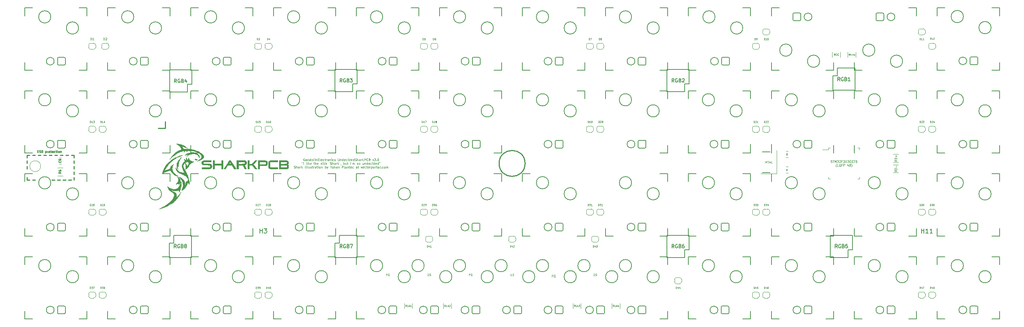
<source format=gto>
G04 #@! TF.GenerationSoftware,KiCad,Pcbnew,5.0.1*
G04 #@! TF.CreationDate,2019-02-03T19:15:37-02:00*
G04 #@! TF.ProjectId,shark,736861726B2E6B696361645F70636200,V3.0.4*
G04 #@! TF.SameCoordinates,Original*
G04 #@! TF.FileFunction,Legend,Top*
G04 #@! TF.FilePolarity,Positive*
%FSLAX46Y46*%
G04 Gerber Fmt 4.6, Leading zero omitted, Abs format (unit mm)*
G04 Created by KiCad (PCBNEW 5.0.1) date Sun 03 Feb 2019 07:15:37 PM -02*
%MOMM*%
%LPD*%
G01*
G04 APERTURE LIST*
%ADD10C,0.150000*%
%ADD11C,0.125000*%
%ADD12C,0.100000*%
%ADD13C,0.075000*%
%ADD14C,0.254000*%
%ADD15C,0.127000*%
%ADD16C,0.076200*%
%ADD17C,0.010000*%
%ADD18C,0.120000*%
%ADD19C,0.063500*%
G04 APERTURE END LIST*
D10*
X184088000Y-138368000D02*
X182306750Y-138368000D01*
X184088000Y-136586750D02*
X184088000Y-138368000D01*
X114619250Y-138368000D02*
X112838000Y-138368000D01*
X112838000Y-138368000D02*
X112838000Y-136586750D01*
X112838000Y-124118000D02*
X114619250Y-124118000D01*
X112838000Y-125899250D02*
X112838000Y-124118000D01*
X182306750Y-124118000D02*
X184088000Y-124118000D01*
X184088000Y-124118000D02*
X184088000Y-125899250D01*
X150838000Y-105118000D02*
X152619250Y-105118000D01*
X150838000Y-106899250D02*
X150838000Y-105118000D01*
X150838000Y-117586750D02*
X150838000Y-119368000D01*
D11*
X157784428Y-128535410D02*
X157617761Y-128535410D01*
X157617761Y-128797315D02*
X157617761Y-128297315D01*
X157855857Y-128297315D01*
X158308238Y-128321125D02*
X158260619Y-128297315D01*
X158189190Y-128297315D01*
X158117761Y-128321125D01*
X158070142Y-128368744D01*
X158046333Y-128416363D01*
X158022523Y-128511601D01*
X158022523Y-128583029D01*
X158046333Y-128678267D01*
X158070142Y-128725886D01*
X158117761Y-128773505D01*
X158189190Y-128797315D01*
X158236809Y-128797315D01*
X158308238Y-128773505D01*
X158332047Y-128749696D01*
X158332047Y-128583029D01*
X158236809Y-128583029D01*
X138784428Y-128238535D02*
X138617761Y-128238535D01*
X138617761Y-128500440D02*
X138617761Y-128000440D01*
X138855857Y-128000440D01*
X139308238Y-128024250D02*
X139260619Y-128000440D01*
X139189190Y-128000440D01*
X139117761Y-128024250D01*
X139070142Y-128071869D01*
X139046333Y-128119488D01*
X139022523Y-128214726D01*
X139022523Y-128286154D01*
X139046333Y-128381392D01*
X139070142Y-128429011D01*
X139117761Y-128476630D01*
X139189190Y-128500440D01*
X139236809Y-128500440D01*
X139308238Y-128476630D01*
X139332047Y-128452821D01*
X139332047Y-128286154D01*
X139236809Y-128286154D01*
X119784428Y-128238535D02*
X119617761Y-128238535D01*
X119617761Y-128500440D02*
X119617761Y-128000440D01*
X119855857Y-128000440D01*
X120308238Y-128024250D02*
X120260619Y-128000440D01*
X120189190Y-128000440D01*
X120117761Y-128024250D01*
X120070142Y-128071869D01*
X120046333Y-128119488D01*
X120022523Y-128214726D01*
X120022523Y-128286154D01*
X120046333Y-128381392D01*
X120070142Y-128429011D01*
X120117761Y-128476630D01*
X120189190Y-128500440D01*
X120236809Y-128500440D01*
X120308238Y-128476630D01*
X120332047Y-128452821D01*
X120332047Y-128286154D01*
X120236809Y-128286154D01*
D12*
X222405559Y-77986452D02*
X222272226Y-77795976D01*
X222176988Y-77986452D02*
X222176988Y-77586452D01*
X222329369Y-77586452D01*
X222367464Y-77605500D01*
X222386511Y-77624547D01*
X222405559Y-77662642D01*
X222405559Y-77719785D01*
X222386511Y-77757880D01*
X222367464Y-77776928D01*
X222329369Y-77795976D01*
X222176988Y-77795976D01*
X222805559Y-77948357D02*
X222786511Y-77967404D01*
X222729369Y-77986452D01*
X222691273Y-77986452D01*
X222634130Y-77967404D01*
X222596035Y-77929309D01*
X222576988Y-77891214D01*
X222557940Y-77815023D01*
X222557940Y-77757880D01*
X222576988Y-77681690D01*
X222596035Y-77643595D01*
X222634130Y-77605500D01*
X222691273Y-77586452D01*
X222729369Y-77586452D01*
X222786511Y-77605500D01*
X222805559Y-77624547D01*
X223205559Y-77948357D02*
X223186511Y-77967404D01*
X223129369Y-77986452D01*
X223091273Y-77986452D01*
X223034130Y-77967404D01*
X222996035Y-77929309D01*
X222976988Y-77891214D01*
X222957940Y-77815023D01*
X222957940Y-77757880D01*
X222976988Y-77681690D01*
X222996035Y-77643595D01*
X223034130Y-77605500D01*
X223091273Y-77586452D01*
X223129369Y-77586452D01*
X223186511Y-77605500D01*
X223205559Y-77624547D01*
D11*
X236564190Y-104335261D02*
X236326095Y-104501928D01*
X236564190Y-104620976D02*
X236064190Y-104620976D01*
X236064190Y-104430500D01*
X236088000Y-104382880D01*
X236111809Y-104359071D01*
X236159428Y-104335261D01*
X236230857Y-104335261D01*
X236278476Y-104359071D01*
X236302285Y-104382880D01*
X236326095Y-104430500D01*
X236326095Y-104620976D01*
X236564190Y-104120976D02*
X236064190Y-104120976D01*
X236064190Y-104001928D01*
X236088000Y-103930500D01*
X236135619Y-103882880D01*
X236183238Y-103859071D01*
X236278476Y-103835261D01*
X236349904Y-103835261D01*
X236445142Y-103859071D01*
X236492761Y-103882880D01*
X236540380Y-103930500D01*
X236564190Y-104001928D01*
X236564190Y-104120976D01*
X236373714Y-103620976D02*
X236373714Y-103240023D01*
X236564190Y-101960261D02*
X236326095Y-102126928D01*
X236564190Y-102245976D02*
X236064190Y-102245976D01*
X236064190Y-102055500D01*
X236088000Y-102007880D01*
X236111809Y-101984071D01*
X236159428Y-101960261D01*
X236230857Y-101960261D01*
X236278476Y-101984071D01*
X236302285Y-102007880D01*
X236326095Y-102055500D01*
X236326095Y-102245976D01*
X236564190Y-101745976D02*
X236064190Y-101745976D01*
X236064190Y-101626928D01*
X236088000Y-101555500D01*
X236135619Y-101507880D01*
X236183238Y-101484071D01*
X236278476Y-101460261D01*
X236349904Y-101460261D01*
X236445142Y-101484071D01*
X236492761Y-101507880D01*
X236540380Y-101555500D01*
X236564190Y-101626928D01*
X236564190Y-101745976D01*
X236373714Y-101245976D02*
X236373714Y-100865023D01*
X236564190Y-101055500D02*
X236183238Y-101055500D01*
D13*
X225708535Y-77941214D02*
X225608535Y-77798357D01*
X225537107Y-77941214D02*
X225537107Y-77641214D01*
X225651392Y-77641214D01*
X225679964Y-77655500D01*
X225694250Y-77669785D01*
X225708535Y-77698357D01*
X225708535Y-77741214D01*
X225694250Y-77769785D01*
X225679964Y-77784071D01*
X225651392Y-77798357D01*
X225537107Y-77798357D01*
X225837107Y-77941214D02*
X225837107Y-77641214D01*
X225908535Y-77641214D01*
X225951392Y-77655500D01*
X225979964Y-77684071D01*
X225994250Y-77712642D01*
X226008535Y-77769785D01*
X226008535Y-77812642D01*
X225994250Y-77869785D01*
X225979964Y-77898357D01*
X225951392Y-77926928D01*
X225908535Y-77941214D01*
X225837107Y-77941214D01*
X226137107Y-77826928D02*
X226365678Y-77826928D01*
X226251392Y-77941214D02*
X226251392Y-77712642D01*
X226508535Y-77641214D02*
X226508535Y-77884071D01*
X226522821Y-77912642D01*
X226537107Y-77926928D01*
X226565678Y-77941214D01*
X226622821Y-77941214D01*
X226651392Y-77926928D01*
X226665678Y-77912642D01*
X226679964Y-77884071D01*
X226679964Y-77641214D01*
X226822821Y-77741214D02*
X226822821Y-78041214D01*
X226822821Y-77755500D02*
X226851392Y-77741214D01*
X226908535Y-77741214D01*
X226937107Y-77755500D01*
X226951392Y-77769785D01*
X226965678Y-77798357D01*
X226965678Y-77884071D01*
X226951392Y-77912642D01*
X226937107Y-77926928D01*
X226908535Y-77941214D01*
X226851392Y-77941214D01*
X226822821Y-77926928D01*
D12*
X206470440Y-102172315D02*
X206803773Y-102672315D01*
X206803773Y-102172315D02*
X206470440Y-102672315D01*
X206922821Y-102172315D02*
X207208535Y-102172315D01*
X207065678Y-102672315D02*
X207065678Y-102172315D01*
X207351392Y-102529458D02*
X207589488Y-102529458D01*
X207303773Y-102672315D02*
X207470440Y-102172315D01*
X207637107Y-102672315D01*
X208041869Y-102672315D02*
X207803773Y-102672315D01*
X207803773Y-102172315D01*
D11*
X167082047Y-128048059D02*
X167105857Y-128024250D01*
X167153476Y-128000440D01*
X167272523Y-128000440D01*
X167320142Y-128024250D01*
X167343952Y-128048059D01*
X167367761Y-128095678D01*
X167367761Y-128143297D01*
X167343952Y-128214726D01*
X167058238Y-128500440D01*
X167367761Y-128500440D01*
X167558238Y-128476630D02*
X167629666Y-128500440D01*
X167748714Y-128500440D01*
X167796333Y-128476630D01*
X167820142Y-128452821D01*
X167843952Y-128405202D01*
X167843952Y-128357583D01*
X167820142Y-128309964D01*
X167796333Y-128286154D01*
X167748714Y-128262345D01*
X167653476Y-128238535D01*
X167605857Y-128214726D01*
X167582047Y-128190916D01*
X167558238Y-128143297D01*
X167558238Y-128095678D01*
X167582047Y-128048059D01*
X167605857Y-128024250D01*
X167653476Y-128000440D01*
X167772523Y-128000440D01*
X167843952Y-128024250D01*
X129082047Y-128048059D02*
X129105857Y-128024250D01*
X129153476Y-128000440D01*
X129272523Y-128000440D01*
X129320142Y-128024250D01*
X129343952Y-128048059D01*
X129367761Y-128095678D01*
X129367761Y-128143297D01*
X129343952Y-128214726D01*
X129058238Y-128500440D01*
X129367761Y-128500440D01*
X129558238Y-128476630D02*
X129629666Y-128500440D01*
X129748714Y-128500440D01*
X129796333Y-128476630D01*
X129820142Y-128452821D01*
X129843952Y-128405202D01*
X129843952Y-128357583D01*
X129820142Y-128309964D01*
X129796333Y-128286154D01*
X129748714Y-128262345D01*
X129653476Y-128238535D01*
X129605857Y-128214726D01*
X129582047Y-128190916D01*
X129558238Y-128143297D01*
X129558238Y-128095678D01*
X129582047Y-128048059D01*
X129605857Y-128024250D01*
X129653476Y-128000440D01*
X129772523Y-128000440D01*
X129843952Y-128024250D01*
X148367761Y-128500440D02*
X148082047Y-128500440D01*
X148224904Y-128500440D02*
X148224904Y-128000440D01*
X148177285Y-128071869D01*
X148129666Y-128119488D01*
X148082047Y-128143297D01*
X148558238Y-128476630D02*
X148629666Y-128500440D01*
X148748714Y-128500440D01*
X148796333Y-128476630D01*
X148820142Y-128452821D01*
X148843952Y-128405202D01*
X148843952Y-128357583D01*
X148820142Y-128309964D01*
X148796333Y-128286154D01*
X148748714Y-128262345D01*
X148653476Y-128238535D01*
X148605857Y-128214726D01*
X148582047Y-128190916D01*
X148558238Y-128143297D01*
X148558238Y-128095678D01*
X148582047Y-128048059D01*
X148605857Y-128024250D01*
X148653476Y-128000440D01*
X148772523Y-128000440D01*
X148843952Y-128024250D01*
D10*
X55838000Y-124118000D02*
X57619250Y-124118000D01*
X220306750Y-124118000D02*
X222088000Y-124118000D01*
X74838000Y-124118000D02*
X76619250Y-124118000D01*
X36838000Y-124118000D02*
X36838000Y-125899250D01*
X226838000Y-124118000D02*
X228619250Y-124118000D01*
X188838000Y-125899250D02*
X188838000Y-124118000D01*
X87306750Y-124118000D02*
X89088000Y-124118000D01*
X93838000Y-124118000D02*
X95619250Y-124118000D01*
X260088000Y-124118000D02*
X260088000Y-125899250D01*
X222088000Y-124118000D02*
X222088000Y-125899250D01*
X36838000Y-125899250D02*
X36838000Y-124118000D01*
X49306750Y-124118000D02*
X51088000Y-124118000D01*
X203088000Y-124118000D02*
X203088000Y-125899250D01*
X207838000Y-125899250D02*
X207838000Y-124118000D01*
X188838000Y-124118000D02*
X190619250Y-124118000D01*
X241088000Y-124118000D02*
X241088000Y-125899250D01*
X36838000Y-124118000D02*
X38619250Y-124118000D01*
X245838000Y-125899250D02*
X245838000Y-124118000D01*
X258306750Y-124118000D02*
X260088000Y-124118000D01*
X93838000Y-125899250D02*
X93838000Y-124118000D01*
X106306750Y-124118000D02*
X108088000Y-124118000D01*
X74838000Y-125899250D02*
X74838000Y-124118000D01*
X108088000Y-124118000D02*
X108088000Y-125899250D01*
X201306750Y-124118000D02*
X203088000Y-124118000D01*
X207838000Y-124118000D02*
X209619250Y-124118000D01*
X70088000Y-124118000D02*
X70088000Y-125899250D01*
X226838000Y-125899250D02*
X226838000Y-124118000D01*
X239306750Y-124118000D02*
X241088000Y-124118000D01*
X245838000Y-124118000D02*
X247619250Y-124118000D01*
X68306750Y-124118000D02*
X70088000Y-124118000D01*
X55838000Y-125899250D02*
X55838000Y-124118000D01*
X51088000Y-124118000D02*
X51088000Y-125899250D01*
X89088000Y-124118000D02*
X89088000Y-125899250D01*
X38619250Y-138368000D02*
X36838000Y-138368000D01*
X241088000Y-138368000D02*
X239306750Y-138368000D01*
X93838000Y-138368000D02*
X93838000Y-136586750D01*
X222088000Y-136586750D02*
X222088000Y-138368000D01*
X190619250Y-138368000D02*
X188838000Y-138368000D01*
X108088000Y-138368000D02*
X106306750Y-138368000D01*
X188838000Y-138368000D02*
X188838000Y-136586750D01*
X241088000Y-136586750D02*
X241088000Y-138368000D01*
X260088000Y-138368000D02*
X260088000Y-136586750D01*
X245838000Y-138368000D02*
X245838000Y-136586750D01*
X51088000Y-136586750D02*
X51088000Y-138368000D01*
X207838000Y-138368000D02*
X207838000Y-136586750D01*
X228619250Y-138368000D02*
X226838000Y-138368000D01*
X226838000Y-138368000D02*
X226838000Y-136586750D01*
X57619250Y-138368000D02*
X55838000Y-138368000D01*
X222088000Y-138368000D02*
X220306750Y-138368000D01*
X89088000Y-136586750D02*
X89088000Y-138368000D01*
X108088000Y-136586750D02*
X108088000Y-138368000D01*
X260088000Y-136586750D02*
X260088000Y-138368000D01*
X55838000Y-138368000D02*
X55838000Y-136586750D01*
X203088000Y-136586750D02*
X203088000Y-138368000D01*
X36838000Y-138368000D02*
X36838000Y-136586750D01*
X76619250Y-138368000D02*
X74838000Y-138368000D01*
X51088000Y-138368000D02*
X49306750Y-138368000D01*
X74838000Y-138368000D02*
X74838000Y-136586750D01*
X209619250Y-138368000D02*
X207838000Y-138368000D01*
X260088000Y-138368000D02*
X258306750Y-138368000D01*
X89088000Y-138368000D02*
X87306750Y-138368000D01*
X247619250Y-138368000D02*
X245838000Y-138368000D01*
X95619250Y-138368000D02*
X93838000Y-138368000D01*
X203088000Y-138368000D02*
X201306750Y-138368000D01*
X70088000Y-138368000D02*
X68306750Y-138368000D01*
X70088000Y-136586750D02*
X70088000Y-138368000D01*
X190619250Y-119368000D02*
X188838000Y-119368000D01*
X51088000Y-119368000D02*
X49306750Y-119368000D01*
X241088000Y-119368000D02*
X239306750Y-119368000D01*
X146088000Y-119368000D02*
X144306750Y-119368000D01*
X209619250Y-119368000D02*
X207838000Y-119368000D01*
X76619250Y-119368000D02*
X74838000Y-119368000D01*
X108088000Y-117586750D02*
X108088000Y-119368000D01*
X36838000Y-119368000D02*
X36838000Y-117586750D01*
X184088000Y-119368000D02*
X182306750Y-119368000D01*
X74838000Y-119368000D02*
X74838000Y-117586750D01*
X70088000Y-119368000D02*
X68306750Y-119368000D01*
X89088000Y-119368000D02*
X87306750Y-119368000D01*
X203088000Y-119368000D02*
X201306750Y-119368000D01*
X207838000Y-119368000D02*
X207838000Y-117586750D01*
X114619250Y-119368000D02*
X112838000Y-119368000D01*
X260088000Y-119368000D02*
X258306750Y-119368000D01*
X70088000Y-117586750D02*
X70088000Y-119368000D01*
X152619250Y-119368000D02*
X150838000Y-119368000D01*
X260088000Y-119368000D02*
X260088000Y-117586750D01*
X247619250Y-119368000D02*
X245838000Y-119368000D01*
X38619250Y-119368000D02*
X36838000Y-119368000D01*
X165088000Y-117586750D02*
X165088000Y-119368000D01*
X95619250Y-119368000D02*
X93838000Y-119368000D01*
X93838000Y-119368000D02*
X93838000Y-117586750D01*
X222088000Y-117586750D02*
X222088000Y-119368000D01*
X89088000Y-117586750D02*
X89088000Y-119368000D01*
X131838000Y-119368000D02*
X131838000Y-117586750D01*
X245838000Y-119368000D02*
X245838000Y-117586750D01*
X188838000Y-119368000D02*
X188838000Y-117586750D01*
X165088000Y-119368000D02*
X163306750Y-119368000D01*
X51088000Y-117586750D02*
X51088000Y-119368000D01*
X226838000Y-119368000D02*
X226838000Y-117586750D01*
X57619250Y-119368000D02*
X55838000Y-119368000D01*
X241088000Y-117586750D02*
X241088000Y-119368000D01*
X55838000Y-119368000D02*
X55838000Y-117586750D01*
X222088000Y-119368000D02*
X220306750Y-119368000D01*
X112838000Y-119368000D02*
X112838000Y-117586750D01*
X260088000Y-117586750D02*
X260088000Y-119368000D01*
X127088000Y-117586750D02*
X127088000Y-119368000D01*
X169838000Y-119368000D02*
X169838000Y-117586750D01*
X127088000Y-119368000D02*
X125306750Y-119368000D01*
X171619250Y-119368000D02*
X169838000Y-119368000D01*
X108088000Y-119368000D02*
X106306750Y-119368000D01*
X228619250Y-119368000D02*
X226838000Y-119368000D01*
X146088000Y-117586750D02*
X146088000Y-119368000D01*
X133619250Y-119368000D02*
X131838000Y-119368000D01*
X184088000Y-117586750D02*
X184088000Y-119368000D01*
X203088000Y-117586750D02*
X203088000Y-119368000D01*
X68306750Y-105118000D02*
X70088000Y-105118000D01*
X131838000Y-105118000D02*
X133619250Y-105118000D01*
X74838000Y-106899250D02*
X74838000Y-105118000D01*
X74838000Y-105118000D02*
X76619250Y-105118000D01*
X131838000Y-106899250D02*
X131838000Y-105118000D01*
X146088000Y-105118000D02*
X146088000Y-106899250D01*
X36838000Y-105118000D02*
X36838000Y-106899250D01*
X36838000Y-106899250D02*
X36838000Y-105118000D01*
X36838000Y-105118000D02*
X38619250Y-105118000D01*
X51088000Y-105118000D02*
X51088000Y-106899250D01*
X49306750Y-105118000D02*
X51088000Y-105118000D01*
X241088000Y-105118000D02*
X241088000Y-106899250D01*
X182306750Y-105118000D02*
X184088000Y-105118000D01*
X184088000Y-105118000D02*
X184088000Y-106899250D01*
X203088000Y-105118000D02*
X203088000Y-106899250D01*
X188838000Y-106899250D02*
X188838000Y-105118000D01*
X207838000Y-106899250D02*
X207838000Y-105118000D01*
X108088000Y-105118000D02*
X108088000Y-106899250D01*
X93838000Y-105118000D02*
X95619250Y-105118000D01*
X89088000Y-105118000D02*
X89088000Y-106899250D01*
X203088000Y-98289875D02*
X203088000Y-100071125D01*
X201306750Y-105118000D02*
X203088000Y-105118000D01*
X188838000Y-105118000D02*
X190619250Y-105118000D01*
X127088000Y-105118000D02*
X127088000Y-106899250D01*
X55838000Y-105118000D02*
X57619250Y-105118000D01*
X70088000Y-105118000D02*
X70088000Y-106899250D01*
X55838000Y-106899250D02*
X55838000Y-105118000D01*
X112838000Y-105118000D02*
X114619250Y-105118000D01*
X144306750Y-105118000D02*
X146088000Y-105118000D01*
X245838000Y-105118000D02*
X247619250Y-105118000D01*
X260088000Y-105118000D02*
X260088000Y-106899250D01*
X258306750Y-105118000D02*
X260088000Y-105118000D01*
X207838000Y-100071125D02*
X207838000Y-98289875D01*
X205759875Y-104821125D02*
X207541125Y-104821125D01*
X239306750Y-105118000D02*
X241088000Y-105118000D01*
X245838000Y-106899250D02*
X245838000Y-105118000D01*
X125306750Y-105118000D02*
X127088000Y-105118000D01*
X112838000Y-106899250D02*
X112838000Y-105118000D01*
X87306750Y-105118000D02*
X89088000Y-105118000D01*
X93838000Y-106899250D02*
X93838000Y-105118000D01*
X106306750Y-105118000D02*
X108088000Y-105118000D01*
X36838000Y-100368000D02*
X36838000Y-98586750D01*
X133619250Y-100368000D02*
X131838000Y-100368000D01*
X260088000Y-100368000D02*
X258306750Y-100368000D01*
X89088000Y-98586750D02*
X89088000Y-100368000D01*
X127088000Y-100368000D02*
X125306750Y-100368000D01*
X260088000Y-98586750D02*
X260088000Y-100368000D01*
X260088000Y-100368000D02*
X260088000Y-98586750D01*
X38619250Y-100368000D02*
X36838000Y-100368000D01*
X190619250Y-100368000D02*
X188838000Y-100368000D01*
X57619250Y-100368000D02*
X55838000Y-100368000D01*
X207541125Y-100071125D02*
X205759875Y-100071125D01*
X76619250Y-100368000D02*
X74838000Y-100368000D01*
X114619250Y-100368000D02*
X112838000Y-100368000D01*
X108088000Y-100368000D02*
X106306750Y-100368000D01*
X222088000Y-98586750D02*
X222088000Y-100368000D01*
X108088000Y-98586750D02*
X108088000Y-100368000D01*
X127088000Y-98586750D02*
X127088000Y-100368000D01*
X146088000Y-100368000D02*
X144306750Y-100368000D01*
X241088000Y-100368000D02*
X239306750Y-100368000D01*
X51088000Y-100368000D02*
X49306750Y-100368000D01*
X93838000Y-100368000D02*
X93838000Y-98586750D01*
X203088000Y-100368000D02*
X201306750Y-100368000D01*
X131838000Y-100368000D02*
X131838000Y-98586750D01*
X184088000Y-100368000D02*
X182306750Y-100368000D01*
X95619250Y-100368000D02*
X93838000Y-100368000D01*
X247619250Y-100368000D02*
X245838000Y-100368000D01*
X74838000Y-100368000D02*
X74838000Y-98586750D01*
X70088000Y-100368000D02*
X68306750Y-100368000D01*
X51088000Y-98586750D02*
X51088000Y-100368000D01*
X70088000Y-98586750D02*
X70088000Y-100368000D01*
X55838000Y-100368000D02*
X55838000Y-98586750D01*
X207838000Y-100368000D02*
X207838000Y-98586750D01*
X188838000Y-100368000D02*
X188838000Y-98586750D01*
X226838000Y-100368000D02*
X226838000Y-98586750D01*
X112838000Y-100368000D02*
X112838000Y-98586750D01*
X245838000Y-100368000D02*
X245838000Y-98586750D01*
X203088000Y-98586750D02*
X203088000Y-100368000D01*
X184088000Y-98586750D02*
X184088000Y-100368000D01*
X241088000Y-98586750D02*
X241088000Y-100368000D01*
X89088000Y-100368000D02*
X87306750Y-100368000D01*
X146088000Y-98586750D02*
X146088000Y-100368000D01*
X188838000Y-86118000D02*
X190619250Y-86118000D01*
X146088000Y-86118000D02*
X146088000Y-87899250D01*
X220306750Y-86118000D02*
X222088000Y-86118000D01*
X203088000Y-86118000D02*
X203088000Y-87899250D01*
X112838000Y-86118000D02*
X114619250Y-86118000D01*
X201306750Y-86118000D02*
X203088000Y-86118000D01*
X68306750Y-86118000D02*
X70088000Y-86118000D01*
X36838000Y-87899250D02*
X36838000Y-86118000D01*
X239306750Y-86118000D02*
X241088000Y-86118000D01*
X241088000Y-86118000D02*
X241088000Y-87899250D01*
X93838000Y-86118000D02*
X95619250Y-86118000D01*
X226838000Y-86118000D02*
X228619250Y-86118000D01*
X49306750Y-86118000D02*
X51088000Y-86118000D01*
X165088000Y-86118000D02*
X165088000Y-87899250D01*
X169838000Y-87899250D02*
X169838000Y-86118000D01*
X51088000Y-86118000D02*
X51088000Y-87899250D01*
X55838000Y-86118000D02*
X57619250Y-86118000D01*
X93838000Y-87899250D02*
X93838000Y-86118000D01*
X222088000Y-86118000D02*
X222088000Y-87899250D01*
X127088000Y-86118000D02*
X127088000Y-87899250D01*
X245838000Y-87899250D02*
X245838000Y-86118000D01*
X74838000Y-86118000D02*
X76619250Y-86118000D01*
X112838000Y-87899250D02*
X112838000Y-86118000D01*
X260088000Y-86118000D02*
X260088000Y-87899250D01*
X106306750Y-86118000D02*
X108088000Y-86118000D01*
X55838000Y-87899250D02*
X55838000Y-86118000D01*
X207838000Y-87899250D02*
X207838000Y-86118000D01*
X36838000Y-86118000D02*
X36838000Y-87899250D01*
X70088000Y-86118000D02*
X70088000Y-87899250D01*
X169838000Y-86118000D02*
X171619250Y-86118000D01*
X182306750Y-86118000D02*
X184088000Y-86118000D01*
X150838000Y-86118000D02*
X152619250Y-86118000D01*
X89088000Y-86118000D02*
X89088000Y-87899250D01*
X258306750Y-86118000D02*
X260088000Y-86118000D01*
X245838000Y-86118000D02*
X247619250Y-86118000D01*
X144306750Y-86118000D02*
X146088000Y-86118000D01*
X87306750Y-86118000D02*
X89088000Y-86118000D01*
X108088000Y-86118000D02*
X108088000Y-87899250D01*
X150838000Y-87899250D02*
X150838000Y-86118000D01*
X36838000Y-86118000D02*
X38619250Y-86118000D01*
X131838000Y-87899250D02*
X131838000Y-86118000D01*
X207838000Y-86118000D02*
X209619250Y-86118000D01*
X125306750Y-86118000D02*
X127088000Y-86118000D01*
X226838000Y-87899250D02*
X226838000Y-86118000D01*
X188838000Y-87899250D02*
X188838000Y-86118000D01*
X74838000Y-87899250D02*
X74838000Y-86118000D01*
X163306750Y-86118000D02*
X165088000Y-86118000D01*
X184088000Y-86118000D02*
X184088000Y-87899250D01*
X131838000Y-86118000D02*
X133619250Y-86118000D01*
X245838000Y-81368000D02*
X245838000Y-79586750D01*
X258306750Y-67118000D02*
X260088000Y-67118000D01*
X260088000Y-67118000D02*
X260088000Y-68899250D01*
X245838000Y-67118000D02*
X247619250Y-67118000D01*
X260088000Y-81368000D02*
X258306750Y-81368000D01*
X247619250Y-81368000D02*
X245838000Y-81368000D01*
X260088000Y-79586750D02*
X260088000Y-81368000D01*
X245838000Y-68899250D02*
X245838000Y-67118000D01*
X239306750Y-67118000D02*
X241088000Y-67118000D01*
X241088000Y-79586750D02*
X241088000Y-81368000D01*
X241088000Y-67118000D02*
X241088000Y-68899250D01*
X228619250Y-81368000D02*
X226838000Y-81368000D01*
X241088000Y-81368000D02*
X239306750Y-81368000D01*
X226838000Y-81368000D02*
X226838000Y-79586750D01*
X209619250Y-81368000D02*
X207838000Y-81368000D01*
X207838000Y-67118000D02*
X209619250Y-67118000D01*
X207838000Y-81368000D02*
X207838000Y-79586750D01*
X222088000Y-79586750D02*
X222088000Y-81368000D01*
X222088000Y-81368000D02*
X220306750Y-81368000D01*
X207838000Y-68899250D02*
X207838000Y-67118000D01*
X188838000Y-68899250D02*
X188838000Y-67118000D01*
X188838000Y-67118000D02*
X190619250Y-67118000D01*
X201306750Y-67118000D02*
X203088000Y-67118000D01*
X203088000Y-79586750D02*
X203088000Y-81368000D01*
X190619250Y-81368000D02*
X188838000Y-81368000D01*
X188838000Y-81368000D02*
X188838000Y-79586750D01*
X203088000Y-81368000D02*
X201306750Y-81368000D01*
X203088000Y-67118000D02*
X203088000Y-68899250D01*
X184088000Y-67118000D02*
X184088000Y-68899250D01*
X184088000Y-81368000D02*
X182306750Y-81368000D01*
X169838000Y-67118000D02*
X171619250Y-67118000D01*
X169838000Y-81368000D02*
X169838000Y-79586750D01*
X169838000Y-68899250D02*
X169838000Y-67118000D01*
X182306750Y-67118000D02*
X184088000Y-67118000D01*
X184088000Y-79586750D02*
X184088000Y-81368000D01*
X171619250Y-81368000D02*
X169838000Y-81368000D01*
X165088000Y-67118000D02*
X165088000Y-68899250D01*
X152619250Y-81368000D02*
X150838000Y-81368000D01*
X165088000Y-81368000D02*
X163306750Y-81368000D01*
X150838000Y-81368000D02*
X150838000Y-79586750D01*
X163306750Y-67118000D02*
X165088000Y-67118000D01*
X165088000Y-79586750D02*
X165088000Y-81368000D01*
X150838000Y-68899250D02*
X150838000Y-67118000D01*
X150838000Y-67118000D02*
X152619250Y-67118000D01*
X131838000Y-67118000D02*
X133619250Y-67118000D01*
X146088000Y-67118000D02*
X146088000Y-68899250D01*
X131838000Y-81368000D02*
X131838000Y-79586750D01*
X131838000Y-68899250D02*
X131838000Y-67118000D01*
X146088000Y-81368000D02*
X144306750Y-81368000D01*
X146088000Y-79586750D02*
X146088000Y-81368000D01*
X133619250Y-81368000D02*
X131838000Y-81368000D01*
X144306750Y-67118000D02*
X146088000Y-67118000D01*
X112838000Y-67118000D02*
X114619250Y-67118000D01*
X127088000Y-81368000D02*
X125306750Y-81368000D01*
X112838000Y-68899250D02*
X112838000Y-67118000D01*
X127088000Y-79586750D02*
X127088000Y-81368000D01*
X125306750Y-67118000D02*
X127088000Y-67118000D01*
X114619250Y-81368000D02*
X112838000Y-81368000D01*
X112838000Y-81368000D02*
X112838000Y-79586750D01*
X127088000Y-67118000D02*
X127088000Y-68899250D01*
X95619250Y-81368000D02*
X93838000Y-81368000D01*
X93838000Y-67118000D02*
X95619250Y-67118000D01*
X108088000Y-79586750D02*
X108088000Y-81368000D01*
X108088000Y-67118000D02*
X108088000Y-68899250D01*
X108088000Y-81368000D02*
X106306750Y-81368000D01*
X106306750Y-67118000D02*
X108088000Y-67118000D01*
X93838000Y-81368000D02*
X93838000Y-79586750D01*
X93838000Y-68899250D02*
X93838000Y-67118000D01*
X87306750Y-67118000D02*
X89088000Y-67118000D01*
X74838000Y-81368000D02*
X74838000Y-79586750D01*
X89088000Y-79586750D02*
X89088000Y-81368000D01*
X74838000Y-67118000D02*
X76619250Y-67118000D01*
X74838000Y-68899250D02*
X74838000Y-67118000D01*
X89088000Y-67118000D02*
X89088000Y-68899250D01*
X76619250Y-81368000D02*
X74838000Y-81368000D01*
X89088000Y-81368000D02*
X87306750Y-81368000D01*
X70088000Y-81368000D02*
X68306750Y-81368000D01*
X57619250Y-81368000D02*
X55838000Y-81368000D01*
X55838000Y-68899250D02*
X55838000Y-67118000D01*
X70088000Y-67118000D02*
X70088000Y-68899250D01*
X55838000Y-67118000D02*
X57619250Y-67118000D01*
X70088000Y-79586750D02*
X70088000Y-81368000D01*
X55838000Y-81368000D02*
X55838000Y-79586750D01*
X68306750Y-67118000D02*
X70088000Y-67118000D01*
X36838000Y-81368000D02*
X36838000Y-79586750D01*
X38619250Y-81368000D02*
X36838000Y-81368000D01*
X51088000Y-79586750D02*
X51088000Y-81368000D01*
X51088000Y-81368000D02*
X49306750Y-81368000D01*
X49306750Y-67118000D02*
X51088000Y-67118000D01*
X51088000Y-67118000D02*
X51088000Y-68899250D01*
X36838000Y-67118000D02*
X38619250Y-67118000D01*
X36838000Y-68899250D02*
X36838000Y-67118000D01*
X36838000Y-67118000D02*
X36838000Y-68899250D01*
D14*
X68988926Y-93118786D02*
X68988926Y-94706286D01*
X68988926Y-94706286D02*
X67401426Y-94706286D01*
D15*
X39776035Y-100027810D02*
X39945368Y-100027810D01*
X40017940Y-100293905D02*
X39776035Y-100293905D01*
X39776035Y-99785905D01*
X40017940Y-99785905D01*
X40211464Y-100269715D02*
X40284035Y-100293905D01*
X40404987Y-100293905D01*
X40453368Y-100269715D01*
X40477559Y-100245524D01*
X40501749Y-100197143D01*
X40501749Y-100148762D01*
X40477559Y-100100381D01*
X40453368Y-100076191D01*
X40404987Y-100052000D01*
X40308225Y-100027810D01*
X40259844Y-100003619D01*
X40235654Y-99979429D01*
X40211464Y-99931048D01*
X40211464Y-99882667D01*
X40235654Y-99834286D01*
X40259844Y-99810096D01*
X40308225Y-99785905D01*
X40429178Y-99785905D01*
X40501749Y-99810096D01*
X40719464Y-100293905D02*
X40719464Y-99785905D01*
X40840416Y-99785905D01*
X40912987Y-99810096D01*
X40961368Y-99858476D01*
X40985559Y-99906857D01*
X41009749Y-100003619D01*
X41009749Y-100076191D01*
X40985559Y-100172953D01*
X40961368Y-100221334D01*
X40912987Y-100269715D01*
X40840416Y-100293905D01*
X40719464Y-100293905D01*
X41614511Y-99955238D02*
X41614511Y-100463238D01*
X41614511Y-99979429D02*
X41662892Y-99955238D01*
X41759654Y-99955238D01*
X41808035Y-99979429D01*
X41832225Y-100003619D01*
X41856416Y-100052000D01*
X41856416Y-100197143D01*
X41832225Y-100245524D01*
X41808035Y-100269715D01*
X41759654Y-100293905D01*
X41662892Y-100293905D01*
X41614511Y-100269715D01*
X42074130Y-100293905D02*
X42074130Y-99955238D01*
X42074130Y-100052000D02*
X42098321Y-100003619D01*
X42122511Y-99979429D01*
X42170892Y-99955238D01*
X42219273Y-99955238D01*
X42461178Y-100293905D02*
X42412797Y-100269715D01*
X42388606Y-100245524D01*
X42364416Y-100197143D01*
X42364416Y-100052000D01*
X42388606Y-100003619D01*
X42412797Y-99979429D01*
X42461178Y-99955238D01*
X42533749Y-99955238D01*
X42582130Y-99979429D01*
X42606321Y-100003619D01*
X42630511Y-100052000D01*
X42630511Y-100197143D01*
X42606321Y-100245524D01*
X42582130Y-100269715D01*
X42533749Y-100293905D01*
X42461178Y-100293905D01*
X42775654Y-99955238D02*
X42969178Y-99955238D01*
X42848225Y-99785905D02*
X42848225Y-100221334D01*
X42872416Y-100269715D01*
X42920797Y-100293905D01*
X42969178Y-100293905D01*
X43332035Y-100269715D02*
X43283654Y-100293905D01*
X43186892Y-100293905D01*
X43138511Y-100269715D01*
X43114321Y-100221334D01*
X43114321Y-100027810D01*
X43138511Y-99979429D01*
X43186892Y-99955238D01*
X43283654Y-99955238D01*
X43332035Y-99979429D01*
X43356225Y-100027810D01*
X43356225Y-100076191D01*
X43114321Y-100124572D01*
X43791654Y-100269715D02*
X43743273Y-100293905D01*
X43646511Y-100293905D01*
X43598130Y-100269715D01*
X43573940Y-100245524D01*
X43549749Y-100197143D01*
X43549749Y-100052000D01*
X43573940Y-100003619D01*
X43598130Y-99979429D01*
X43646511Y-99955238D01*
X43743273Y-99955238D01*
X43791654Y-99979429D01*
X43936797Y-99955238D02*
X44130321Y-99955238D01*
X44009368Y-99785905D02*
X44009368Y-100221334D01*
X44033559Y-100269715D01*
X44081940Y-100293905D01*
X44130321Y-100293905D01*
X44299654Y-100293905D02*
X44299654Y-99955238D01*
X44299654Y-99785905D02*
X44275464Y-99810096D01*
X44299654Y-99834286D01*
X44323844Y-99810096D01*
X44299654Y-99785905D01*
X44299654Y-99834286D01*
X44614130Y-100293905D02*
X44565749Y-100269715D01*
X44541559Y-100245524D01*
X44517368Y-100197143D01*
X44517368Y-100052000D01*
X44541559Y-100003619D01*
X44565749Y-99979429D01*
X44614130Y-99955238D01*
X44686702Y-99955238D01*
X44735083Y-99979429D01*
X44759273Y-100003619D01*
X44783464Y-100052000D01*
X44783464Y-100197143D01*
X44759273Y-100245524D01*
X44735083Y-100269715D01*
X44686702Y-100293905D01*
X44614130Y-100293905D01*
X45001178Y-99955238D02*
X45001178Y-100293905D01*
X45001178Y-100003619D02*
X45025368Y-99979429D01*
X45073749Y-99955238D01*
X45146321Y-99955238D01*
X45194702Y-99979429D01*
X45218892Y-100027810D01*
X45218892Y-100293905D01*
D14*
X48133000Y-101473000D02*
X48133000Y-100838000D01*
X48133000Y-102743000D02*
X48133000Y-102108000D01*
X48133000Y-104013000D02*
X48133000Y-103378000D01*
X48133000Y-105283000D02*
X48133000Y-104648000D01*
X48133000Y-106553000D02*
X48133000Y-105918000D01*
X46863000Y-106553000D02*
X47498000Y-106553000D01*
X45593000Y-106553000D02*
X46228000Y-106553000D01*
X44323000Y-106553000D02*
X44958000Y-106553000D01*
X43053000Y-106553000D02*
X43688000Y-106553000D01*
X38608000Y-106553000D02*
X39243000Y-106553000D01*
X37338000Y-106553000D02*
X37973000Y-106553000D01*
X37338000Y-105918000D02*
X37338000Y-106553000D01*
X37338000Y-103378000D02*
X37338000Y-104013000D01*
X37338000Y-102108000D02*
X37338000Y-102743000D01*
X37338000Y-100838000D02*
X37338000Y-101473000D01*
X47498000Y-100838000D02*
X48133000Y-100838000D01*
X46228000Y-100838000D02*
X46863000Y-100838000D01*
X44958000Y-100838000D02*
X45593000Y-100838000D01*
X43688000Y-100838000D02*
X44323000Y-100838000D01*
X42418000Y-100838000D02*
X43053000Y-100838000D01*
X41148000Y-100838000D02*
X41783000Y-100838000D01*
X39878000Y-100838000D02*
X40513000Y-100838000D01*
X38608000Y-100838000D02*
X39243000Y-100838000D01*
X37338000Y-100838000D02*
X37973000Y-100838000D01*
D16*
X221463380Y-102529519D02*
X221535952Y-102553709D01*
X221656904Y-102553709D01*
X221705285Y-102529519D01*
X221729476Y-102505328D01*
X221753666Y-102456947D01*
X221753666Y-102408566D01*
X221729476Y-102360185D01*
X221705285Y-102335995D01*
X221656904Y-102311804D01*
X221560142Y-102287614D01*
X221511761Y-102263423D01*
X221487571Y-102239233D01*
X221463380Y-102190852D01*
X221463380Y-102142471D01*
X221487571Y-102094090D01*
X221511761Y-102069900D01*
X221560142Y-102045709D01*
X221681095Y-102045709D01*
X221753666Y-102069900D01*
X221898809Y-102045709D02*
X222189095Y-102045709D01*
X222043952Y-102553709D02*
X222043952Y-102045709D01*
X222358428Y-102553709D02*
X222358428Y-102045709D01*
X222527761Y-102408566D01*
X222697095Y-102045709D01*
X222697095Y-102553709D01*
X222890619Y-102045709D02*
X223205095Y-102045709D01*
X223035761Y-102239233D01*
X223108333Y-102239233D01*
X223156714Y-102263423D01*
X223180904Y-102287614D01*
X223205095Y-102335995D01*
X223205095Y-102456947D01*
X223180904Y-102505328D01*
X223156714Y-102529519D01*
X223108333Y-102553709D01*
X222963190Y-102553709D01*
X222914809Y-102529519D01*
X222890619Y-102505328D01*
X223398619Y-102094090D02*
X223422809Y-102069900D01*
X223471190Y-102045709D01*
X223592142Y-102045709D01*
X223640523Y-102069900D01*
X223664714Y-102094090D01*
X223688904Y-102142471D01*
X223688904Y-102190852D01*
X223664714Y-102263423D01*
X223374428Y-102553709D01*
X223688904Y-102553709D01*
X224075952Y-102287614D02*
X223906619Y-102287614D01*
X223906619Y-102553709D02*
X223906619Y-102045709D01*
X224148523Y-102045709D01*
X224293666Y-102045709D02*
X224608142Y-102045709D01*
X224438809Y-102239233D01*
X224511380Y-102239233D01*
X224559761Y-102263423D01*
X224583952Y-102287614D01*
X224608142Y-102335995D01*
X224608142Y-102456947D01*
X224583952Y-102505328D01*
X224559761Y-102529519D01*
X224511380Y-102553709D01*
X224366238Y-102553709D01*
X224317857Y-102529519D01*
X224293666Y-102505328D01*
X224922619Y-102045709D02*
X224971000Y-102045709D01*
X225019380Y-102069900D01*
X225043571Y-102094090D01*
X225067761Y-102142471D01*
X225091952Y-102239233D01*
X225091952Y-102360185D01*
X225067761Y-102456947D01*
X225043571Y-102505328D01*
X225019380Y-102529519D01*
X224971000Y-102553709D01*
X224922619Y-102553709D01*
X224874238Y-102529519D01*
X224850047Y-102505328D01*
X224825857Y-102456947D01*
X224801666Y-102360185D01*
X224801666Y-102239233D01*
X224825857Y-102142471D01*
X224850047Y-102094090D01*
X224874238Y-102069900D01*
X224922619Y-102045709D01*
X225261285Y-102045709D02*
X225575761Y-102045709D01*
X225406428Y-102239233D01*
X225479000Y-102239233D01*
X225527380Y-102263423D01*
X225551571Y-102287614D01*
X225575761Y-102335995D01*
X225575761Y-102456947D01*
X225551571Y-102505328D01*
X225527380Y-102529519D01*
X225479000Y-102553709D01*
X225333857Y-102553709D01*
X225285476Y-102529519D01*
X225261285Y-102505328D01*
X226083761Y-102505328D02*
X226059571Y-102529519D01*
X225987000Y-102553709D01*
X225938619Y-102553709D01*
X225866047Y-102529519D01*
X225817666Y-102481138D01*
X225793476Y-102432757D01*
X225769285Y-102335995D01*
X225769285Y-102263423D01*
X225793476Y-102166661D01*
X225817666Y-102118280D01*
X225866047Y-102069900D01*
X225938619Y-102045709D01*
X225987000Y-102045709D01*
X226059571Y-102069900D01*
X226083761Y-102094090D01*
X226591761Y-102505328D02*
X226567571Y-102529519D01*
X226495000Y-102553709D01*
X226446619Y-102553709D01*
X226374047Y-102529519D01*
X226325666Y-102481138D01*
X226301476Y-102432757D01*
X226277285Y-102335995D01*
X226277285Y-102263423D01*
X226301476Y-102166661D01*
X226325666Y-102118280D01*
X226374047Y-102069900D01*
X226446619Y-102045709D01*
X226495000Y-102045709D01*
X226567571Y-102069900D01*
X226591761Y-102094090D01*
X226736904Y-102045709D02*
X227027190Y-102045709D01*
X226882047Y-102553709D02*
X226882047Y-102045709D01*
X227414238Y-102045709D02*
X227317476Y-102045709D01*
X227269095Y-102069900D01*
X227244904Y-102094090D01*
X227196523Y-102166661D01*
X227172333Y-102263423D01*
X227172333Y-102456947D01*
X227196523Y-102505328D01*
X227220714Y-102529519D01*
X227269095Y-102553709D01*
X227365857Y-102553709D01*
X227414238Y-102529519D01*
X227438428Y-102505328D01*
X227462619Y-102456947D01*
X227462619Y-102335995D01*
X227438428Y-102287614D01*
X227414238Y-102263423D01*
X227365857Y-102239233D01*
X227269095Y-102239233D01*
X227220714Y-102263423D01*
X227196523Y-102287614D01*
X227172333Y-102335995D01*
X222769666Y-103585433D02*
X222745476Y-103561242D01*
X222697095Y-103488671D01*
X222672904Y-103440290D01*
X222648714Y-103367719D01*
X222624523Y-103246766D01*
X222624523Y-103150004D01*
X222648714Y-103029052D01*
X222672904Y-102956480D01*
X222697095Y-102908100D01*
X222745476Y-102835528D01*
X222769666Y-102811338D01*
X223205095Y-103391909D02*
X222963190Y-103391909D01*
X222963190Y-102883909D01*
X223713095Y-103440290D02*
X223664714Y-103416100D01*
X223616333Y-103367719D01*
X223543761Y-103295147D01*
X223495380Y-103270957D01*
X223447000Y-103270957D01*
X223471190Y-103391909D02*
X223422809Y-103367719D01*
X223374428Y-103319338D01*
X223350238Y-103222576D01*
X223350238Y-103053242D01*
X223374428Y-102956480D01*
X223422809Y-102908100D01*
X223471190Y-102883909D01*
X223567952Y-102883909D01*
X223616333Y-102908100D01*
X223664714Y-102956480D01*
X223688904Y-103053242D01*
X223688904Y-103222576D01*
X223664714Y-103319338D01*
X223616333Y-103367719D01*
X223567952Y-103391909D01*
X223471190Y-103391909D01*
X224075952Y-103125814D02*
X223906619Y-103125814D01*
X223906619Y-103391909D02*
X223906619Y-102883909D01*
X224148523Y-102883909D01*
X224342047Y-103391909D02*
X224342047Y-102883909D01*
X224535571Y-102883909D01*
X224583952Y-102908100D01*
X224608142Y-102932290D01*
X224632333Y-102980671D01*
X224632333Y-103053242D01*
X224608142Y-103101623D01*
X224583952Y-103125814D01*
X224535571Y-103150004D01*
X224342047Y-103150004D01*
X225454809Y-103053242D02*
X225454809Y-103391909D01*
X225333857Y-102859719D02*
X225212904Y-103222576D01*
X225527380Y-103222576D01*
X225793476Y-103101623D02*
X225745095Y-103077433D01*
X225720904Y-103053242D01*
X225696714Y-103004861D01*
X225696714Y-102980671D01*
X225720904Y-102932290D01*
X225745095Y-102908100D01*
X225793476Y-102883909D01*
X225890238Y-102883909D01*
X225938619Y-102908100D01*
X225962809Y-102932290D01*
X225987000Y-102980671D01*
X225987000Y-103004861D01*
X225962809Y-103053242D01*
X225938619Y-103077433D01*
X225890238Y-103101623D01*
X225793476Y-103101623D01*
X225745095Y-103125814D01*
X225720904Y-103150004D01*
X225696714Y-103198385D01*
X225696714Y-103295147D01*
X225720904Y-103343528D01*
X225745095Y-103367719D01*
X225793476Y-103391909D01*
X225890238Y-103391909D01*
X225938619Y-103367719D01*
X225962809Y-103343528D01*
X225987000Y-103295147D01*
X225987000Y-103198385D01*
X225962809Y-103150004D01*
X225938619Y-103125814D01*
X225890238Y-103101623D01*
X226156333Y-103585433D02*
X226180523Y-103561242D01*
X226228904Y-103488671D01*
X226253095Y-103440290D01*
X226277285Y-103367719D01*
X226301476Y-103246766D01*
X226301476Y-103150004D01*
X226277285Y-103029052D01*
X226253095Y-102956480D01*
X226228904Y-102908100D01*
X226180523Y-102835528D01*
X226156333Y-102811338D01*
D14*
X151431750Y-102743000D02*
G75*
G03X151431750Y-102743000I-2968750J0D01*
G01*
D16*
X100929785Y-101650800D02*
X100881404Y-101626609D01*
X100808833Y-101626609D01*
X100736261Y-101650800D01*
X100687880Y-101699180D01*
X100663690Y-101747561D01*
X100639500Y-101844323D01*
X100639500Y-101916895D01*
X100663690Y-102013657D01*
X100687880Y-102062038D01*
X100736261Y-102110419D01*
X100808833Y-102134609D01*
X100857214Y-102134609D01*
X100929785Y-102110419D01*
X100953976Y-102086228D01*
X100953976Y-101916895D01*
X100857214Y-101916895D01*
X101244261Y-102134609D02*
X101195880Y-102110419D01*
X101171690Y-102086228D01*
X101147500Y-102037847D01*
X101147500Y-101892704D01*
X101171690Y-101844323D01*
X101195880Y-101820133D01*
X101244261Y-101795942D01*
X101316833Y-101795942D01*
X101365214Y-101820133D01*
X101389404Y-101844323D01*
X101413595Y-101892704D01*
X101413595Y-102037847D01*
X101389404Y-102086228D01*
X101365214Y-102110419D01*
X101316833Y-102134609D01*
X101244261Y-102134609D01*
X101631309Y-101795942D02*
X101631309Y-102134609D01*
X101631309Y-101844323D02*
X101655500Y-101820133D01*
X101703880Y-101795942D01*
X101776452Y-101795942D01*
X101824833Y-101820133D01*
X101849023Y-101868514D01*
X101849023Y-102134609D01*
X102308642Y-102134609D02*
X102308642Y-101626609D01*
X102308642Y-102110419D02*
X102260261Y-102134609D01*
X102163500Y-102134609D01*
X102115119Y-102110419D01*
X102090928Y-102086228D01*
X102066738Y-102037847D01*
X102066738Y-101892704D01*
X102090928Y-101844323D01*
X102115119Y-101820133D01*
X102163500Y-101795942D01*
X102260261Y-101795942D01*
X102308642Y-101820133D01*
X102623119Y-102134609D02*
X102574738Y-102110419D01*
X102550547Y-102086228D01*
X102526357Y-102037847D01*
X102526357Y-101892704D01*
X102550547Y-101844323D01*
X102574738Y-101820133D01*
X102623119Y-101795942D01*
X102695690Y-101795942D01*
X102744071Y-101820133D01*
X102768261Y-101844323D01*
X102792452Y-101892704D01*
X102792452Y-102037847D01*
X102768261Y-102086228D01*
X102744071Y-102110419D01*
X102695690Y-102134609D01*
X102623119Y-102134609D01*
X103082738Y-102134609D02*
X103034357Y-102110419D01*
X103010166Y-102062038D01*
X103010166Y-101626609D01*
X103276261Y-102134609D02*
X103276261Y-101795942D01*
X103276261Y-101626609D02*
X103252071Y-101650800D01*
X103276261Y-101674990D01*
X103300452Y-101650800D01*
X103276261Y-101626609D01*
X103276261Y-101674990D01*
X103518166Y-101795942D02*
X103518166Y-102134609D01*
X103518166Y-101844323D02*
X103542357Y-101820133D01*
X103590738Y-101795942D01*
X103663309Y-101795942D01*
X103711690Y-101820133D01*
X103735880Y-101868514D01*
X103735880Y-102134609D01*
X103977785Y-101868514D02*
X104147119Y-101868514D01*
X104219690Y-102134609D02*
X103977785Y-102134609D01*
X103977785Y-101626609D01*
X104219690Y-101626609D01*
X104509976Y-102134609D02*
X104461595Y-102110419D01*
X104437404Y-102062038D01*
X104437404Y-101626609D01*
X104897023Y-102110419D02*
X104848642Y-102134609D01*
X104751880Y-102134609D01*
X104703500Y-102110419D01*
X104679309Y-102062038D01*
X104679309Y-101868514D01*
X104703500Y-101820133D01*
X104751880Y-101795942D01*
X104848642Y-101795942D01*
X104897023Y-101820133D01*
X104921214Y-101868514D01*
X104921214Y-101916895D01*
X104679309Y-101965276D01*
X105356642Y-102110419D02*
X105308261Y-102134609D01*
X105211500Y-102134609D01*
X105163119Y-102110419D01*
X105138928Y-102086228D01*
X105114738Y-102037847D01*
X105114738Y-101892704D01*
X105138928Y-101844323D01*
X105163119Y-101820133D01*
X105211500Y-101795942D01*
X105308261Y-101795942D01*
X105356642Y-101820133D01*
X105501785Y-101795942D02*
X105695309Y-101795942D01*
X105574357Y-101626609D02*
X105574357Y-102062038D01*
X105598547Y-102110419D01*
X105646928Y-102134609D01*
X105695309Y-102134609D01*
X105864642Y-102134609D02*
X105864642Y-101795942D01*
X105864642Y-101892704D02*
X105888833Y-101844323D01*
X105913023Y-101820133D01*
X105961404Y-101795942D01*
X106009785Y-101795942D01*
X106251690Y-102134609D02*
X106203309Y-102110419D01*
X106179119Y-102086228D01*
X106154928Y-102037847D01*
X106154928Y-101892704D01*
X106179119Y-101844323D01*
X106203309Y-101820133D01*
X106251690Y-101795942D01*
X106324261Y-101795942D01*
X106372642Y-101820133D01*
X106396833Y-101844323D01*
X106421023Y-101892704D01*
X106421023Y-102037847D01*
X106396833Y-102086228D01*
X106372642Y-102110419D01*
X106324261Y-102134609D01*
X106251690Y-102134609D01*
X106638738Y-101795942D02*
X106638738Y-102134609D01*
X106638738Y-101844323D02*
X106662928Y-101820133D01*
X106711309Y-101795942D01*
X106783880Y-101795942D01*
X106832261Y-101820133D01*
X106856452Y-101868514D01*
X106856452Y-102134609D01*
X107098357Y-102134609D02*
X107098357Y-101795942D01*
X107098357Y-101626609D02*
X107074166Y-101650800D01*
X107098357Y-101674990D01*
X107122547Y-101650800D01*
X107098357Y-101626609D01*
X107098357Y-101674990D01*
X107557976Y-102110419D02*
X107509595Y-102134609D01*
X107412833Y-102134609D01*
X107364452Y-102110419D01*
X107340261Y-102086228D01*
X107316071Y-102037847D01*
X107316071Y-101892704D01*
X107340261Y-101844323D01*
X107364452Y-101820133D01*
X107412833Y-101795942D01*
X107509595Y-101795942D01*
X107557976Y-101820133D01*
X107751500Y-102110419D02*
X107799880Y-102134609D01*
X107896642Y-102134609D01*
X107945023Y-102110419D01*
X107969214Y-102062038D01*
X107969214Y-102037847D01*
X107945023Y-101989466D01*
X107896642Y-101965276D01*
X107824071Y-101965276D01*
X107775690Y-101941085D01*
X107751500Y-101892704D01*
X107751500Y-101868514D01*
X107775690Y-101820133D01*
X107824071Y-101795942D01*
X107896642Y-101795942D01*
X107945023Y-101820133D01*
X108573976Y-101626609D02*
X108573976Y-102037847D01*
X108598166Y-102086228D01*
X108622357Y-102110419D01*
X108670738Y-102134609D01*
X108767500Y-102134609D01*
X108815880Y-102110419D01*
X108840071Y-102086228D01*
X108864261Y-102037847D01*
X108864261Y-101626609D01*
X109106166Y-101795942D02*
X109106166Y-102134609D01*
X109106166Y-101844323D02*
X109130357Y-101820133D01*
X109178738Y-101795942D01*
X109251309Y-101795942D01*
X109299690Y-101820133D01*
X109323880Y-101868514D01*
X109323880Y-102134609D01*
X109783500Y-102134609D02*
X109783500Y-101626609D01*
X109783500Y-102110419D02*
X109735119Y-102134609D01*
X109638357Y-102134609D01*
X109589976Y-102110419D01*
X109565785Y-102086228D01*
X109541595Y-102037847D01*
X109541595Y-101892704D01*
X109565785Y-101844323D01*
X109589976Y-101820133D01*
X109638357Y-101795942D01*
X109735119Y-101795942D01*
X109783500Y-101820133D01*
X110218928Y-102110419D02*
X110170547Y-102134609D01*
X110073785Y-102134609D01*
X110025404Y-102110419D01*
X110001214Y-102062038D01*
X110001214Y-101868514D01*
X110025404Y-101820133D01*
X110073785Y-101795942D01*
X110170547Y-101795942D01*
X110218928Y-101820133D01*
X110243119Y-101868514D01*
X110243119Y-101916895D01*
X110001214Y-101965276D01*
X110678547Y-102110419D02*
X110630166Y-102134609D01*
X110533404Y-102134609D01*
X110485023Y-102110419D01*
X110460833Y-102086228D01*
X110436642Y-102037847D01*
X110436642Y-101892704D01*
X110460833Y-101844323D01*
X110485023Y-101820133D01*
X110533404Y-101795942D01*
X110630166Y-101795942D01*
X110678547Y-101820133D01*
X110896261Y-102134609D02*
X110896261Y-101795942D01*
X110896261Y-101626609D02*
X110872071Y-101650800D01*
X110896261Y-101674990D01*
X110920452Y-101650800D01*
X110896261Y-101626609D01*
X110896261Y-101674990D01*
X111355880Y-102134609D02*
X111355880Y-101626609D01*
X111355880Y-102110419D02*
X111307500Y-102134609D01*
X111210738Y-102134609D01*
X111162357Y-102110419D01*
X111138166Y-102086228D01*
X111113976Y-102037847D01*
X111113976Y-101892704D01*
X111138166Y-101844323D01*
X111162357Y-101820133D01*
X111210738Y-101795942D01*
X111307500Y-101795942D01*
X111355880Y-101820133D01*
X111791309Y-102110419D02*
X111742928Y-102134609D01*
X111646166Y-102134609D01*
X111597785Y-102110419D01*
X111573595Y-102062038D01*
X111573595Y-101868514D01*
X111597785Y-101820133D01*
X111646166Y-101795942D01*
X111742928Y-101795942D01*
X111791309Y-101820133D01*
X111815500Y-101868514D01*
X111815500Y-101916895D01*
X111573595Y-101965276D01*
X112250928Y-102134609D02*
X112250928Y-101626609D01*
X112250928Y-102110419D02*
X112202547Y-102134609D01*
X112105785Y-102134609D01*
X112057404Y-102110419D01*
X112033214Y-102086228D01*
X112009023Y-102037847D01*
X112009023Y-101892704D01*
X112033214Y-101844323D01*
X112057404Y-101820133D01*
X112105785Y-101795942D01*
X112202547Y-101795942D01*
X112250928Y-101820133D01*
X112468642Y-102110419D02*
X112541214Y-102134609D01*
X112662166Y-102134609D01*
X112710547Y-102110419D01*
X112734738Y-102086228D01*
X112758928Y-102037847D01*
X112758928Y-101989466D01*
X112734738Y-101941085D01*
X112710547Y-101916895D01*
X112662166Y-101892704D01*
X112565404Y-101868514D01*
X112517023Y-101844323D01*
X112492833Y-101820133D01*
X112468642Y-101771752D01*
X112468642Y-101723371D01*
X112492833Y-101674990D01*
X112517023Y-101650800D01*
X112565404Y-101626609D01*
X112686357Y-101626609D01*
X112758928Y-101650800D01*
X112976642Y-102134609D02*
X112976642Y-101626609D01*
X113194357Y-102134609D02*
X113194357Y-101868514D01*
X113170166Y-101820133D01*
X113121785Y-101795942D01*
X113049214Y-101795942D01*
X113000833Y-101820133D01*
X112976642Y-101844323D01*
X113653976Y-102134609D02*
X113653976Y-101868514D01*
X113629785Y-101820133D01*
X113581404Y-101795942D01*
X113484642Y-101795942D01*
X113436261Y-101820133D01*
X113653976Y-102110419D02*
X113605595Y-102134609D01*
X113484642Y-102134609D01*
X113436261Y-102110419D01*
X113412071Y-102062038D01*
X113412071Y-102013657D01*
X113436261Y-101965276D01*
X113484642Y-101941085D01*
X113605595Y-101941085D01*
X113653976Y-101916895D01*
X113895880Y-102134609D02*
X113895880Y-101795942D01*
X113895880Y-101892704D02*
X113920071Y-101844323D01*
X113944261Y-101820133D01*
X113992642Y-101795942D01*
X114041023Y-101795942D01*
X114210357Y-102134609D02*
X114210357Y-101626609D01*
X114258738Y-101941085D02*
X114403880Y-102134609D01*
X114403880Y-101795942D02*
X114210357Y-101989466D01*
X114621595Y-102134609D02*
X114621595Y-101626609D01*
X114815119Y-101626609D01*
X114863500Y-101650800D01*
X114887690Y-101674990D01*
X114911880Y-101723371D01*
X114911880Y-101795942D01*
X114887690Y-101844323D01*
X114863500Y-101868514D01*
X114815119Y-101892704D01*
X114621595Y-101892704D01*
X115419880Y-102086228D02*
X115395690Y-102110419D01*
X115323119Y-102134609D01*
X115274738Y-102134609D01*
X115202166Y-102110419D01*
X115153785Y-102062038D01*
X115129595Y-102013657D01*
X115105404Y-101916895D01*
X115105404Y-101844323D01*
X115129595Y-101747561D01*
X115153785Y-101699180D01*
X115202166Y-101650800D01*
X115274738Y-101626609D01*
X115323119Y-101626609D01*
X115395690Y-101650800D01*
X115419880Y-101674990D01*
X115806928Y-101868514D02*
X115879500Y-101892704D01*
X115903690Y-101916895D01*
X115927880Y-101965276D01*
X115927880Y-102037847D01*
X115903690Y-102086228D01*
X115879500Y-102110419D01*
X115831119Y-102134609D01*
X115637595Y-102134609D01*
X115637595Y-101626609D01*
X115806928Y-101626609D01*
X115855309Y-101650800D01*
X115879500Y-101674990D01*
X115903690Y-101723371D01*
X115903690Y-101771752D01*
X115879500Y-101820133D01*
X115855309Y-101844323D01*
X115806928Y-101868514D01*
X115637595Y-101868514D01*
X116484261Y-101795942D02*
X116605214Y-102134609D01*
X116726166Y-101795942D01*
X116871309Y-101626609D02*
X117185785Y-101626609D01*
X117016452Y-101820133D01*
X117089023Y-101820133D01*
X117137404Y-101844323D01*
X117161595Y-101868514D01*
X117185785Y-101916895D01*
X117185785Y-102037847D01*
X117161595Y-102086228D01*
X117137404Y-102110419D01*
X117089023Y-102134609D01*
X116943880Y-102134609D01*
X116895500Y-102110419D01*
X116871309Y-102086228D01*
X117403500Y-102086228D02*
X117427690Y-102110419D01*
X117403500Y-102134609D01*
X117379309Y-102110419D01*
X117403500Y-102086228D01*
X117403500Y-102134609D01*
X117742166Y-101626609D02*
X117790547Y-101626609D01*
X117838928Y-101650800D01*
X117863119Y-101674990D01*
X117887309Y-101723371D01*
X117911500Y-101820133D01*
X117911500Y-101941085D01*
X117887309Y-102037847D01*
X117863119Y-102086228D01*
X117838928Y-102110419D01*
X117790547Y-102134609D01*
X117742166Y-102134609D01*
X117693785Y-102110419D01*
X117669595Y-102086228D01*
X117645404Y-102037847D01*
X117621214Y-101941085D01*
X117621214Y-101820133D01*
X117645404Y-101723371D01*
X117669595Y-101674990D01*
X117693785Y-101650800D01*
X117742166Y-101626609D01*
X100300833Y-102464809D02*
X100300833Y-102561571D01*
X100494357Y-102464809D02*
X100494357Y-102561571D01*
X100712071Y-102972809D02*
X100712071Y-102464809D01*
X101413595Y-102972809D02*
X101365214Y-102948619D01*
X101341023Y-102900238D01*
X101341023Y-102464809D01*
X101607119Y-102972809D02*
X101607119Y-102634142D01*
X101607119Y-102464809D02*
X101582928Y-102489000D01*
X101607119Y-102513190D01*
X101631309Y-102489000D01*
X101607119Y-102464809D01*
X101607119Y-102513190D01*
X101849023Y-102972809D02*
X101849023Y-102464809D01*
X101897404Y-102779285D02*
X102042547Y-102972809D01*
X102042547Y-102634142D02*
X101849023Y-102827666D01*
X102453785Y-102948619D02*
X102405404Y-102972809D01*
X102308642Y-102972809D01*
X102260261Y-102948619D01*
X102236071Y-102900238D01*
X102236071Y-102706714D01*
X102260261Y-102658333D01*
X102308642Y-102634142D01*
X102405404Y-102634142D01*
X102453785Y-102658333D01*
X102477976Y-102706714D01*
X102477976Y-102755095D01*
X102236071Y-102803476D01*
X103010166Y-102634142D02*
X103203690Y-102634142D01*
X103082738Y-102464809D02*
X103082738Y-102900238D01*
X103106928Y-102948619D01*
X103155309Y-102972809D01*
X103203690Y-102972809D01*
X103373023Y-102972809D02*
X103373023Y-102464809D01*
X103590738Y-102972809D02*
X103590738Y-102706714D01*
X103566547Y-102658333D01*
X103518166Y-102634142D01*
X103445595Y-102634142D01*
X103397214Y-102658333D01*
X103373023Y-102682523D01*
X104026166Y-102948619D02*
X103977785Y-102972809D01*
X103881023Y-102972809D01*
X103832642Y-102948619D01*
X103808452Y-102900238D01*
X103808452Y-102706714D01*
X103832642Y-102658333D01*
X103881023Y-102634142D01*
X103977785Y-102634142D01*
X104026166Y-102658333D01*
X104050357Y-102706714D01*
X104050357Y-102755095D01*
X103808452Y-102803476D01*
X104655119Y-102634142D02*
X104655119Y-102972809D01*
X104655119Y-102682523D02*
X104679309Y-102658333D01*
X104727690Y-102634142D01*
X104800261Y-102634142D01*
X104848642Y-102658333D01*
X104872833Y-102706714D01*
X104872833Y-102972809D01*
X105114738Y-102972809D02*
X105114738Y-102634142D01*
X105114738Y-102464809D02*
X105090547Y-102489000D01*
X105114738Y-102513190D01*
X105138928Y-102489000D01*
X105114738Y-102464809D01*
X105114738Y-102513190D01*
X105574357Y-102948619D02*
X105525976Y-102972809D01*
X105429214Y-102972809D01*
X105380833Y-102948619D01*
X105356642Y-102924428D01*
X105332452Y-102876047D01*
X105332452Y-102730904D01*
X105356642Y-102682523D01*
X105380833Y-102658333D01*
X105429214Y-102634142D01*
X105525976Y-102634142D01*
X105574357Y-102658333D01*
X105792071Y-102972809D02*
X105792071Y-102464809D01*
X105840452Y-102779285D02*
X105985595Y-102972809D01*
X105985595Y-102634142D02*
X105792071Y-102827666D01*
X106614547Y-102464809D02*
X106566166Y-102561571D01*
X106808071Y-102948619D02*
X106880642Y-102972809D01*
X107001595Y-102972809D01*
X107049976Y-102948619D01*
X107074166Y-102924428D01*
X107098357Y-102876047D01*
X107098357Y-102827666D01*
X107074166Y-102779285D01*
X107049976Y-102755095D01*
X107001595Y-102730904D01*
X106904833Y-102706714D01*
X106856452Y-102682523D01*
X106832261Y-102658333D01*
X106808071Y-102609952D01*
X106808071Y-102561571D01*
X106832261Y-102513190D01*
X106856452Y-102489000D01*
X106904833Y-102464809D01*
X107025785Y-102464809D01*
X107098357Y-102489000D01*
X107316071Y-102972809D02*
X107316071Y-102464809D01*
X107533785Y-102972809D02*
X107533785Y-102706714D01*
X107509595Y-102658333D01*
X107461214Y-102634142D01*
X107388642Y-102634142D01*
X107340261Y-102658333D01*
X107316071Y-102682523D01*
X107993404Y-102972809D02*
X107993404Y-102706714D01*
X107969214Y-102658333D01*
X107920833Y-102634142D01*
X107824071Y-102634142D01*
X107775690Y-102658333D01*
X107993404Y-102948619D02*
X107945023Y-102972809D01*
X107824071Y-102972809D01*
X107775690Y-102948619D01*
X107751500Y-102900238D01*
X107751500Y-102851857D01*
X107775690Y-102803476D01*
X107824071Y-102779285D01*
X107945023Y-102779285D01*
X107993404Y-102755095D01*
X108235309Y-102972809D02*
X108235309Y-102634142D01*
X108235309Y-102730904D02*
X108259500Y-102682523D01*
X108283690Y-102658333D01*
X108332071Y-102634142D01*
X108380452Y-102634142D01*
X108549785Y-102972809D02*
X108549785Y-102464809D01*
X108598166Y-102779285D02*
X108743309Y-102972809D01*
X108743309Y-102634142D02*
X108549785Y-102827666D01*
X108985214Y-102464809D02*
X108936833Y-102561571D01*
X109227119Y-102948619D02*
X109227119Y-102972809D01*
X109202928Y-103021190D01*
X109178738Y-103045380D01*
X109831880Y-102972809D02*
X109831880Y-102464809D01*
X109831880Y-102658333D02*
X109880261Y-102634142D01*
X109977023Y-102634142D01*
X110025404Y-102658333D01*
X110049595Y-102682523D01*
X110073785Y-102730904D01*
X110073785Y-102876047D01*
X110049595Y-102924428D01*
X110025404Y-102948619D01*
X109977023Y-102972809D01*
X109880261Y-102972809D01*
X109831880Y-102948619D01*
X110509214Y-102634142D02*
X110509214Y-102972809D01*
X110291500Y-102634142D02*
X110291500Y-102900238D01*
X110315690Y-102948619D01*
X110364071Y-102972809D01*
X110436642Y-102972809D01*
X110485023Y-102948619D01*
X110509214Y-102924428D01*
X110678547Y-102634142D02*
X110872071Y-102634142D01*
X110751119Y-102464809D02*
X110751119Y-102900238D01*
X110775309Y-102948619D01*
X110823690Y-102972809D01*
X110872071Y-102972809D01*
X111428452Y-102972809D02*
X111428452Y-102464809D01*
X111694547Y-102464809D02*
X111646166Y-102561571D01*
X111912261Y-102972809D02*
X111912261Y-102634142D01*
X111912261Y-102682523D02*
X111936452Y-102658333D01*
X111984833Y-102634142D01*
X112057404Y-102634142D01*
X112105785Y-102658333D01*
X112129976Y-102706714D01*
X112129976Y-102972809D01*
X112129976Y-102706714D02*
X112154166Y-102658333D01*
X112202547Y-102634142D01*
X112275119Y-102634142D01*
X112323500Y-102658333D01*
X112347690Y-102706714D01*
X112347690Y-102972809D01*
X112952452Y-102948619D02*
X113000833Y-102972809D01*
X113097595Y-102972809D01*
X113145976Y-102948619D01*
X113170166Y-102900238D01*
X113170166Y-102876047D01*
X113145976Y-102827666D01*
X113097595Y-102803476D01*
X113025023Y-102803476D01*
X112976642Y-102779285D01*
X112952452Y-102730904D01*
X112952452Y-102706714D01*
X112976642Y-102658333D01*
X113025023Y-102634142D01*
X113097595Y-102634142D01*
X113145976Y-102658333D01*
X113460452Y-102972809D02*
X113412071Y-102948619D01*
X113387880Y-102924428D01*
X113363690Y-102876047D01*
X113363690Y-102730904D01*
X113387880Y-102682523D01*
X113412071Y-102658333D01*
X113460452Y-102634142D01*
X113533023Y-102634142D01*
X113581404Y-102658333D01*
X113605595Y-102682523D01*
X113629785Y-102730904D01*
X113629785Y-102876047D01*
X113605595Y-102924428D01*
X113581404Y-102948619D01*
X113533023Y-102972809D01*
X113460452Y-102972809D01*
X114452261Y-102634142D02*
X114452261Y-102972809D01*
X114234547Y-102634142D02*
X114234547Y-102900238D01*
X114258738Y-102948619D01*
X114307119Y-102972809D01*
X114379690Y-102972809D01*
X114428071Y-102948619D01*
X114452261Y-102924428D01*
X114694166Y-102634142D02*
X114694166Y-102972809D01*
X114694166Y-102682523D02*
X114718357Y-102658333D01*
X114766738Y-102634142D01*
X114839309Y-102634142D01*
X114887690Y-102658333D01*
X114911880Y-102706714D01*
X114911880Y-102972809D01*
X115371500Y-102972809D02*
X115371500Y-102464809D01*
X115371500Y-102948619D02*
X115323119Y-102972809D01*
X115226357Y-102972809D01*
X115177976Y-102948619D01*
X115153785Y-102924428D01*
X115129595Y-102876047D01*
X115129595Y-102730904D01*
X115153785Y-102682523D01*
X115177976Y-102658333D01*
X115226357Y-102634142D01*
X115323119Y-102634142D01*
X115371500Y-102658333D01*
X115806928Y-102948619D02*
X115758547Y-102972809D01*
X115661785Y-102972809D01*
X115613404Y-102948619D01*
X115589214Y-102900238D01*
X115589214Y-102706714D01*
X115613404Y-102658333D01*
X115661785Y-102634142D01*
X115758547Y-102634142D01*
X115806928Y-102658333D01*
X115831119Y-102706714D01*
X115831119Y-102755095D01*
X115589214Y-102803476D01*
X116266547Y-102948619D02*
X116218166Y-102972809D01*
X116121404Y-102972809D01*
X116073023Y-102948619D01*
X116048833Y-102924428D01*
X116024642Y-102876047D01*
X116024642Y-102730904D01*
X116048833Y-102682523D01*
X116073023Y-102658333D01*
X116121404Y-102634142D01*
X116218166Y-102634142D01*
X116266547Y-102658333D01*
X116484261Y-102972809D02*
X116484261Y-102634142D01*
X116484261Y-102464809D02*
X116460071Y-102489000D01*
X116484261Y-102513190D01*
X116508452Y-102489000D01*
X116484261Y-102464809D01*
X116484261Y-102513190D01*
X116943880Y-102972809D02*
X116943880Y-102464809D01*
X116943880Y-102948619D02*
X116895500Y-102972809D01*
X116798738Y-102972809D01*
X116750357Y-102948619D01*
X116726166Y-102924428D01*
X116701976Y-102876047D01*
X116701976Y-102730904D01*
X116726166Y-102682523D01*
X116750357Y-102658333D01*
X116798738Y-102634142D01*
X116895500Y-102634142D01*
X116943880Y-102658333D01*
X117379309Y-102948619D02*
X117330928Y-102972809D01*
X117234166Y-102972809D01*
X117185785Y-102948619D01*
X117161595Y-102900238D01*
X117161595Y-102706714D01*
X117185785Y-102658333D01*
X117234166Y-102634142D01*
X117330928Y-102634142D01*
X117379309Y-102658333D01*
X117403500Y-102706714D01*
X117403500Y-102755095D01*
X117161595Y-102803476D01*
X117838928Y-102972809D02*
X117838928Y-102464809D01*
X117838928Y-102948619D02*
X117790547Y-102972809D01*
X117693785Y-102972809D01*
X117645404Y-102948619D01*
X117621214Y-102924428D01*
X117597023Y-102876047D01*
X117597023Y-102730904D01*
X117621214Y-102682523D01*
X117645404Y-102658333D01*
X117693785Y-102634142D01*
X117790547Y-102634142D01*
X117838928Y-102658333D01*
X118056642Y-102464809D02*
X118056642Y-102561571D01*
X118250166Y-102464809D02*
X118250166Y-102561571D01*
X98510738Y-103786819D02*
X98583309Y-103811009D01*
X98704261Y-103811009D01*
X98752642Y-103786819D01*
X98776833Y-103762628D01*
X98801023Y-103714247D01*
X98801023Y-103665866D01*
X98776833Y-103617485D01*
X98752642Y-103593295D01*
X98704261Y-103569104D01*
X98607500Y-103544914D01*
X98559119Y-103520723D01*
X98534928Y-103496533D01*
X98510738Y-103448152D01*
X98510738Y-103399771D01*
X98534928Y-103351390D01*
X98559119Y-103327200D01*
X98607500Y-103303009D01*
X98728452Y-103303009D01*
X98801023Y-103327200D01*
X99018738Y-103811009D02*
X99018738Y-103303009D01*
X99236452Y-103811009D02*
X99236452Y-103544914D01*
X99212261Y-103496533D01*
X99163880Y-103472342D01*
X99091309Y-103472342D01*
X99042928Y-103496533D01*
X99018738Y-103520723D01*
X99696071Y-103811009D02*
X99696071Y-103544914D01*
X99671880Y-103496533D01*
X99623500Y-103472342D01*
X99526738Y-103472342D01*
X99478357Y-103496533D01*
X99696071Y-103786819D02*
X99647690Y-103811009D01*
X99526738Y-103811009D01*
X99478357Y-103786819D01*
X99454166Y-103738438D01*
X99454166Y-103690057D01*
X99478357Y-103641676D01*
X99526738Y-103617485D01*
X99647690Y-103617485D01*
X99696071Y-103593295D01*
X99937976Y-103811009D02*
X99937976Y-103472342D01*
X99937976Y-103569104D02*
X99962166Y-103520723D01*
X99986357Y-103496533D01*
X100034738Y-103472342D01*
X100083119Y-103472342D01*
X100252452Y-103811009D02*
X100252452Y-103303009D01*
X100300833Y-103617485D02*
X100445976Y-103811009D01*
X100445976Y-103472342D02*
X100252452Y-103665866D01*
X101050738Y-103811009D02*
X101050738Y-103472342D01*
X101050738Y-103303009D02*
X101026547Y-103327200D01*
X101050738Y-103351390D01*
X101074928Y-103327200D01*
X101050738Y-103303009D01*
X101050738Y-103351390D01*
X101365214Y-103811009D02*
X101316833Y-103786819D01*
X101292642Y-103738438D01*
X101292642Y-103303009D01*
X101631309Y-103811009D02*
X101582928Y-103786819D01*
X101558738Y-103738438D01*
X101558738Y-103303009D01*
X102042547Y-103472342D02*
X102042547Y-103811009D01*
X101824833Y-103472342D02*
X101824833Y-103738438D01*
X101849023Y-103786819D01*
X101897404Y-103811009D01*
X101969976Y-103811009D01*
X102018357Y-103786819D01*
X102042547Y-103762628D01*
X102260261Y-103786819D02*
X102308642Y-103811009D01*
X102405404Y-103811009D01*
X102453785Y-103786819D01*
X102477976Y-103738438D01*
X102477976Y-103714247D01*
X102453785Y-103665866D01*
X102405404Y-103641676D01*
X102332833Y-103641676D01*
X102284452Y-103617485D01*
X102260261Y-103569104D01*
X102260261Y-103544914D01*
X102284452Y-103496533D01*
X102332833Y-103472342D01*
X102405404Y-103472342D01*
X102453785Y-103496533D01*
X102623119Y-103472342D02*
X102816642Y-103472342D01*
X102695690Y-103303009D02*
X102695690Y-103738438D01*
X102719880Y-103786819D01*
X102768261Y-103811009D01*
X102816642Y-103811009D01*
X102985976Y-103811009D02*
X102985976Y-103472342D01*
X102985976Y-103569104D02*
X103010166Y-103520723D01*
X103034357Y-103496533D01*
X103082738Y-103472342D01*
X103131119Y-103472342D01*
X103518166Y-103811009D02*
X103518166Y-103544914D01*
X103493976Y-103496533D01*
X103445595Y-103472342D01*
X103348833Y-103472342D01*
X103300452Y-103496533D01*
X103518166Y-103786819D02*
X103469785Y-103811009D01*
X103348833Y-103811009D01*
X103300452Y-103786819D01*
X103276261Y-103738438D01*
X103276261Y-103690057D01*
X103300452Y-103641676D01*
X103348833Y-103617485D01*
X103469785Y-103617485D01*
X103518166Y-103593295D01*
X103687500Y-103472342D02*
X103881023Y-103472342D01*
X103760071Y-103303009D02*
X103760071Y-103738438D01*
X103784261Y-103786819D01*
X103832642Y-103811009D01*
X103881023Y-103811009D01*
X104050357Y-103811009D02*
X104050357Y-103472342D01*
X104050357Y-103303009D02*
X104026166Y-103327200D01*
X104050357Y-103351390D01*
X104074547Y-103327200D01*
X104050357Y-103303009D01*
X104050357Y-103351390D01*
X104364833Y-103811009D02*
X104316452Y-103786819D01*
X104292261Y-103762628D01*
X104268071Y-103714247D01*
X104268071Y-103569104D01*
X104292261Y-103520723D01*
X104316452Y-103496533D01*
X104364833Y-103472342D01*
X104437404Y-103472342D01*
X104485785Y-103496533D01*
X104509976Y-103520723D01*
X104534166Y-103569104D01*
X104534166Y-103714247D01*
X104509976Y-103762628D01*
X104485785Y-103786819D01*
X104437404Y-103811009D01*
X104364833Y-103811009D01*
X104751880Y-103472342D02*
X104751880Y-103811009D01*
X104751880Y-103520723D02*
X104776071Y-103496533D01*
X104824452Y-103472342D01*
X104897023Y-103472342D01*
X104945404Y-103496533D01*
X104969595Y-103544914D01*
X104969595Y-103811009D01*
X105598547Y-103811009D02*
X105598547Y-103303009D01*
X105598547Y-103496533D02*
X105646928Y-103472342D01*
X105743690Y-103472342D01*
X105792071Y-103496533D01*
X105816261Y-103520723D01*
X105840452Y-103569104D01*
X105840452Y-103714247D01*
X105816261Y-103762628D01*
X105792071Y-103786819D01*
X105743690Y-103811009D01*
X105646928Y-103811009D01*
X105598547Y-103786819D01*
X106009785Y-103472342D02*
X106130738Y-103811009D01*
X106251690Y-103472342D02*
X106130738Y-103811009D01*
X106082357Y-103931961D01*
X106058166Y-103956152D01*
X106009785Y-103980342D01*
X106929023Y-103569104D02*
X106929023Y-103811009D01*
X106759690Y-103303009D02*
X106929023Y-103569104D01*
X107098357Y-103303009D01*
X107340261Y-103811009D02*
X107291880Y-103786819D01*
X107267690Y-103762628D01*
X107243500Y-103714247D01*
X107243500Y-103569104D01*
X107267690Y-103520723D01*
X107291880Y-103496533D01*
X107340261Y-103472342D01*
X107412833Y-103472342D01*
X107461214Y-103496533D01*
X107485404Y-103520723D01*
X107509595Y-103569104D01*
X107509595Y-103714247D01*
X107485404Y-103762628D01*
X107461214Y-103786819D01*
X107412833Y-103811009D01*
X107340261Y-103811009D01*
X107727309Y-103811009D02*
X107727309Y-103303009D01*
X107945023Y-103811009D02*
X107945023Y-103544914D01*
X107920833Y-103496533D01*
X107872452Y-103472342D01*
X107799880Y-103472342D01*
X107751500Y-103496533D01*
X107727309Y-103520723D01*
X108404642Y-103811009D02*
X108404642Y-103544914D01*
X108380452Y-103496533D01*
X108332071Y-103472342D01*
X108235309Y-103472342D01*
X108186928Y-103496533D01*
X108404642Y-103786819D02*
X108356261Y-103811009D01*
X108235309Y-103811009D01*
X108186928Y-103786819D01*
X108162738Y-103738438D01*
X108162738Y-103690057D01*
X108186928Y-103641676D01*
X108235309Y-103617485D01*
X108356261Y-103617485D01*
X108404642Y-103593295D01*
X108646547Y-103472342D02*
X108646547Y-103811009D01*
X108646547Y-103520723D02*
X108670738Y-103496533D01*
X108719119Y-103472342D01*
X108791690Y-103472342D01*
X108840071Y-103496533D01*
X108864261Y-103544914D01*
X108864261Y-103811009D01*
X109493214Y-103811009D02*
X109493214Y-103303009D01*
X109686738Y-103303009D01*
X109735119Y-103327200D01*
X109759309Y-103351390D01*
X109783500Y-103399771D01*
X109783500Y-103472342D01*
X109759309Y-103520723D01*
X109735119Y-103544914D01*
X109686738Y-103569104D01*
X109493214Y-103569104D01*
X110073785Y-103811009D02*
X110025404Y-103786819D01*
X110001214Y-103738438D01*
X110001214Y-103303009D01*
X110485023Y-103811009D02*
X110485023Y-103544914D01*
X110460833Y-103496533D01*
X110412452Y-103472342D01*
X110315690Y-103472342D01*
X110267309Y-103496533D01*
X110485023Y-103786819D02*
X110436642Y-103811009D01*
X110315690Y-103811009D01*
X110267309Y-103786819D01*
X110243119Y-103738438D01*
X110243119Y-103690057D01*
X110267309Y-103641676D01*
X110315690Y-103617485D01*
X110436642Y-103617485D01*
X110485023Y-103593295D01*
X110726928Y-103472342D02*
X110726928Y-103811009D01*
X110726928Y-103520723D02*
X110751119Y-103496533D01*
X110799500Y-103472342D01*
X110872071Y-103472342D01*
X110920452Y-103496533D01*
X110944642Y-103544914D01*
X110944642Y-103811009D01*
X111113976Y-103472342D02*
X111307500Y-103472342D01*
X111186547Y-103303009D02*
X111186547Y-103738438D01*
X111210738Y-103786819D01*
X111259119Y-103811009D01*
X111307500Y-103811009D01*
X111670357Y-103786819D02*
X111621976Y-103811009D01*
X111525214Y-103811009D01*
X111476833Y-103786819D01*
X111452642Y-103738438D01*
X111452642Y-103544914D01*
X111476833Y-103496533D01*
X111525214Y-103472342D01*
X111621976Y-103472342D01*
X111670357Y-103496533D01*
X111694547Y-103544914D01*
X111694547Y-103593295D01*
X111452642Y-103641676D01*
X112129976Y-103786819D02*
X112081595Y-103811009D01*
X111984833Y-103811009D01*
X111936452Y-103786819D01*
X111912261Y-103762628D01*
X111888071Y-103714247D01*
X111888071Y-103569104D01*
X111912261Y-103520723D01*
X111936452Y-103496533D01*
X111984833Y-103472342D01*
X112081595Y-103472342D01*
X112129976Y-103496533D01*
X112952452Y-103811009D02*
X112952452Y-103544914D01*
X112928261Y-103496533D01*
X112879880Y-103472342D01*
X112783119Y-103472342D01*
X112734738Y-103496533D01*
X112952452Y-103786819D02*
X112904071Y-103811009D01*
X112783119Y-103811009D01*
X112734738Y-103786819D01*
X112710547Y-103738438D01*
X112710547Y-103690057D01*
X112734738Y-103641676D01*
X112783119Y-103617485D01*
X112904071Y-103617485D01*
X112952452Y-103593295D01*
X113121785Y-103472342D02*
X113315309Y-103472342D01*
X113194357Y-103303009D02*
X113194357Y-103738438D01*
X113218547Y-103786819D01*
X113266928Y-103811009D01*
X113315309Y-103811009D01*
X113823309Y-103472342D02*
X113944261Y-103811009D01*
X114065214Y-103472342D01*
X114452261Y-103786819D02*
X114403880Y-103811009D01*
X114307119Y-103811009D01*
X114258738Y-103786819D01*
X114234547Y-103738438D01*
X114234547Y-103544914D01*
X114258738Y-103496533D01*
X114307119Y-103472342D01*
X114403880Y-103472342D01*
X114452261Y-103496533D01*
X114476452Y-103544914D01*
X114476452Y-103593295D01*
X114234547Y-103641676D01*
X114911880Y-103786819D02*
X114863500Y-103811009D01*
X114766738Y-103811009D01*
X114718357Y-103786819D01*
X114694166Y-103762628D01*
X114669976Y-103714247D01*
X114669976Y-103569104D01*
X114694166Y-103520723D01*
X114718357Y-103496533D01*
X114766738Y-103472342D01*
X114863500Y-103472342D01*
X114911880Y-103496533D01*
X115057023Y-103472342D02*
X115250547Y-103472342D01*
X115129595Y-103303009D02*
X115129595Y-103738438D01*
X115153785Y-103786819D01*
X115202166Y-103811009D01*
X115250547Y-103811009D01*
X115492452Y-103811009D02*
X115444071Y-103786819D01*
X115419880Y-103762628D01*
X115395690Y-103714247D01*
X115395690Y-103569104D01*
X115419880Y-103520723D01*
X115444071Y-103496533D01*
X115492452Y-103472342D01*
X115565023Y-103472342D01*
X115613404Y-103496533D01*
X115637595Y-103520723D01*
X115661785Y-103569104D01*
X115661785Y-103714247D01*
X115637595Y-103762628D01*
X115613404Y-103786819D01*
X115565023Y-103811009D01*
X115492452Y-103811009D01*
X115879500Y-103811009D02*
X115879500Y-103472342D01*
X115879500Y-103569104D02*
X115903690Y-103520723D01*
X115927880Y-103496533D01*
X115976261Y-103472342D01*
X116024642Y-103472342D01*
X116193976Y-103472342D02*
X116193976Y-103980342D01*
X116193976Y-103496533D02*
X116242357Y-103472342D01*
X116339119Y-103472342D01*
X116387500Y-103496533D01*
X116411690Y-103520723D01*
X116435880Y-103569104D01*
X116435880Y-103714247D01*
X116411690Y-103762628D01*
X116387500Y-103786819D01*
X116339119Y-103811009D01*
X116242357Y-103811009D01*
X116193976Y-103786819D01*
X116726166Y-103811009D02*
X116677785Y-103786819D01*
X116653595Y-103762628D01*
X116629404Y-103714247D01*
X116629404Y-103569104D01*
X116653595Y-103520723D01*
X116677785Y-103496533D01*
X116726166Y-103472342D01*
X116798738Y-103472342D01*
X116847119Y-103496533D01*
X116871309Y-103520723D01*
X116895500Y-103569104D01*
X116895500Y-103714247D01*
X116871309Y-103762628D01*
X116847119Y-103786819D01*
X116798738Y-103811009D01*
X116726166Y-103811009D01*
X117113214Y-103811009D02*
X117113214Y-103472342D01*
X117113214Y-103569104D02*
X117137404Y-103520723D01*
X117161595Y-103496533D01*
X117209976Y-103472342D01*
X117258357Y-103472342D01*
X117355119Y-103472342D02*
X117548642Y-103472342D01*
X117427690Y-103303009D02*
X117427690Y-103738438D01*
X117451880Y-103786819D01*
X117500261Y-103811009D01*
X117548642Y-103811009D01*
X117935690Y-103811009D02*
X117935690Y-103544914D01*
X117911500Y-103496533D01*
X117863119Y-103472342D01*
X117766357Y-103472342D01*
X117717976Y-103496533D01*
X117935690Y-103786819D02*
X117887309Y-103811009D01*
X117766357Y-103811009D01*
X117717976Y-103786819D01*
X117693785Y-103738438D01*
X117693785Y-103690057D01*
X117717976Y-103641676D01*
X117766357Y-103617485D01*
X117887309Y-103617485D01*
X117935690Y-103593295D01*
X118250166Y-103811009D02*
X118201785Y-103786819D01*
X118177595Y-103738438D01*
X118177595Y-103303009D01*
X118443690Y-103762628D02*
X118467880Y-103786819D01*
X118443690Y-103811009D01*
X118419500Y-103786819D01*
X118443690Y-103762628D01*
X118443690Y-103811009D01*
X118903309Y-103786819D02*
X118854928Y-103811009D01*
X118758166Y-103811009D01*
X118709785Y-103786819D01*
X118685595Y-103762628D01*
X118661404Y-103714247D01*
X118661404Y-103569104D01*
X118685595Y-103520723D01*
X118709785Y-103496533D01*
X118758166Y-103472342D01*
X118854928Y-103472342D01*
X118903309Y-103496533D01*
X119193595Y-103811009D02*
X119145214Y-103786819D01*
X119121023Y-103762628D01*
X119096833Y-103714247D01*
X119096833Y-103569104D01*
X119121023Y-103520723D01*
X119145214Y-103496533D01*
X119193595Y-103472342D01*
X119266166Y-103472342D01*
X119314547Y-103496533D01*
X119338738Y-103520723D01*
X119362928Y-103569104D01*
X119362928Y-103714247D01*
X119338738Y-103762628D01*
X119314547Y-103786819D01*
X119266166Y-103811009D01*
X119193595Y-103811009D01*
X119580642Y-103811009D02*
X119580642Y-103472342D01*
X119580642Y-103520723D02*
X119604833Y-103496533D01*
X119653214Y-103472342D01*
X119725785Y-103472342D01*
X119774166Y-103496533D01*
X119798357Y-103544914D01*
X119798357Y-103811009D01*
X119798357Y-103544914D02*
X119822547Y-103496533D01*
X119870928Y-103472342D01*
X119943500Y-103472342D01*
X119991880Y-103496533D01*
X120016071Y-103544914D01*
X120016071Y-103811009D01*
D15*
G04 #@! TO.C,SW34*
X213820000Y-107163000D02*
G75*
G03X213820000Y-107163000I-1397000J0D01*
G01*
X220170000Y-109703000D02*
G75*
G03X220170000Y-109703000I-1397000J0D01*
G01*
G04 #@! TO.C,LED44*
X177344000Y-136958000D02*
X177344000Y-135688000D01*
X177344000Y-135688000D02*
G75*
G02X177598000Y-135434000I254000J0D01*
G01*
X178868000Y-137212000D02*
X177598000Y-137212000D01*
X177598000Y-137212000D02*
G75*
G02X177344000Y-136958000I0J254000D01*
G01*
X179122000Y-135688000D02*
X179122000Y-136958000D01*
X179122000Y-136958000D02*
G75*
G02X178868000Y-137212000I-254000J0D01*
G01*
X178868000Y-135434000D02*
G75*
G02X179122000Y-135688000I0J-254000D01*
G01*
X177598000Y-135434000D02*
X178868000Y-135434000D01*
X176582000Y-136323000D02*
G75*
G03X176582000Y-136323000I-889000J0D01*
G01*
G04 #@! TO.C,LED13*
X44344000Y-98958000D02*
X44344000Y-97688000D01*
X44344000Y-97688000D02*
G75*
G02X44598000Y-97434000I254000J0D01*
G01*
X45868000Y-99212000D02*
X44598000Y-99212000D01*
X44598000Y-99212000D02*
G75*
G02X44344000Y-98958000I0J254000D01*
G01*
X46122000Y-97688000D02*
X46122000Y-98958000D01*
X46122000Y-98958000D02*
G75*
G02X45868000Y-99212000I-254000J0D01*
G01*
X45868000Y-97434000D02*
G75*
G02X46122000Y-97688000I0J-254000D01*
G01*
X44598000Y-97434000D02*
X45868000Y-97434000D01*
X43582000Y-98323000D02*
G75*
G03X43582000Y-98323000I-889000J0D01*
G01*
G04 #@! TO.C,SW11*
X237900000Y-79323000D02*
G75*
G03X237900000Y-79323000I-1397000J0D01*
G01*
X231550000Y-76783000D02*
G75*
G03X231550000Y-76783000I-1397000J0D01*
G01*
D17*
G04 #@! TO.C,L1*
G36*
X75400411Y-100192898D02*
X75721545Y-100248682D01*
X75874297Y-100293483D01*
X76134280Y-100395779D01*
X76353976Y-100514777D01*
X76531609Y-100648627D01*
X76665407Y-100795479D01*
X76753595Y-100953485D01*
X76794399Y-101120793D01*
X76792848Y-101251190D01*
X76776560Y-101355856D01*
X76758530Y-101410421D01*
X76739093Y-101414684D01*
X76718589Y-101368443D01*
X76703515Y-101304586D01*
X76639743Y-101103206D01*
X76534925Y-100930516D01*
X76390679Y-100787542D01*
X76208627Y-100675309D01*
X75990389Y-100594842D01*
X75737585Y-100547168D01*
X75484801Y-100533149D01*
X75161895Y-100554137D01*
X74849105Y-100616296D01*
X74553792Y-100717017D01*
X74283318Y-100853693D01*
X74045042Y-101023714D01*
X74007008Y-101056876D01*
X73943001Y-101112301D01*
X73896764Y-101148289D01*
X73877780Y-101157494D01*
X73877715Y-101157039D01*
X73895458Y-101100697D01*
X73943811Y-101020621D01*
X74015463Y-100926955D01*
X74103101Y-100829844D01*
X74139870Y-100793384D01*
X74217069Y-100718491D01*
X74261135Y-100671782D01*
X74275999Y-100646629D01*
X74265594Y-100636403D01*
X74234149Y-100634475D01*
X74157067Y-100644458D01*
X74046968Y-100671687D01*
X73916997Y-100712080D01*
X73780299Y-100761558D01*
X73651726Y-100815268D01*
X73569975Y-100851640D01*
X73508388Y-100877911D01*
X73479620Y-100888693D01*
X73479220Y-100888729D01*
X73486258Y-100875123D01*
X73525623Y-100839116D01*
X73588309Y-100787929D01*
X73665309Y-100728780D01*
X73747616Y-100668888D01*
X73790909Y-100638906D01*
X74102072Y-100454913D01*
X74421978Y-100317756D01*
X74747253Y-100227995D01*
X75074522Y-100186189D01*
X75400411Y-100192898D01*
X75400411Y-100192898D01*
G37*
X75400411Y-100192898D02*
X75721545Y-100248682D01*
X75874297Y-100293483D01*
X76134280Y-100395779D01*
X76353976Y-100514777D01*
X76531609Y-100648627D01*
X76665407Y-100795479D01*
X76753595Y-100953485D01*
X76794399Y-101120793D01*
X76792848Y-101251190D01*
X76776560Y-101355856D01*
X76758530Y-101410421D01*
X76739093Y-101414684D01*
X76718589Y-101368443D01*
X76703515Y-101304586D01*
X76639743Y-101103206D01*
X76534925Y-100930516D01*
X76390679Y-100787542D01*
X76208627Y-100675309D01*
X75990389Y-100594842D01*
X75737585Y-100547168D01*
X75484801Y-100533149D01*
X75161895Y-100554137D01*
X74849105Y-100616296D01*
X74553792Y-100717017D01*
X74283318Y-100853693D01*
X74045042Y-101023714D01*
X74007008Y-101056876D01*
X73943001Y-101112301D01*
X73896764Y-101148289D01*
X73877780Y-101157494D01*
X73877715Y-101157039D01*
X73895458Y-101100697D01*
X73943811Y-101020621D01*
X74015463Y-100926955D01*
X74103101Y-100829844D01*
X74139870Y-100793384D01*
X74217069Y-100718491D01*
X74261135Y-100671782D01*
X74275999Y-100646629D01*
X74265594Y-100636403D01*
X74234149Y-100634475D01*
X74157067Y-100644458D01*
X74046968Y-100671687D01*
X73916997Y-100712080D01*
X73780299Y-100761558D01*
X73651726Y-100815268D01*
X73569975Y-100851640D01*
X73508388Y-100877911D01*
X73479620Y-100888693D01*
X73479220Y-100888729D01*
X73486258Y-100875123D01*
X73525623Y-100839116D01*
X73588309Y-100787929D01*
X73665309Y-100728780D01*
X73747616Y-100668888D01*
X73790909Y-100638906D01*
X74102072Y-100454913D01*
X74421978Y-100317756D01*
X74747253Y-100227995D01*
X75074522Y-100186189D01*
X75400411Y-100192898D01*
G36*
X75938364Y-101708752D02*
X76064781Y-101741878D01*
X76095811Y-101753181D01*
X76185809Y-101782329D01*
X76269306Y-101801132D01*
X76305843Y-101804878D01*
X76382120Y-101805736D01*
X76322878Y-101855108D01*
X76207375Y-101921228D01*
X76073825Y-101950296D01*
X75939523Y-101940180D01*
X75860973Y-101912063D01*
X75788565Y-101859786D01*
X75762132Y-101801101D01*
X75783980Y-101741294D01*
X75785636Y-101739260D01*
X75844169Y-101707827D01*
X75938364Y-101708752D01*
X75938364Y-101708752D01*
G37*
X75938364Y-101708752D02*
X76064781Y-101741878D01*
X76095811Y-101753181D01*
X76185809Y-101782329D01*
X76269306Y-101801132D01*
X76305843Y-101804878D01*
X76382120Y-101805736D01*
X76322878Y-101855108D01*
X76207375Y-101921228D01*
X76073825Y-101950296D01*
X75939523Y-101940180D01*
X75860973Y-101912063D01*
X75788565Y-101859786D01*
X75762132Y-101801101D01*
X75783980Y-101741294D01*
X75785636Y-101739260D01*
X75844169Y-101707827D01*
X75938364Y-101708752D01*
G36*
X71720178Y-98233243D02*
X72199999Y-98311012D01*
X72641658Y-98422300D01*
X73045274Y-98567157D01*
X73410965Y-98745628D01*
X73738852Y-98957764D01*
X73953991Y-99133534D01*
X74068406Y-99236555D01*
X73941279Y-99182711D01*
X73854483Y-99145720D01*
X73743396Y-99098063D01*
X73630368Y-99049332D01*
X73617585Y-99043803D01*
X73414623Y-98962362D01*
X73233056Y-98902283D01*
X73080221Y-98865720D01*
X72972867Y-98854695D01*
X72861564Y-98854695D01*
X72977218Y-99051742D01*
X73040679Y-99153196D01*
X73106864Y-99248243D01*
X73163920Y-99320120D01*
X73176722Y-99333888D01*
X73260571Y-99418986D01*
X73944168Y-99425107D01*
X74169139Y-99427777D01*
X74352256Y-99431694D01*
X74502511Y-99437406D01*
X74628896Y-99445458D01*
X74740402Y-99456398D01*
X74846023Y-99470771D01*
X74932870Y-99485207D01*
X75354315Y-99571157D01*
X75738201Y-99674886D01*
X76096061Y-99800909D01*
X76439426Y-99953741D01*
X76779828Y-100137895D01*
X77081319Y-100326295D01*
X77237693Y-100438165D01*
X77389042Y-100562228D01*
X77526686Y-100690150D01*
X77641946Y-100813595D01*
X77726145Y-100924229D01*
X77753960Y-100972289D01*
X77807952Y-101128125D01*
X77811527Y-101277798D01*
X77764672Y-101421331D01*
X77667373Y-101558750D01*
X77519615Y-101690076D01*
X77321386Y-101815334D01*
X77227340Y-101864047D01*
X77132736Y-101907246D01*
X77013592Y-101956792D01*
X76879902Y-102009074D01*
X76741659Y-102060481D01*
X76608857Y-102107402D01*
X76491487Y-102146226D01*
X76399545Y-102173344D01*
X76343023Y-102185142D01*
X76338061Y-102185368D01*
X76344821Y-102174050D01*
X76388527Y-102143535D01*
X76461442Y-102098902D01*
X76527653Y-102060893D01*
X76773904Y-101911416D01*
X76971341Y-101765928D01*
X77121648Y-101622447D01*
X77226507Y-101478988D01*
X77287605Y-101333571D01*
X77306624Y-101184211D01*
X77304978Y-101145714D01*
X77282063Y-101006408D01*
X77231534Y-100880515D01*
X77146615Y-100754019D01*
X77075362Y-100670935D01*
X76909634Y-100517837D01*
X76701842Y-100371136D01*
X76460688Y-100234282D01*
X76194874Y-100110725D01*
X75913101Y-100003914D01*
X75624071Y-99917300D01*
X75336486Y-99854333D01*
X75059048Y-99818462D01*
X74907445Y-99811446D01*
X74779662Y-99811084D01*
X74690195Y-99814752D01*
X74626557Y-99824239D01*
X74576261Y-99841332D01*
X74530967Y-99865356D01*
X74469998Y-99900018D01*
X74429768Y-99920342D01*
X74422908Y-99922563D01*
X74414862Y-99900498D01*
X74411649Y-99849569D01*
X74411649Y-99776576D01*
X74290878Y-99798996D01*
X74152265Y-99829679D01*
X74054122Y-99864400D01*
X73986071Y-99907565D01*
X73952856Y-99942493D01*
X73914251Y-99984699D01*
X73889894Y-99988030D01*
X73876572Y-99972435D01*
X73853784Y-99891930D01*
X73874023Y-99802831D01*
X73878610Y-99793764D01*
X73891712Y-99758329D01*
X73876437Y-99746949D01*
X73827143Y-99759573D01*
X73746340Y-99792589D01*
X73611660Y-99863658D01*
X73494992Y-99948687D01*
X73408438Y-100037960D01*
X73375708Y-100090115D01*
X73346851Y-100144273D01*
X73328717Y-100156335D01*
X73314676Y-100133911D01*
X73295693Y-100024368D01*
X73315059Y-99909394D01*
X73331721Y-99870450D01*
X73352060Y-99820324D01*
X73351010Y-99795899D01*
X73348844Y-99795436D01*
X73308526Y-99802799D01*
X73229663Y-99822948D01*
X73122079Y-99852975D01*
X72995598Y-99889972D01*
X72860043Y-99931030D01*
X72725238Y-99973241D01*
X72601006Y-100013696D01*
X72530168Y-100037817D01*
X72175201Y-100181137D01*
X71811429Y-100364952D01*
X71449676Y-100582846D01*
X71100767Y-100828406D01*
X70837883Y-101040700D01*
X70741156Y-101127377D01*
X70622100Y-101239353D01*
X70493059Y-101364727D01*
X70366377Y-101491601D01*
X70310351Y-101549209D01*
X70201719Y-101661496D01*
X70124536Y-101739507D01*
X70075409Y-101786001D01*
X70050946Y-101803741D01*
X70047755Y-101795488D01*
X70062443Y-101764004D01*
X70075393Y-101740481D01*
X70337143Y-101326173D01*
X70638063Y-100941652D01*
X70974786Y-100590053D01*
X71343949Y-100274506D01*
X71742185Y-99998147D01*
X72166132Y-99764107D01*
X72231631Y-99732893D01*
X72344812Y-99681864D01*
X72453710Y-99635904D01*
X72541935Y-99601798D01*
X72574662Y-99590863D01*
X72642928Y-99566066D01*
X72674491Y-99537550D01*
X72682675Y-99492457D01*
X72682720Y-99486579D01*
X72659462Y-99346095D01*
X72591244Y-99189908D01*
X72480403Y-99020995D01*
X72329274Y-98842335D01*
X72140194Y-98656904D01*
X71915498Y-98467681D01*
X71834592Y-98405412D01*
X71583962Y-98216584D01*
X71720178Y-98233243D01*
X71720178Y-98233243D01*
G37*
X71720178Y-98233243D02*
X72199999Y-98311012D01*
X72641658Y-98422300D01*
X73045274Y-98567157D01*
X73410965Y-98745628D01*
X73738852Y-98957764D01*
X73953991Y-99133534D01*
X74068406Y-99236555D01*
X73941279Y-99182711D01*
X73854483Y-99145720D01*
X73743396Y-99098063D01*
X73630368Y-99049332D01*
X73617585Y-99043803D01*
X73414623Y-98962362D01*
X73233056Y-98902283D01*
X73080221Y-98865720D01*
X72972867Y-98854695D01*
X72861564Y-98854695D01*
X72977218Y-99051742D01*
X73040679Y-99153196D01*
X73106864Y-99248243D01*
X73163920Y-99320120D01*
X73176722Y-99333888D01*
X73260571Y-99418986D01*
X73944168Y-99425107D01*
X74169139Y-99427777D01*
X74352256Y-99431694D01*
X74502511Y-99437406D01*
X74628896Y-99445458D01*
X74740402Y-99456398D01*
X74846023Y-99470771D01*
X74932870Y-99485207D01*
X75354315Y-99571157D01*
X75738201Y-99674886D01*
X76096061Y-99800909D01*
X76439426Y-99953741D01*
X76779828Y-100137895D01*
X77081319Y-100326295D01*
X77237693Y-100438165D01*
X77389042Y-100562228D01*
X77526686Y-100690150D01*
X77641946Y-100813595D01*
X77726145Y-100924229D01*
X77753960Y-100972289D01*
X77807952Y-101128125D01*
X77811527Y-101277798D01*
X77764672Y-101421331D01*
X77667373Y-101558750D01*
X77519615Y-101690076D01*
X77321386Y-101815334D01*
X77227340Y-101864047D01*
X77132736Y-101907246D01*
X77013592Y-101956792D01*
X76879902Y-102009074D01*
X76741659Y-102060481D01*
X76608857Y-102107402D01*
X76491487Y-102146226D01*
X76399545Y-102173344D01*
X76343023Y-102185142D01*
X76338061Y-102185368D01*
X76344821Y-102174050D01*
X76388527Y-102143535D01*
X76461442Y-102098902D01*
X76527653Y-102060893D01*
X76773904Y-101911416D01*
X76971341Y-101765928D01*
X77121648Y-101622447D01*
X77226507Y-101478988D01*
X77287605Y-101333571D01*
X77306624Y-101184211D01*
X77304978Y-101145714D01*
X77282063Y-101006408D01*
X77231534Y-100880515D01*
X77146615Y-100754019D01*
X77075362Y-100670935D01*
X76909634Y-100517837D01*
X76701842Y-100371136D01*
X76460688Y-100234282D01*
X76194874Y-100110725D01*
X75913101Y-100003914D01*
X75624071Y-99917300D01*
X75336486Y-99854333D01*
X75059048Y-99818462D01*
X74907445Y-99811446D01*
X74779662Y-99811084D01*
X74690195Y-99814752D01*
X74626557Y-99824239D01*
X74576261Y-99841332D01*
X74530967Y-99865356D01*
X74469998Y-99900018D01*
X74429768Y-99920342D01*
X74422908Y-99922563D01*
X74414862Y-99900498D01*
X74411649Y-99849569D01*
X74411649Y-99776576D01*
X74290878Y-99798996D01*
X74152265Y-99829679D01*
X74054122Y-99864400D01*
X73986071Y-99907565D01*
X73952856Y-99942493D01*
X73914251Y-99984699D01*
X73889894Y-99988030D01*
X73876572Y-99972435D01*
X73853784Y-99891930D01*
X73874023Y-99802831D01*
X73878610Y-99793764D01*
X73891712Y-99758329D01*
X73876437Y-99746949D01*
X73827143Y-99759573D01*
X73746340Y-99792589D01*
X73611660Y-99863658D01*
X73494992Y-99948687D01*
X73408438Y-100037960D01*
X73375708Y-100090115D01*
X73346851Y-100144273D01*
X73328717Y-100156335D01*
X73314676Y-100133911D01*
X73295693Y-100024368D01*
X73315059Y-99909394D01*
X73331721Y-99870450D01*
X73352060Y-99820324D01*
X73351010Y-99795899D01*
X73348844Y-99795436D01*
X73308526Y-99802799D01*
X73229663Y-99822948D01*
X73122079Y-99852975D01*
X72995598Y-99889972D01*
X72860043Y-99931030D01*
X72725238Y-99973241D01*
X72601006Y-100013696D01*
X72530168Y-100037817D01*
X72175201Y-100181137D01*
X71811429Y-100364952D01*
X71449676Y-100582846D01*
X71100767Y-100828406D01*
X70837883Y-101040700D01*
X70741156Y-101127377D01*
X70622100Y-101239353D01*
X70493059Y-101364727D01*
X70366377Y-101491601D01*
X70310351Y-101549209D01*
X70201719Y-101661496D01*
X70124536Y-101739507D01*
X70075409Y-101786001D01*
X70050946Y-101803741D01*
X70047755Y-101795488D01*
X70062443Y-101764004D01*
X70075393Y-101740481D01*
X70337143Y-101326173D01*
X70638063Y-100941652D01*
X70974786Y-100590053D01*
X71343949Y-100274506D01*
X71742185Y-99998147D01*
X72166132Y-99764107D01*
X72231631Y-99732893D01*
X72344812Y-99681864D01*
X72453710Y-99635904D01*
X72541935Y-99601798D01*
X72574662Y-99590863D01*
X72642928Y-99566066D01*
X72674491Y-99537550D01*
X72682675Y-99492457D01*
X72682720Y-99486579D01*
X72659462Y-99346095D01*
X72591244Y-99189908D01*
X72480403Y-99020995D01*
X72329274Y-98842335D01*
X72140194Y-98656904D01*
X71915498Y-98467681D01*
X71834592Y-98405412D01*
X71583962Y-98216584D01*
X71720178Y-98233243D01*
G36*
X76293131Y-102198139D02*
X76280418Y-102210851D01*
X76267705Y-102198139D01*
X76280418Y-102185426D01*
X76293131Y-102198139D01*
X76293131Y-102198139D01*
G37*
X76293131Y-102198139D02*
X76280418Y-102210851D01*
X76267705Y-102198139D01*
X76280418Y-102185426D01*
X76293131Y-102198139D01*
G36*
X72690821Y-101348883D02*
X72659575Y-101410052D01*
X72602710Y-101503809D01*
X72432048Y-101785553D01*
X72294747Y-102038178D01*
X72188434Y-102268738D01*
X72110734Y-102484292D01*
X72059273Y-102691894D01*
X72031674Y-102898601D01*
X72025565Y-103111469D01*
X72029046Y-103208398D01*
X72034458Y-103321501D01*
X72035295Y-103392166D01*
X72030381Y-103428694D01*
X72018541Y-103439384D01*
X71998602Y-103432535D01*
X71997412Y-103431903D01*
X71951516Y-103393746D01*
X71907692Y-103339397D01*
X71874680Y-103299917D01*
X71849664Y-103299809D01*
X71829694Y-103342615D01*
X71811824Y-103431881D01*
X71807658Y-103459654D01*
X71804814Y-103565129D01*
X71818519Y-103696633D01*
X71845110Y-103833536D01*
X71880923Y-103955207D01*
X71906047Y-104013740D01*
X71932627Y-104072030D01*
X71931407Y-104088763D01*
X71903685Y-104064086D01*
X71858522Y-104008394D01*
X71811308Y-103936093D01*
X71760287Y-103842580D01*
X71733413Y-103785922D01*
X71649905Y-103534975D01*
X71615038Y-103273579D01*
X71628177Y-103003830D01*
X71688684Y-102727826D01*
X71795921Y-102447661D01*
X71949254Y-102165433D01*
X72148043Y-101883239D01*
X72391652Y-101603173D01*
X72398903Y-101595601D01*
X72520187Y-101471165D01*
X72609076Y-101384700D01*
X72666515Y-101335782D01*
X72693449Y-101323984D01*
X72690821Y-101348883D01*
X72690821Y-101348883D01*
G37*
X72690821Y-101348883D02*
X72659575Y-101410052D01*
X72602710Y-101503809D01*
X72432048Y-101785553D01*
X72294747Y-102038178D01*
X72188434Y-102268738D01*
X72110734Y-102484292D01*
X72059273Y-102691894D01*
X72031674Y-102898601D01*
X72025565Y-103111469D01*
X72029046Y-103208398D01*
X72034458Y-103321501D01*
X72035295Y-103392166D01*
X72030381Y-103428694D01*
X72018541Y-103439384D01*
X71998602Y-103432535D01*
X71997412Y-103431903D01*
X71951516Y-103393746D01*
X71907692Y-103339397D01*
X71874680Y-103299917D01*
X71849664Y-103299809D01*
X71829694Y-103342615D01*
X71811824Y-103431881D01*
X71807658Y-103459654D01*
X71804814Y-103565129D01*
X71818519Y-103696633D01*
X71845110Y-103833536D01*
X71880923Y-103955207D01*
X71906047Y-104013740D01*
X71932627Y-104072030D01*
X71931407Y-104088763D01*
X71903685Y-104064086D01*
X71858522Y-104008394D01*
X71811308Y-103936093D01*
X71760287Y-103842580D01*
X71733413Y-103785922D01*
X71649905Y-103534975D01*
X71615038Y-103273579D01*
X71628177Y-103003830D01*
X71688684Y-102727826D01*
X71795921Y-102447661D01*
X71949254Y-102165433D01*
X72148043Y-101883239D01*
X72391652Y-101603173D01*
X72398903Y-101595601D01*
X72520187Y-101471165D01*
X72609076Y-101384700D01*
X72666515Y-101335782D01*
X72693449Y-101323984D01*
X72690821Y-101348883D01*
G36*
X72912824Y-100873320D02*
X72901859Y-100883486D01*
X72853760Y-100904455D01*
X72764587Y-100938488D01*
X72670007Y-100973350D01*
X72159033Y-101178869D01*
X71688112Y-101407601D01*
X71249989Y-101664112D01*
X70837409Y-101952966D01*
X70443116Y-102278729D01*
X70138728Y-102566234D01*
X69926604Y-102784296D01*
X69742978Y-102988887D01*
X69575076Y-103195606D01*
X69410124Y-103420056D01*
X69263857Y-103634675D01*
X69183915Y-103758074D01*
X69101897Y-103889713D01*
X69022379Y-104021675D01*
X68949932Y-104146042D01*
X68889131Y-104254898D01*
X68844549Y-104340325D01*
X68820759Y-104394406D01*
X68818055Y-104406401D01*
X68837936Y-104406952D01*
X68887961Y-104387707D01*
X68913401Y-104375406D01*
X68969148Y-104351967D01*
X69063414Y-104317630D01*
X69185953Y-104275909D01*
X69326519Y-104230315D01*
X69438653Y-104195371D01*
X69586044Y-104149175D01*
X69723159Y-104104182D01*
X69839751Y-104063907D01*
X69925577Y-104031862D01*
X69963827Y-104015226D01*
X70070835Y-103941239D01*
X70140510Y-103851042D01*
X70166147Y-103753354D01*
X70166161Y-103752017D01*
X70188251Y-103636938D01*
X70249553Y-103507745D01*
X70344829Y-103375018D01*
X70363589Y-103353357D01*
X70410842Y-103305381D01*
X70478358Y-103243390D01*
X70558353Y-103173733D01*
X70643041Y-103102761D01*
X70724637Y-103036826D01*
X70795355Y-102982277D01*
X70847411Y-102945465D01*
X70873020Y-102932742D01*
X70873454Y-102937438D01*
X70858021Y-102969357D01*
X70825905Y-103035578D01*
X70782652Y-103124668D01*
X70756945Y-103177587D01*
X70649426Y-103446076D01*
X70591947Y-103706088D01*
X70584454Y-103957901D01*
X70593425Y-104042698D01*
X70654079Y-104305324D01*
X70760785Y-104555990D01*
X70914987Y-104797292D01*
X71118128Y-105031825D01*
X71173993Y-105087075D01*
X71297263Y-105195544D01*
X71445377Y-105310250D01*
X71603450Y-105420826D01*
X71756600Y-105516899D01*
X71889943Y-105588100D01*
X71899130Y-105592330D01*
X71959667Y-105621793D01*
X71976339Y-105636755D01*
X71952734Y-105640987D01*
X71945383Y-105640919D01*
X71889387Y-105633443D01*
X71803253Y-105615018D01*
X71705458Y-105589606D01*
X71703841Y-105589147D01*
X71393574Y-105475122D01*
X71094468Y-105313280D01*
X70810745Y-105106178D01*
X70620817Y-104932926D01*
X70505313Y-104812448D01*
X70419354Y-104708163D01*
X70351928Y-104605589D01*
X70305489Y-104518209D01*
X70246481Y-104407644D01*
X70200125Y-104342915D01*
X70164373Y-104321179D01*
X70163455Y-104321162D01*
X70098888Y-104329276D01*
X69996637Y-104351645D01*
X69866865Y-104385302D01*
X69719736Y-104427284D01*
X69565413Y-104474627D01*
X69414060Y-104524366D01*
X69275839Y-104573536D01*
X69206765Y-104600197D01*
X68883336Y-104743472D01*
X68609055Y-104894559D01*
X68425450Y-105020543D01*
X68308453Y-105109849D01*
X68324347Y-105039680D01*
X68355773Y-104922302D01*
X68403186Y-104771727D01*
X68461777Y-104601162D01*
X68526737Y-104423814D01*
X68593258Y-104252889D01*
X68656531Y-104101596D01*
X68701689Y-104003344D01*
X68942125Y-103568562D01*
X69227764Y-103154112D01*
X69556284Y-102762242D01*
X69925359Y-102395204D01*
X70332667Y-102055246D01*
X70775883Y-101744619D01*
X71252683Y-101465572D01*
X71403584Y-101387519D01*
X71652884Y-101268597D01*
X71905573Y-101159627D01*
X72153003Y-101063688D01*
X72386527Y-100983859D01*
X72597499Y-100923218D01*
X72777269Y-100884847D01*
X72839118Y-100876356D01*
X72890596Y-100871697D01*
X72912824Y-100873320D01*
X72912824Y-100873320D01*
G37*
X72912824Y-100873320D02*
X72901859Y-100883486D01*
X72853760Y-100904455D01*
X72764587Y-100938488D01*
X72670007Y-100973350D01*
X72159033Y-101178869D01*
X71688112Y-101407601D01*
X71249989Y-101664112D01*
X70837409Y-101952966D01*
X70443116Y-102278729D01*
X70138728Y-102566234D01*
X69926604Y-102784296D01*
X69742978Y-102988887D01*
X69575076Y-103195606D01*
X69410124Y-103420056D01*
X69263857Y-103634675D01*
X69183915Y-103758074D01*
X69101897Y-103889713D01*
X69022379Y-104021675D01*
X68949932Y-104146042D01*
X68889131Y-104254898D01*
X68844549Y-104340325D01*
X68820759Y-104394406D01*
X68818055Y-104406401D01*
X68837936Y-104406952D01*
X68887961Y-104387707D01*
X68913401Y-104375406D01*
X68969148Y-104351967D01*
X69063414Y-104317630D01*
X69185953Y-104275909D01*
X69326519Y-104230315D01*
X69438653Y-104195371D01*
X69586044Y-104149175D01*
X69723159Y-104104182D01*
X69839751Y-104063907D01*
X69925577Y-104031862D01*
X69963827Y-104015226D01*
X70070835Y-103941239D01*
X70140510Y-103851042D01*
X70166147Y-103753354D01*
X70166161Y-103752017D01*
X70188251Y-103636938D01*
X70249553Y-103507745D01*
X70344829Y-103375018D01*
X70363589Y-103353357D01*
X70410842Y-103305381D01*
X70478358Y-103243390D01*
X70558353Y-103173733D01*
X70643041Y-103102761D01*
X70724637Y-103036826D01*
X70795355Y-102982277D01*
X70847411Y-102945465D01*
X70873020Y-102932742D01*
X70873454Y-102937438D01*
X70858021Y-102969357D01*
X70825905Y-103035578D01*
X70782652Y-103124668D01*
X70756945Y-103177587D01*
X70649426Y-103446076D01*
X70591947Y-103706088D01*
X70584454Y-103957901D01*
X70593425Y-104042698D01*
X70654079Y-104305324D01*
X70760785Y-104555990D01*
X70914987Y-104797292D01*
X71118128Y-105031825D01*
X71173993Y-105087075D01*
X71297263Y-105195544D01*
X71445377Y-105310250D01*
X71603450Y-105420826D01*
X71756600Y-105516899D01*
X71889943Y-105588100D01*
X71899130Y-105592330D01*
X71959667Y-105621793D01*
X71976339Y-105636755D01*
X71952734Y-105640987D01*
X71945383Y-105640919D01*
X71889387Y-105633443D01*
X71803253Y-105615018D01*
X71705458Y-105589606D01*
X71703841Y-105589147D01*
X71393574Y-105475122D01*
X71094468Y-105313280D01*
X70810745Y-105106178D01*
X70620817Y-104932926D01*
X70505313Y-104812448D01*
X70419354Y-104708163D01*
X70351928Y-104605589D01*
X70305489Y-104518209D01*
X70246481Y-104407644D01*
X70200125Y-104342915D01*
X70164373Y-104321179D01*
X70163455Y-104321162D01*
X70098888Y-104329276D01*
X69996637Y-104351645D01*
X69866865Y-104385302D01*
X69719736Y-104427284D01*
X69565413Y-104474627D01*
X69414060Y-104524366D01*
X69275839Y-104573536D01*
X69206765Y-104600197D01*
X68883336Y-104743472D01*
X68609055Y-104894559D01*
X68425450Y-105020543D01*
X68308453Y-105109849D01*
X68324347Y-105039680D01*
X68355773Y-104922302D01*
X68403186Y-104771727D01*
X68461777Y-104601162D01*
X68526737Y-104423814D01*
X68593258Y-104252889D01*
X68656531Y-104101596D01*
X68701689Y-104003344D01*
X68942125Y-103568562D01*
X69227764Y-103154112D01*
X69556284Y-102762242D01*
X69925359Y-102395204D01*
X70332667Y-102055246D01*
X70775883Y-101744619D01*
X71252683Y-101465572D01*
X71403584Y-101387519D01*
X71652884Y-101268597D01*
X71905573Y-101159627D01*
X72153003Y-101063688D01*
X72386527Y-100983859D01*
X72597499Y-100923218D01*
X72777269Y-100884847D01*
X72839118Y-100876356D01*
X72890596Y-100871697D01*
X72912824Y-100873320D01*
G36*
X96003716Y-102068493D02*
X96243765Y-102070691D01*
X96438442Y-102072949D01*
X96593224Y-102075595D01*
X96713589Y-102078958D01*
X96805014Y-102083364D01*
X96872977Y-102089142D01*
X96922957Y-102096620D01*
X96960430Y-102106125D01*
X96990874Y-102117987D01*
X97012935Y-102128912D01*
X97109684Y-102191204D01*
X97172741Y-102264712D01*
X97209082Y-102361816D01*
X97225683Y-102494896D01*
X97226379Y-102507718D01*
X97224564Y-102673473D01*
X97199239Y-102797928D01*
X97149049Y-102885552D01*
X97099426Y-102926747D01*
X97024453Y-102972341D01*
X97115151Y-103025854D01*
X97175953Y-103069897D01*
X97216819Y-103124029D01*
X97241352Y-103198649D01*
X97253157Y-103304156D01*
X97255879Y-103431876D01*
X97249165Y-103586615D01*
X97226107Y-103702064D01*
X97182237Y-103788381D01*
X97113088Y-103855720D01*
X97052515Y-103894098D01*
X96938101Y-103957798D01*
X96016429Y-103965338D01*
X95094757Y-103972879D01*
X95094757Y-103131472D01*
X95450713Y-103131472D01*
X95450713Y-103690831D01*
X96775147Y-103690831D01*
X96837555Y-103628423D01*
X96873157Y-103584916D01*
X96892043Y-103534001D01*
X96899032Y-103458383D01*
X96899573Y-103405951D01*
X96898725Y-103329541D01*
X96893099Y-103268815D01*
X96877450Y-103221973D01*
X96846536Y-103187213D01*
X96795112Y-103162732D01*
X96717935Y-103146729D01*
X96609761Y-103137403D01*
X96465347Y-103132952D01*
X96279449Y-103131573D01*
X96100733Y-103131472D01*
X95450713Y-103131472D01*
X95094757Y-103131472D01*
X95094757Y-102851792D01*
X95450713Y-102851792D01*
X96071981Y-102851792D01*
X96277002Y-102850648D01*
X96453449Y-102847354D01*
X96596021Y-102842116D01*
X96699418Y-102835141D01*
X96758339Y-102826637D01*
X96764306Y-102824776D01*
X96821646Y-102796972D01*
X96854778Y-102759068D01*
X96870133Y-102697679D01*
X96874136Y-102599419D01*
X96874148Y-102596041D01*
X96874378Y-102527450D01*
X96871054Y-102473348D01*
X96858779Y-102431949D01*
X96832162Y-102401467D01*
X96785807Y-102380116D01*
X96714321Y-102366109D01*
X96612311Y-102357659D01*
X96474381Y-102352981D01*
X96295139Y-102350288D01*
X96126569Y-102348455D01*
X95450713Y-102340913D01*
X95450713Y-102851792D01*
X95094757Y-102851792D01*
X95094757Y-102060670D01*
X96003716Y-102068493D01*
X96003716Y-102068493D01*
G37*
X96003716Y-102068493D02*
X96243765Y-102070691D01*
X96438442Y-102072949D01*
X96593224Y-102075595D01*
X96713589Y-102078958D01*
X96805014Y-102083364D01*
X96872977Y-102089142D01*
X96922957Y-102096620D01*
X96960430Y-102106125D01*
X96990874Y-102117987D01*
X97012935Y-102128912D01*
X97109684Y-102191204D01*
X97172741Y-102264712D01*
X97209082Y-102361816D01*
X97225683Y-102494896D01*
X97226379Y-102507718D01*
X97224564Y-102673473D01*
X97199239Y-102797928D01*
X97149049Y-102885552D01*
X97099426Y-102926747D01*
X97024453Y-102972341D01*
X97115151Y-103025854D01*
X97175953Y-103069897D01*
X97216819Y-103124029D01*
X97241352Y-103198649D01*
X97253157Y-103304156D01*
X97255879Y-103431876D01*
X97249165Y-103586615D01*
X97226107Y-103702064D01*
X97182237Y-103788381D01*
X97113088Y-103855720D01*
X97052515Y-103894098D01*
X96938101Y-103957798D01*
X96016429Y-103965338D01*
X95094757Y-103972879D01*
X95094757Y-103131472D01*
X95450713Y-103131472D01*
X95450713Y-103690831D01*
X96775147Y-103690831D01*
X96837555Y-103628423D01*
X96873157Y-103584916D01*
X96892043Y-103534001D01*
X96899032Y-103458383D01*
X96899573Y-103405951D01*
X96898725Y-103329541D01*
X96893099Y-103268815D01*
X96877450Y-103221973D01*
X96846536Y-103187213D01*
X96795112Y-103162732D01*
X96717935Y-103146729D01*
X96609761Y-103137403D01*
X96465347Y-103132952D01*
X96279449Y-103131573D01*
X96100733Y-103131472D01*
X95450713Y-103131472D01*
X95094757Y-103131472D01*
X95094757Y-102851792D01*
X95450713Y-102851792D01*
X96071981Y-102851792D01*
X96277002Y-102850648D01*
X96453449Y-102847354D01*
X96596021Y-102842116D01*
X96699418Y-102835141D01*
X96758339Y-102826637D01*
X96764306Y-102824776D01*
X96821646Y-102796972D01*
X96854778Y-102759068D01*
X96870133Y-102697679D01*
X96874136Y-102599419D01*
X96874148Y-102596041D01*
X96874378Y-102527450D01*
X96871054Y-102473348D01*
X96858779Y-102431949D01*
X96832162Y-102401467D01*
X96785807Y-102380116D01*
X96714321Y-102366109D01*
X96612311Y-102357659D01*
X96474381Y-102352981D01*
X96295139Y-102350288D01*
X96126569Y-102348455D01*
X95450713Y-102340913D01*
X95450713Y-102851792D01*
X95094757Y-102851792D01*
X95094757Y-102060670D01*
X96003716Y-102068493D01*
G36*
X94789652Y-102343284D02*
X93966755Y-102343284D01*
X93740161Y-102343401D01*
X93558823Y-102343972D01*
X93417147Y-102345330D01*
X93309536Y-102347804D01*
X93230397Y-102351728D01*
X93174135Y-102357431D01*
X93135154Y-102365245D01*
X93107861Y-102375502D01*
X93086660Y-102388533D01*
X93076865Y-102395980D01*
X93009872Y-102448676D01*
X93009872Y-103014043D01*
X93010525Y-103208194D01*
X93012718Y-103357489D01*
X93016801Y-103467913D01*
X93023126Y-103545446D01*
X93032043Y-103596073D01*
X93043904Y-103625774D01*
X93045937Y-103628765D01*
X93057957Y-103642148D01*
X93075920Y-103652946D01*
X93105100Y-103661494D01*
X93150774Y-103668129D01*
X93218215Y-103673185D01*
X93312701Y-103676999D01*
X93439505Y-103679908D01*
X93603903Y-103682246D01*
X93811170Y-103684351D01*
X93935827Y-103685449D01*
X94789652Y-103692780D01*
X94789652Y-103970511D01*
X93918831Y-103969395D01*
X93664168Y-103968552D01*
X93455912Y-103966631D01*
X93289627Y-103963471D01*
X93160877Y-103958911D01*
X93065225Y-103952790D01*
X92998237Y-103944948D01*
X92955475Y-103935222D01*
X92952896Y-103934332D01*
X92869911Y-103902721D01*
X92803876Y-103869685D01*
X92752861Y-103829302D01*
X92714932Y-103775650D01*
X92688159Y-103702809D01*
X92670608Y-103604856D01*
X92660350Y-103475871D01*
X92655451Y-103309931D01*
X92653979Y-103101115D01*
X92653916Y-103017900D01*
X92654216Y-102814259D01*
X92655807Y-102654625D01*
X92659729Y-102532156D01*
X92667022Y-102440009D01*
X92678724Y-102371340D01*
X92695877Y-102319308D01*
X92719519Y-102277068D01*
X92750689Y-102237780D01*
X92776767Y-102209203D01*
X92814749Y-102172587D01*
X92857263Y-102142618D01*
X92909549Y-102118641D01*
X92976847Y-102100002D01*
X93064398Y-102086047D01*
X93177442Y-102076121D01*
X93321220Y-102069569D01*
X93500971Y-102065737D01*
X93721937Y-102063971D01*
X93942515Y-102063604D01*
X94789652Y-102063604D01*
X94789652Y-102343284D01*
X94789652Y-102343284D01*
G37*
X94789652Y-102343284D02*
X93966755Y-102343284D01*
X93740161Y-102343401D01*
X93558823Y-102343972D01*
X93417147Y-102345330D01*
X93309536Y-102347804D01*
X93230397Y-102351728D01*
X93174135Y-102357431D01*
X93135154Y-102365245D01*
X93107861Y-102375502D01*
X93086660Y-102388533D01*
X93076865Y-102395980D01*
X93009872Y-102448676D01*
X93009872Y-103014043D01*
X93010525Y-103208194D01*
X93012718Y-103357489D01*
X93016801Y-103467913D01*
X93023126Y-103545446D01*
X93032043Y-103596073D01*
X93043904Y-103625774D01*
X93045937Y-103628765D01*
X93057957Y-103642148D01*
X93075920Y-103652946D01*
X93105100Y-103661494D01*
X93150774Y-103668129D01*
X93218215Y-103673185D01*
X93312701Y-103676999D01*
X93439505Y-103679908D01*
X93603903Y-103682246D01*
X93811170Y-103684351D01*
X93935827Y-103685449D01*
X94789652Y-103692780D01*
X94789652Y-103970511D01*
X93918831Y-103969395D01*
X93664168Y-103968552D01*
X93455912Y-103966631D01*
X93289627Y-103963471D01*
X93160877Y-103958911D01*
X93065225Y-103952790D01*
X92998237Y-103944948D01*
X92955475Y-103935222D01*
X92952896Y-103934332D01*
X92869911Y-103902721D01*
X92803876Y-103869685D01*
X92752861Y-103829302D01*
X92714932Y-103775650D01*
X92688159Y-103702809D01*
X92670608Y-103604856D01*
X92660350Y-103475871D01*
X92655451Y-103309931D01*
X92653979Y-103101115D01*
X92653916Y-103017900D01*
X92654216Y-102814259D01*
X92655807Y-102654625D01*
X92659729Y-102532156D01*
X92667022Y-102440009D01*
X92678724Y-102371340D01*
X92695877Y-102319308D01*
X92719519Y-102277068D01*
X92750689Y-102237780D01*
X92776767Y-102209203D01*
X92814749Y-102172587D01*
X92857263Y-102142618D01*
X92909549Y-102118641D01*
X92976847Y-102100002D01*
X93064398Y-102086047D01*
X93177442Y-102076121D01*
X93321220Y-102069569D01*
X93500971Y-102065737D01*
X93721937Y-102063971D01*
X93942515Y-102063604D01*
X94789652Y-102063604D01*
X94789652Y-102343284D01*
G36*
X91359369Y-102064057D02*
X91574778Y-102065899D01*
X91749817Y-102069857D01*
X91889724Y-102076658D01*
X91999736Y-102087029D01*
X92085091Y-102101695D01*
X92151028Y-102121383D01*
X92202784Y-102146820D01*
X92245598Y-102178732D01*
X92284707Y-102217847D01*
X92295200Y-102229610D01*
X92339933Y-102284867D01*
X92370375Y-102338068D01*
X92388791Y-102400191D01*
X92397445Y-102482217D01*
X92398601Y-102595125D01*
X92395604Y-102716483D01*
X92390198Y-102844494D01*
X92382047Y-102933560D01*
X92368956Y-102995583D01*
X92348733Y-103042464D01*
X92330243Y-103071130D01*
X92294608Y-103117829D01*
X92257474Y-103155423D01*
X92213039Y-103185017D01*
X92155497Y-103207714D01*
X92079046Y-103224617D01*
X91977881Y-103236830D01*
X91846199Y-103245458D01*
X91678196Y-103251604D01*
X91468069Y-103256372D01*
X91344507Y-103258599D01*
X90607170Y-103271312D01*
X90600096Y-103620911D01*
X90593022Y-103970511D01*
X90238501Y-103970511D01*
X90238501Y-102343284D01*
X90594457Y-102343284D01*
X90594457Y-102978919D01*
X91268231Y-102978919D01*
X91471328Y-102978740D01*
X91629720Y-102977913D01*
X91749551Y-102976009D01*
X91836965Y-102972595D01*
X91898107Y-102967241D01*
X91939121Y-102959515D01*
X91966152Y-102948987D01*
X91985346Y-102935224D01*
X91992855Y-102928069D01*
X92018634Y-102894373D01*
X92034086Y-102848364D01*
X92041635Y-102777413D01*
X92043703Y-102668892D01*
X92043706Y-102662947D01*
X92042607Y-102557020D01*
X92037164Y-102489095D01*
X92024154Y-102446337D01*
X92000357Y-102415908D01*
X91976714Y-102395980D01*
X91954028Y-102379935D01*
X91927519Y-102367522D01*
X91890802Y-102358276D01*
X91837489Y-102351733D01*
X91761194Y-102347428D01*
X91655531Y-102344898D01*
X91514113Y-102343677D01*
X91330554Y-102343301D01*
X91252089Y-102343284D01*
X90594457Y-102343284D01*
X90238501Y-102343284D01*
X90238501Y-102063604D01*
X91098351Y-102063604D01*
X91359369Y-102064057D01*
X91359369Y-102064057D01*
G37*
X91359369Y-102064057D02*
X91574778Y-102065899D01*
X91749817Y-102069857D01*
X91889724Y-102076658D01*
X91999736Y-102087029D01*
X92085091Y-102101695D01*
X92151028Y-102121383D01*
X92202784Y-102146820D01*
X92245598Y-102178732D01*
X92284707Y-102217847D01*
X92295200Y-102229610D01*
X92339933Y-102284867D01*
X92370375Y-102338068D01*
X92388791Y-102400191D01*
X92397445Y-102482217D01*
X92398601Y-102595125D01*
X92395604Y-102716483D01*
X92390198Y-102844494D01*
X92382047Y-102933560D01*
X92368956Y-102995583D01*
X92348733Y-103042464D01*
X92330243Y-103071130D01*
X92294608Y-103117829D01*
X92257474Y-103155423D01*
X92213039Y-103185017D01*
X92155497Y-103207714D01*
X92079046Y-103224617D01*
X91977881Y-103236830D01*
X91846199Y-103245458D01*
X91678196Y-103251604D01*
X91468069Y-103256372D01*
X91344507Y-103258599D01*
X90607170Y-103271312D01*
X90600096Y-103620911D01*
X90593022Y-103970511D01*
X90238501Y-103970511D01*
X90238501Y-102343284D01*
X90594457Y-102343284D01*
X90594457Y-102978919D01*
X91268231Y-102978919D01*
X91471328Y-102978740D01*
X91629720Y-102977913D01*
X91749551Y-102976009D01*
X91836965Y-102972595D01*
X91898107Y-102967241D01*
X91939121Y-102959515D01*
X91966152Y-102948987D01*
X91985346Y-102935224D01*
X91992855Y-102928069D01*
X92018634Y-102894373D01*
X92034086Y-102848364D01*
X92041635Y-102777413D01*
X92043703Y-102668892D01*
X92043706Y-102662947D01*
X92042607Y-102557020D01*
X92037164Y-102489095D01*
X92024154Y-102446337D01*
X92000357Y-102415908D01*
X91976714Y-102395980D01*
X91954028Y-102379935D01*
X91927519Y-102367522D01*
X91890802Y-102358276D01*
X91837489Y-102351733D01*
X91761194Y-102347428D01*
X91655531Y-102344898D01*
X91514113Y-102343677D01*
X91330554Y-102343301D01*
X91252089Y-102343284D01*
X90594457Y-102343284D01*
X90238501Y-102343284D01*
X90238501Y-102063604D01*
X91098351Y-102063604D01*
X91359369Y-102064057D01*
G36*
X88280743Y-102851792D02*
X88864386Y-102851792D01*
X89037985Y-102667458D01*
X89134992Y-102563820D01*
X89247625Y-102442530D01*
X89357336Y-102323591D01*
X89400868Y-102276104D01*
X89590153Y-102069084D01*
X90017553Y-102063604D01*
X89969118Y-102119514D01*
X89937249Y-102154573D01*
X89876443Y-102219939D01*
X89792824Y-102309088D01*
X89692514Y-102415495D01*
X89581638Y-102532637D01*
X89558371Y-102557161D01*
X89449766Y-102672364D01*
X89354171Y-102775251D01*
X89276776Y-102860112D01*
X89222772Y-102921239D01*
X89197349Y-102952921D01*
X89196058Y-102955700D01*
X89211617Y-102979148D01*
X89255330Y-103036070D01*
X89322753Y-103120916D01*
X89409444Y-103228132D01*
X89510957Y-103352166D01*
X89589085Y-103446782D01*
X89699292Y-103580023D01*
X89798831Y-103700844D01*
X89883046Y-103803552D01*
X89947280Y-103882458D01*
X89986875Y-103931870D01*
X89997392Y-103945786D01*
X89982085Y-103958597D01*
X89921793Y-103967081D01*
X89822255Y-103970480D01*
X89810032Y-103970511D01*
X89607390Y-103970511D01*
X88903666Y-103133171D01*
X88592205Y-103132322D01*
X88280743Y-103131472D01*
X88280743Y-103970511D01*
X87899362Y-103970511D01*
X87899362Y-102063604D01*
X88280743Y-102063604D01*
X88280743Y-102851792D01*
X88280743Y-102851792D01*
G37*
X88280743Y-102851792D02*
X88864386Y-102851792D01*
X89037985Y-102667458D01*
X89134992Y-102563820D01*
X89247625Y-102442530D01*
X89357336Y-102323591D01*
X89400868Y-102276104D01*
X89590153Y-102069084D01*
X90017553Y-102063604D01*
X89969118Y-102119514D01*
X89937249Y-102154573D01*
X89876443Y-102219939D01*
X89792824Y-102309088D01*
X89692514Y-102415495D01*
X89581638Y-102532637D01*
X89558371Y-102557161D01*
X89449766Y-102672364D01*
X89354171Y-102775251D01*
X89276776Y-102860112D01*
X89222772Y-102921239D01*
X89197349Y-102952921D01*
X89196058Y-102955700D01*
X89211617Y-102979148D01*
X89255330Y-103036070D01*
X89322753Y-103120916D01*
X89409444Y-103228132D01*
X89510957Y-103352166D01*
X89589085Y-103446782D01*
X89699292Y-103580023D01*
X89798831Y-103700844D01*
X89883046Y-103803552D01*
X89947280Y-103882458D01*
X89986875Y-103931870D01*
X89997392Y-103945786D01*
X89982085Y-103958597D01*
X89921793Y-103967081D01*
X89822255Y-103970480D01*
X89810032Y-103970511D01*
X89607390Y-103970511D01*
X88903666Y-103133171D01*
X88592205Y-103132322D01*
X88280743Y-103131472D01*
X88280743Y-103970511D01*
X87899362Y-103970511D01*
X87899362Y-102063604D01*
X88280743Y-102063604D01*
X88280743Y-102851792D01*
G36*
X87276439Y-102076317D02*
X87390853Y-102139880D01*
X87500600Y-102221690D01*
X87572306Y-102327004D01*
X87608714Y-102461780D01*
X87613080Y-102622963D01*
X87589809Y-102794052D01*
X87538954Y-102924306D01*
X87457928Y-103017175D01*
X87344139Y-103076110D01*
X87257370Y-103096896D01*
X87196172Y-103112667D01*
X87163638Y-103132213D01*
X87162024Y-103136947D01*
X87173465Y-103170076D01*
X87203518Y-103233904D01*
X87245774Y-103314860D01*
X87247502Y-103318031D01*
X87297145Y-103409696D01*
X87360579Y-103527761D01*
X87427845Y-103653662D01*
X87464508Y-103722613D01*
X87596037Y-103970511D01*
X87398100Y-103970010D01*
X87200163Y-103969510D01*
X86984106Y-103550491D01*
X86768050Y-103131472D01*
X85763626Y-103131472D01*
X85763626Y-103970511D01*
X85382245Y-103970511D01*
X85382245Y-102851792D01*
X85763626Y-102851792D01*
X86380193Y-102851186D01*
X86558176Y-102850083D01*
X86724400Y-102847316D01*
X86870402Y-102843163D01*
X86987721Y-102837900D01*
X87067893Y-102831806D01*
X87095213Y-102827737D01*
X87174731Y-102803944D01*
X87221405Y-102769690D01*
X87245671Y-102711467D01*
X87257848Y-102617227D01*
X87260428Y-102526624D01*
X87246905Y-102465457D01*
X87217799Y-102419286D01*
X87166584Y-102355996D01*
X85763626Y-102340984D01*
X85763626Y-102851792D01*
X85382245Y-102851792D01*
X85382245Y-102060767D01*
X87276439Y-102076317D01*
X87276439Y-102076317D01*
G37*
X87276439Y-102076317D02*
X87390853Y-102139880D01*
X87500600Y-102221690D01*
X87572306Y-102327004D01*
X87608714Y-102461780D01*
X87613080Y-102622963D01*
X87589809Y-102794052D01*
X87538954Y-102924306D01*
X87457928Y-103017175D01*
X87344139Y-103076110D01*
X87257370Y-103096896D01*
X87196172Y-103112667D01*
X87163638Y-103132213D01*
X87162024Y-103136947D01*
X87173465Y-103170076D01*
X87203518Y-103233904D01*
X87245774Y-103314860D01*
X87247502Y-103318031D01*
X87297145Y-103409696D01*
X87360579Y-103527761D01*
X87427845Y-103653662D01*
X87464508Y-103722613D01*
X87596037Y-103970511D01*
X87398100Y-103970010D01*
X87200163Y-103969510D01*
X86984106Y-103550491D01*
X86768050Y-103131472D01*
X85763626Y-103131472D01*
X85763626Y-103970511D01*
X85382245Y-103970511D01*
X85382245Y-102851792D01*
X85763626Y-102851792D01*
X86380193Y-102851186D01*
X86558176Y-102850083D01*
X86724400Y-102847316D01*
X86870402Y-102843163D01*
X86987721Y-102837900D01*
X87067893Y-102831806D01*
X87095213Y-102827737D01*
X87174731Y-102803944D01*
X87221405Y-102769690D01*
X87245671Y-102711467D01*
X87257848Y-102617227D01*
X87260428Y-102526624D01*
X87246905Y-102465457D01*
X87217799Y-102419286D01*
X87166584Y-102355996D01*
X85763626Y-102340984D01*
X85763626Y-102851792D01*
X85382245Y-102851792D01*
X85382245Y-102060767D01*
X87276439Y-102076317D01*
G36*
X84560673Y-102978919D02*
X84688101Y-103171976D01*
X84807358Y-103352978D01*
X84915403Y-103517283D01*
X85009193Y-103660251D01*
X85085685Y-103777241D01*
X85141838Y-103863610D01*
X85174609Y-103914720D01*
X85181508Y-103926016D01*
X85189486Y-103948235D01*
X85177238Y-103961530D01*
X85135889Y-103968155D01*
X85056565Y-103970360D01*
X85006176Y-103970511D01*
X84806297Y-103970511D01*
X84555510Y-103576417D01*
X84304724Y-103182323D01*
X83820111Y-103182794D01*
X83335498Y-103183266D01*
X83081244Y-103576851D01*
X82826989Y-103970437D01*
X82628442Y-103970474D01*
X82526233Y-103968579D01*
X82467930Y-103962041D01*
X82446703Y-103949653D01*
X82449029Y-103938729D01*
X82466770Y-103911428D01*
X82509703Y-103846311D01*
X82574836Y-103747887D01*
X82659179Y-103620667D01*
X82759741Y-103469160D01*
X82873529Y-103297877D01*
X82997554Y-103111327D01*
X83077177Y-102991632D01*
X83213044Y-102787430D01*
X83602465Y-102787430D01*
X83625996Y-102793384D01*
X83689021Y-102797999D01*
X83780186Y-102800603D01*
X83830978Y-102800941D01*
X84059491Y-102800941D01*
X83967192Y-102654745D01*
X83904342Y-102555379D01*
X83861164Y-102496178D01*
X83828427Y-102475474D01*
X83796897Y-102491595D01*
X83757342Y-102542873D01*
X83713230Y-102608807D01*
X83660965Y-102688325D01*
X83621985Y-102750696D01*
X83603202Y-102784775D01*
X83602465Y-102787430D01*
X83213044Y-102787430D01*
X83686189Y-102076317D01*
X83964385Y-102076317D01*
X84560673Y-102978919D01*
X84560673Y-102978919D01*
G37*
X84560673Y-102978919D02*
X84688101Y-103171976D01*
X84807358Y-103352978D01*
X84915403Y-103517283D01*
X85009193Y-103660251D01*
X85085685Y-103777241D01*
X85141838Y-103863610D01*
X85174609Y-103914720D01*
X85181508Y-103926016D01*
X85189486Y-103948235D01*
X85177238Y-103961530D01*
X85135889Y-103968155D01*
X85056565Y-103970360D01*
X85006176Y-103970511D01*
X84806297Y-103970511D01*
X84555510Y-103576417D01*
X84304724Y-103182323D01*
X83820111Y-103182794D01*
X83335498Y-103183266D01*
X83081244Y-103576851D01*
X82826989Y-103970437D01*
X82628442Y-103970474D01*
X82526233Y-103968579D01*
X82467930Y-103962041D01*
X82446703Y-103949653D01*
X82449029Y-103938729D01*
X82466770Y-103911428D01*
X82509703Y-103846311D01*
X82574836Y-103747887D01*
X82659179Y-103620667D01*
X82759741Y-103469160D01*
X82873529Y-103297877D01*
X82997554Y-103111327D01*
X83077177Y-102991632D01*
X83213044Y-102787430D01*
X83602465Y-102787430D01*
X83625996Y-102793384D01*
X83689021Y-102797999D01*
X83780186Y-102800603D01*
X83830978Y-102800941D01*
X84059491Y-102800941D01*
X83967192Y-102654745D01*
X83904342Y-102555379D01*
X83861164Y-102496178D01*
X83828427Y-102475474D01*
X83796897Y-102491595D01*
X83757342Y-102542873D01*
X83713230Y-102608807D01*
X83660965Y-102688325D01*
X83621985Y-102750696D01*
X83603202Y-102784775D01*
X83602465Y-102787430D01*
X83213044Y-102787430D01*
X83686189Y-102076317D01*
X83964385Y-102076317D01*
X84560673Y-102978919D01*
G36*
X80322585Y-102826367D02*
X81873536Y-102826367D01*
X81873536Y-102063604D01*
X82254917Y-102063604D01*
X82254917Y-103970511D01*
X81873536Y-103970511D01*
X81873536Y-103106046D01*
X80322585Y-103106046D01*
X80322585Y-103970511D01*
X79966629Y-103970511D01*
X79966629Y-102063604D01*
X80322585Y-102063604D01*
X80322585Y-102826367D01*
X80322585Y-102826367D01*
G37*
X80322585Y-102826367D02*
X81873536Y-102826367D01*
X81873536Y-102063604D01*
X82254917Y-102063604D01*
X82254917Y-103970511D01*
X81873536Y-103970511D01*
X81873536Y-103106046D01*
X80322585Y-103106046D01*
X80322585Y-103970511D01*
X79966629Y-103970511D01*
X79966629Y-102063604D01*
X80322585Y-102063604D01*
X80322585Y-102826367D01*
G36*
X79559822Y-102343284D02*
X78706399Y-102343284D01*
X78454623Y-102343378D01*
X78249018Y-102344421D01*
X78084905Y-102347552D01*
X77957604Y-102353909D01*
X77862435Y-102364631D01*
X77794720Y-102380858D01*
X77749779Y-102403728D01*
X77722932Y-102434382D01*
X77709500Y-102473956D01*
X77704804Y-102523592D01*
X77704163Y-102584427D01*
X77704156Y-102587241D01*
X77704330Y-102647302D01*
X77708586Y-102695647D01*
X77721924Y-102733643D01*
X77749344Y-102762661D01*
X77795845Y-102784071D01*
X77866427Y-102799241D01*
X77966092Y-102809542D01*
X78099838Y-102816342D01*
X78272666Y-102821011D01*
X78489575Y-102824919D01*
X78577216Y-102826367D01*
X78806674Y-102830408D01*
X78991217Y-102834747D01*
X79136779Y-102840334D01*
X79249290Y-102848123D01*
X79334685Y-102859066D01*
X79398894Y-102874116D01*
X79447851Y-102894226D01*
X79487488Y-102920348D01*
X79523737Y-102953435D01*
X79551772Y-102982860D01*
X79606314Y-103056378D01*
X79640405Y-103143765D01*
X79657538Y-103257711D01*
X79661382Y-103381025D01*
X79655026Y-103541787D01*
X79634436Y-103662879D01*
X79596929Y-103754156D01*
X79540554Y-103824772D01*
X79500862Y-103860601D01*
X79460204Y-103890036D01*
X79413356Y-103913703D01*
X79355095Y-103932228D01*
X79280195Y-103946237D01*
X79183434Y-103956356D01*
X79059586Y-103963208D01*
X78903428Y-103967421D01*
X78709735Y-103969620D01*
X78473284Y-103970431D01*
X78323492Y-103970511D01*
X77398661Y-103970511D01*
X77398661Y-103690831D01*
X79180752Y-103690831D01*
X79243160Y-103628423D01*
X79278487Y-103585359D01*
X79297459Y-103534965D01*
X79304790Y-103460224D01*
X79305568Y-103403023D01*
X79300746Y-103297241D01*
X79283847Y-103225333D01*
X79254455Y-103175051D01*
X79203341Y-103110071D01*
X78459910Y-103101702D01*
X78245884Y-103099191D01*
X78076341Y-103096673D01*
X77944913Y-103093622D01*
X77845236Y-103089511D01*
X77770942Y-103083812D01*
X77715667Y-103076000D01*
X77673043Y-103065547D01*
X77636706Y-103051927D01*
X77600288Y-103034612D01*
X77590673Y-103029770D01*
X77509234Y-102980731D01*
X77440684Y-102925959D01*
X77415568Y-102898270D01*
X77368596Y-102798405D01*
X77343406Y-102669535D01*
X77340072Y-102528639D01*
X77358665Y-102392697D01*
X77399260Y-102278687D01*
X77412792Y-102255698D01*
X77459744Y-102207677D01*
X77532505Y-102156628D01*
X77572389Y-102134773D01*
X77604542Y-102119579D01*
X77636742Y-102107224D01*
X77674466Y-102097363D01*
X77723188Y-102089655D01*
X77788384Y-102083755D01*
X77875531Y-102079320D01*
X77990104Y-102076008D01*
X78137579Y-102073476D01*
X78323431Y-102071379D01*
X78553137Y-102069376D01*
X78625438Y-102068790D01*
X79559822Y-102061263D01*
X79559822Y-102343284D01*
X79559822Y-102343284D01*
G37*
X79559822Y-102343284D02*
X78706399Y-102343284D01*
X78454623Y-102343378D01*
X78249018Y-102344421D01*
X78084905Y-102347552D01*
X77957604Y-102353909D01*
X77862435Y-102364631D01*
X77794720Y-102380858D01*
X77749779Y-102403728D01*
X77722932Y-102434382D01*
X77709500Y-102473956D01*
X77704804Y-102523592D01*
X77704163Y-102584427D01*
X77704156Y-102587241D01*
X77704330Y-102647302D01*
X77708586Y-102695647D01*
X77721924Y-102733643D01*
X77749344Y-102762661D01*
X77795845Y-102784071D01*
X77866427Y-102799241D01*
X77966092Y-102809542D01*
X78099838Y-102816342D01*
X78272666Y-102821011D01*
X78489575Y-102824919D01*
X78577216Y-102826367D01*
X78806674Y-102830408D01*
X78991217Y-102834747D01*
X79136779Y-102840334D01*
X79249290Y-102848123D01*
X79334685Y-102859066D01*
X79398894Y-102874116D01*
X79447851Y-102894226D01*
X79487488Y-102920348D01*
X79523737Y-102953435D01*
X79551772Y-102982860D01*
X79606314Y-103056378D01*
X79640405Y-103143765D01*
X79657538Y-103257711D01*
X79661382Y-103381025D01*
X79655026Y-103541787D01*
X79634436Y-103662879D01*
X79596929Y-103754156D01*
X79540554Y-103824772D01*
X79500862Y-103860601D01*
X79460204Y-103890036D01*
X79413356Y-103913703D01*
X79355095Y-103932228D01*
X79280195Y-103946237D01*
X79183434Y-103956356D01*
X79059586Y-103963208D01*
X78903428Y-103967421D01*
X78709735Y-103969620D01*
X78473284Y-103970431D01*
X78323492Y-103970511D01*
X77398661Y-103970511D01*
X77398661Y-103690831D01*
X79180752Y-103690831D01*
X79243160Y-103628423D01*
X79278487Y-103585359D01*
X79297459Y-103534965D01*
X79304790Y-103460224D01*
X79305568Y-103403023D01*
X79300746Y-103297241D01*
X79283847Y-103225333D01*
X79254455Y-103175051D01*
X79203341Y-103110071D01*
X78459910Y-103101702D01*
X78245884Y-103099191D01*
X78076341Y-103096673D01*
X77944913Y-103093622D01*
X77845236Y-103089511D01*
X77770942Y-103083812D01*
X77715667Y-103076000D01*
X77673043Y-103065547D01*
X77636706Y-103051927D01*
X77600288Y-103034612D01*
X77590673Y-103029770D01*
X77509234Y-102980731D01*
X77440684Y-102925959D01*
X77415568Y-102898270D01*
X77368596Y-102798405D01*
X77343406Y-102669535D01*
X77340072Y-102528639D01*
X77358665Y-102392697D01*
X77399260Y-102278687D01*
X77412792Y-102255698D01*
X77459744Y-102207677D01*
X77532505Y-102156628D01*
X77572389Y-102134773D01*
X77604542Y-102119579D01*
X77636742Y-102107224D01*
X77674466Y-102097363D01*
X77723188Y-102089655D01*
X77788384Y-102083755D01*
X77875531Y-102079320D01*
X77990104Y-102076008D01*
X78137579Y-102073476D01*
X78323431Y-102071379D01*
X78553137Y-102069376D01*
X78625438Y-102068790D01*
X79559822Y-102061263D01*
X79559822Y-102343284D01*
G36*
X71742826Y-105758194D02*
X71813820Y-105802693D01*
X71922819Y-105878029D01*
X71936257Y-105887513D01*
X72128690Y-106045334D01*
X72273860Y-106214857D01*
X72374816Y-106400404D01*
X72431267Y-106588966D01*
X72444913Y-106680792D01*
X72444763Y-106768637D01*
X72430076Y-106874262D01*
X72419761Y-106927365D01*
X72384346Y-107063234D01*
X72333586Y-107210184D01*
X72274674Y-107350073D01*
X72214803Y-107464757D01*
X72193830Y-107497197D01*
X72170412Y-107524599D01*
X72145971Y-107525279D01*
X72105859Y-107495968D01*
X72077891Y-107471316D01*
X71975519Y-107412897D01*
X71849046Y-107395400D01*
X71704739Y-107418962D01*
X71594795Y-107460738D01*
X71460323Y-107523342D01*
X71605435Y-107352432D01*
X71765051Y-107151149D01*
X71884103Y-106969141D01*
X71965782Y-106799768D01*
X72013279Y-106636395D01*
X72029783Y-106472384D01*
X72029814Y-106469610D01*
X72023646Y-106344293D01*
X71999092Y-106232282D01*
X71951023Y-106120925D01*
X71874308Y-105997564D01*
X71794482Y-105889024D01*
X71735665Y-105809944D01*
X71705970Y-105761795D01*
X71707616Y-105744553D01*
X71742826Y-105758194D01*
X71742826Y-105758194D01*
G37*
X71742826Y-105758194D02*
X71813820Y-105802693D01*
X71922819Y-105878029D01*
X71936257Y-105887513D01*
X72128690Y-106045334D01*
X72273860Y-106214857D01*
X72374816Y-106400404D01*
X72431267Y-106588966D01*
X72444913Y-106680792D01*
X72444763Y-106768637D01*
X72430076Y-106874262D01*
X72419761Y-106927365D01*
X72384346Y-107063234D01*
X72333586Y-107210184D01*
X72274674Y-107350073D01*
X72214803Y-107464757D01*
X72193830Y-107497197D01*
X72170412Y-107524599D01*
X72145971Y-107525279D01*
X72105859Y-107495968D01*
X72077891Y-107471316D01*
X71975519Y-107412897D01*
X71849046Y-107395400D01*
X71704739Y-107418962D01*
X71594795Y-107460738D01*
X71460323Y-107523342D01*
X71605435Y-107352432D01*
X71765051Y-107151149D01*
X71884103Y-106969141D01*
X71965782Y-106799768D01*
X72013279Y-106636395D01*
X72029783Y-106472384D01*
X72029814Y-106469610D01*
X72023646Y-106344293D01*
X71999092Y-106232282D01*
X71951023Y-106120925D01*
X71874308Y-105997564D01*
X71794482Y-105889024D01*
X71735665Y-105809944D01*
X71705970Y-105761795D01*
X71707616Y-105744553D01*
X71742826Y-105758194D01*
G36*
X74370289Y-101473514D02*
X74386305Y-101516918D01*
X74413281Y-101590341D01*
X74438335Y-101658670D01*
X74535723Y-101856205D01*
X74670143Y-102019159D01*
X74840899Y-102147043D01*
X75047298Y-102239373D01*
X75288643Y-102295661D01*
X75361260Y-102304779D01*
X75510772Y-102320406D01*
X75292301Y-102427370D01*
X75119480Y-102518591D01*
X74972770Y-102612945D01*
X74843979Y-102718498D01*
X74724911Y-102843316D01*
X74607374Y-102995467D01*
X74483172Y-103183015D01*
X74419822Y-103286255D01*
X74339142Y-103412397D01*
X74249148Y-103540735D01*
X74161865Y-103654702D01*
X74100796Y-103725762D01*
X74026398Y-103798400D01*
X73939169Y-103873135D01*
X73848270Y-103943425D01*
X73762865Y-104002728D01*
X73692113Y-104044501D01*
X73645179Y-104062203D01*
X73633177Y-104059673D01*
X73632549Y-104030356D01*
X73643767Y-103967019D01*
X73660596Y-103898017D01*
X73709904Y-103625750D01*
X73717908Y-103339355D01*
X73685285Y-103053404D01*
X73612712Y-102782469D01*
X73608279Y-102770211D01*
X73547744Y-102604945D01*
X73675195Y-102740859D01*
X73770050Y-102849206D01*
X73833844Y-102944599D01*
X73875618Y-103045353D01*
X73904412Y-103169782D01*
X73913202Y-103222989D01*
X73942410Y-103411898D01*
X74098262Y-103215334D01*
X74232207Y-103035418D01*
X74326326Y-102882314D01*
X74381647Y-102752551D01*
X74399195Y-102642659D01*
X74379996Y-102549165D01*
X74325075Y-102468601D01*
X74320386Y-102463821D01*
X74210760Y-102386363D01*
X74079703Y-102353127D01*
X73924811Y-102363633D01*
X73874259Y-102375006D01*
X73674797Y-102451372D01*
X73496900Y-102569028D01*
X73346473Y-102720883D01*
X73229427Y-102899846D01*
X73151668Y-103098827D01*
X73120814Y-103279282D01*
X73117544Y-103359615D01*
X73121628Y-103434783D01*
X73135629Y-103511511D01*
X73162110Y-103596522D01*
X73203632Y-103696540D01*
X73262759Y-103818290D01*
X73342052Y-103968497D01*
X73444075Y-104153885D01*
X73475713Y-104210599D01*
X73665434Y-104555955D01*
X73826885Y-104863012D01*
X73961396Y-105134820D01*
X74070295Y-105374429D01*
X74154911Y-105584889D01*
X74216571Y-105769251D01*
X74256605Y-105930564D01*
X74273752Y-106043119D01*
X74301416Y-106175440D01*
X74355078Y-106322257D01*
X74376266Y-106367908D01*
X74473026Y-106614159D01*
X74522716Y-106865491D01*
X74525998Y-107128108D01*
X74485871Y-107397638D01*
X74467953Y-107474153D01*
X74455262Y-107506841D01*
X74443429Y-107501810D01*
X74431335Y-107473914D01*
X74385936Y-107367416D01*
X74339437Y-107294937D01*
X74280909Y-107240603D01*
X74261039Y-107226589D01*
X74189065Y-107183091D01*
X74139085Y-107170912D01*
X74103789Y-107194854D01*
X74075864Y-107259717D01*
X74049001Y-107365856D01*
X73978438Y-107594374D01*
X73870716Y-107833274D01*
X73733846Y-108069588D01*
X73575844Y-108290348D01*
X73404723Y-108482588D01*
X73299731Y-108578314D01*
X73212380Y-108645297D01*
X73110022Y-108715395D01*
X73003531Y-108782133D01*
X72903780Y-108839035D01*
X72821646Y-108879626D01*
X72768001Y-108897432D01*
X72763289Y-108897738D01*
X72760759Y-108876718D01*
X72777284Y-108820820D01*
X72809454Y-108740787D01*
X72821772Y-108713404D01*
X72931073Y-108450235D01*
X73005304Y-108206170D01*
X73047467Y-107966605D01*
X73060565Y-107716936D01*
X73056551Y-107571618D01*
X73040283Y-107366184D01*
X73011510Y-107190757D01*
X72965185Y-107025249D01*
X72896260Y-106849571D01*
X72849173Y-106746172D01*
X72734372Y-106524021D01*
X72605841Y-106320486D01*
X72451959Y-106118177D01*
X72347946Y-105996175D01*
X72173031Y-105797675D01*
X72276820Y-105834294D01*
X72508978Y-105936351D01*
X72735076Y-106073257D01*
X72941443Y-106235228D01*
X73114406Y-106412481D01*
X73153650Y-106461749D01*
X73307530Y-106699047D01*
X73419376Y-106951731D01*
X73491155Y-107226052D01*
X73524834Y-107528262D01*
X73528052Y-107651892D01*
X73529530Y-107944285D01*
X73578490Y-107804445D01*
X73620166Y-107668387D01*
X73658977Y-107511260D01*
X73691602Y-107349769D01*
X73714715Y-107200616D01*
X73724993Y-107080506D01*
X73725218Y-107067108D01*
X73728830Y-106984166D01*
X73737333Y-106921018D01*
X73744621Y-106899177D01*
X73778256Y-106878025D01*
X73844758Y-106853662D01*
X73899541Y-106838773D01*
X74037653Y-106786113D01*
X74147962Y-106703889D01*
X74221215Y-106599761D01*
X74236255Y-106560002D01*
X74248895Y-106432185D01*
X74217640Y-106290495D01*
X74146099Y-106139209D01*
X74037879Y-105982603D01*
X73896586Y-105824953D01*
X73725829Y-105670538D01*
X73529214Y-105523632D01*
X73310349Y-105388514D01*
X73197674Y-105328709D01*
X73105092Y-105286247D01*
X72978845Y-105234083D01*
X72833687Y-105178042D01*
X72684374Y-105123950D01*
X72642107Y-105109359D01*
X72421847Y-105029278D01*
X72241963Y-104951522D01*
X72092586Y-104870582D01*
X71963848Y-104780947D01*
X71845881Y-104677106D01*
X71817587Y-104648963D01*
X71699655Y-104508276D01*
X71594348Y-104343164D01*
X71507696Y-104166608D01*
X71445727Y-103991590D01*
X71414473Y-103831091D01*
X71411908Y-103775529D01*
X71414715Y-103744054D01*
X71425564Y-103739714D01*
X71448873Y-103767213D01*
X71489061Y-103831256D01*
X71530350Y-103901642D01*
X71694314Y-104159274D01*
X71860342Y-104368848D01*
X72031378Y-104533151D01*
X72210367Y-104654967D01*
X72400254Y-104737083D01*
X72420015Y-104743236D01*
X72490668Y-104758703D01*
X72598030Y-104775191D01*
X72728043Y-104790821D01*
X72866651Y-104803712D01*
X72879785Y-104804728D01*
X73032723Y-104819297D01*
X73174632Y-104838243D01*
X73291462Y-104859441D01*
X73359479Y-104877278D01*
X73497574Y-104923898D01*
X73459714Y-104870428D01*
X73431125Y-104826974D01*
X73383662Y-104751632D01*
X73324638Y-104656102D01*
X73278003Y-104579603D01*
X73114820Y-104279305D01*
X72992292Y-103985621D01*
X72910942Y-103701865D01*
X72871298Y-103431355D01*
X72873884Y-103177405D01*
X72919227Y-102943332D01*
X72990393Y-102765178D01*
X73061575Y-102654966D01*
X73164098Y-102533887D01*
X73284786Y-102415658D01*
X73410467Y-102313997D01*
X73449201Y-102287456D01*
X73592758Y-102193932D01*
X73503719Y-102122886D01*
X73434463Y-102051528D01*
X73376074Y-101965139D01*
X73367076Y-101947011D01*
X73336413Y-101862592D01*
X73321068Y-101784997D01*
X73322285Y-101727284D01*
X73341307Y-101702511D01*
X73343781Y-101702343D01*
X73368489Y-101719472D01*
X73369207Y-101724750D01*
X73390863Y-101760079D01*
X73448379Y-101807541D01*
X73530576Y-101859951D01*
X73626275Y-101910126D01*
X73717107Y-101948311D01*
X73797608Y-101976731D01*
X73855201Y-101995537D01*
X73877603Y-102000722D01*
X73877609Y-102000672D01*
X73867056Y-101976726D01*
X73839961Y-101921239D01*
X73814045Y-101869655D01*
X73767818Y-101742470D01*
X73752106Y-101613072D01*
X73768952Y-101500154D01*
X73772554Y-101490368D01*
X73786925Y-101471338D01*
X73807740Y-101484839D01*
X73841038Y-101536482D01*
X73861243Y-101572817D01*
X73964894Y-101736601D01*
X74070606Y-101850302D01*
X74179240Y-101914671D01*
X74271988Y-101931172D01*
X74317466Y-101927880D01*
X74320634Y-101908683D01*
X74298676Y-101874663D01*
X74269638Y-101806698D01*
X74260517Y-101741180D01*
X74268656Y-101679097D01*
X74287734Y-101608259D01*
X74312709Y-101540959D01*
X74338538Y-101489490D01*
X74360181Y-101466147D01*
X74370289Y-101473514D01*
X74370289Y-101473514D01*
G37*
X74370289Y-101473514D02*
X74386305Y-101516918D01*
X74413281Y-101590341D01*
X74438335Y-101658670D01*
X74535723Y-101856205D01*
X74670143Y-102019159D01*
X74840899Y-102147043D01*
X75047298Y-102239373D01*
X75288643Y-102295661D01*
X75361260Y-102304779D01*
X75510772Y-102320406D01*
X75292301Y-102427370D01*
X75119480Y-102518591D01*
X74972770Y-102612945D01*
X74843979Y-102718498D01*
X74724911Y-102843316D01*
X74607374Y-102995467D01*
X74483172Y-103183015D01*
X74419822Y-103286255D01*
X74339142Y-103412397D01*
X74249148Y-103540735D01*
X74161865Y-103654702D01*
X74100796Y-103725762D01*
X74026398Y-103798400D01*
X73939169Y-103873135D01*
X73848270Y-103943425D01*
X73762865Y-104002728D01*
X73692113Y-104044501D01*
X73645179Y-104062203D01*
X73633177Y-104059673D01*
X73632549Y-104030356D01*
X73643767Y-103967019D01*
X73660596Y-103898017D01*
X73709904Y-103625750D01*
X73717908Y-103339355D01*
X73685285Y-103053404D01*
X73612712Y-102782469D01*
X73608279Y-102770211D01*
X73547744Y-102604945D01*
X73675195Y-102740859D01*
X73770050Y-102849206D01*
X73833844Y-102944599D01*
X73875618Y-103045353D01*
X73904412Y-103169782D01*
X73913202Y-103222989D01*
X73942410Y-103411898D01*
X74098262Y-103215334D01*
X74232207Y-103035418D01*
X74326326Y-102882314D01*
X74381647Y-102752551D01*
X74399195Y-102642659D01*
X74379996Y-102549165D01*
X74325075Y-102468601D01*
X74320386Y-102463821D01*
X74210760Y-102386363D01*
X74079703Y-102353127D01*
X73924811Y-102363633D01*
X73874259Y-102375006D01*
X73674797Y-102451372D01*
X73496900Y-102569028D01*
X73346473Y-102720883D01*
X73229427Y-102899846D01*
X73151668Y-103098827D01*
X73120814Y-103279282D01*
X73117544Y-103359615D01*
X73121628Y-103434783D01*
X73135629Y-103511511D01*
X73162110Y-103596522D01*
X73203632Y-103696540D01*
X73262759Y-103818290D01*
X73342052Y-103968497D01*
X73444075Y-104153885D01*
X73475713Y-104210599D01*
X73665434Y-104555955D01*
X73826885Y-104863012D01*
X73961396Y-105134820D01*
X74070295Y-105374429D01*
X74154911Y-105584889D01*
X74216571Y-105769251D01*
X74256605Y-105930564D01*
X74273752Y-106043119D01*
X74301416Y-106175440D01*
X74355078Y-106322257D01*
X74376266Y-106367908D01*
X74473026Y-106614159D01*
X74522716Y-106865491D01*
X74525998Y-107128108D01*
X74485871Y-107397638D01*
X74467953Y-107474153D01*
X74455262Y-107506841D01*
X74443429Y-107501810D01*
X74431335Y-107473914D01*
X74385936Y-107367416D01*
X74339437Y-107294937D01*
X74280909Y-107240603D01*
X74261039Y-107226589D01*
X74189065Y-107183091D01*
X74139085Y-107170912D01*
X74103789Y-107194854D01*
X74075864Y-107259717D01*
X74049001Y-107365856D01*
X73978438Y-107594374D01*
X73870716Y-107833274D01*
X73733846Y-108069588D01*
X73575844Y-108290348D01*
X73404723Y-108482588D01*
X73299731Y-108578314D01*
X73212380Y-108645297D01*
X73110022Y-108715395D01*
X73003531Y-108782133D01*
X72903780Y-108839035D01*
X72821646Y-108879626D01*
X72768001Y-108897432D01*
X72763289Y-108897738D01*
X72760759Y-108876718D01*
X72777284Y-108820820D01*
X72809454Y-108740787D01*
X72821772Y-108713404D01*
X72931073Y-108450235D01*
X73005304Y-108206170D01*
X73047467Y-107966605D01*
X73060565Y-107716936D01*
X73056551Y-107571618D01*
X73040283Y-107366184D01*
X73011510Y-107190757D01*
X72965185Y-107025249D01*
X72896260Y-106849571D01*
X72849173Y-106746172D01*
X72734372Y-106524021D01*
X72605841Y-106320486D01*
X72451959Y-106118177D01*
X72347946Y-105996175D01*
X72173031Y-105797675D01*
X72276820Y-105834294D01*
X72508978Y-105936351D01*
X72735076Y-106073257D01*
X72941443Y-106235228D01*
X73114406Y-106412481D01*
X73153650Y-106461749D01*
X73307530Y-106699047D01*
X73419376Y-106951731D01*
X73491155Y-107226052D01*
X73524834Y-107528262D01*
X73528052Y-107651892D01*
X73529530Y-107944285D01*
X73578490Y-107804445D01*
X73620166Y-107668387D01*
X73658977Y-107511260D01*
X73691602Y-107349769D01*
X73714715Y-107200616D01*
X73724993Y-107080506D01*
X73725218Y-107067108D01*
X73728830Y-106984166D01*
X73737333Y-106921018D01*
X73744621Y-106899177D01*
X73778256Y-106878025D01*
X73844758Y-106853662D01*
X73899541Y-106838773D01*
X74037653Y-106786113D01*
X74147962Y-106703889D01*
X74221215Y-106599761D01*
X74236255Y-106560002D01*
X74248895Y-106432185D01*
X74217640Y-106290495D01*
X74146099Y-106139209D01*
X74037879Y-105982603D01*
X73896586Y-105824953D01*
X73725829Y-105670538D01*
X73529214Y-105523632D01*
X73310349Y-105388514D01*
X73197674Y-105328709D01*
X73105092Y-105286247D01*
X72978845Y-105234083D01*
X72833687Y-105178042D01*
X72684374Y-105123950D01*
X72642107Y-105109359D01*
X72421847Y-105029278D01*
X72241963Y-104951522D01*
X72092586Y-104870582D01*
X71963848Y-104780947D01*
X71845881Y-104677106D01*
X71817587Y-104648963D01*
X71699655Y-104508276D01*
X71594348Y-104343164D01*
X71507696Y-104166608D01*
X71445727Y-103991590D01*
X71414473Y-103831091D01*
X71411908Y-103775529D01*
X71414715Y-103744054D01*
X71425564Y-103739714D01*
X71448873Y-103767213D01*
X71489061Y-103831256D01*
X71530350Y-103901642D01*
X71694314Y-104159274D01*
X71860342Y-104368848D01*
X72031378Y-104533151D01*
X72210367Y-104654967D01*
X72400254Y-104737083D01*
X72420015Y-104743236D01*
X72490668Y-104758703D01*
X72598030Y-104775191D01*
X72728043Y-104790821D01*
X72866651Y-104803712D01*
X72879785Y-104804728D01*
X73032723Y-104819297D01*
X73174632Y-104838243D01*
X73291462Y-104859441D01*
X73359479Y-104877278D01*
X73497574Y-104923898D01*
X73459714Y-104870428D01*
X73431125Y-104826974D01*
X73383662Y-104751632D01*
X73324638Y-104656102D01*
X73278003Y-104579603D01*
X73114820Y-104279305D01*
X72992292Y-103985621D01*
X72910942Y-103701865D01*
X72871298Y-103431355D01*
X72873884Y-103177405D01*
X72919227Y-102943332D01*
X72990393Y-102765178D01*
X73061575Y-102654966D01*
X73164098Y-102533887D01*
X73284786Y-102415658D01*
X73410467Y-102313997D01*
X73449201Y-102287456D01*
X73592758Y-102193932D01*
X73503719Y-102122886D01*
X73434463Y-102051528D01*
X73376074Y-101965139D01*
X73367076Y-101947011D01*
X73336413Y-101862592D01*
X73321068Y-101784997D01*
X73322285Y-101727284D01*
X73341307Y-101702511D01*
X73343781Y-101702343D01*
X73368489Y-101719472D01*
X73369207Y-101724750D01*
X73390863Y-101760079D01*
X73448379Y-101807541D01*
X73530576Y-101859951D01*
X73626275Y-101910126D01*
X73717107Y-101948311D01*
X73797608Y-101976731D01*
X73855201Y-101995537D01*
X73877603Y-102000722D01*
X73877609Y-102000672D01*
X73867056Y-101976726D01*
X73839961Y-101921239D01*
X73814045Y-101869655D01*
X73767818Y-101742470D01*
X73752106Y-101613072D01*
X73768952Y-101500154D01*
X73772554Y-101490368D01*
X73786925Y-101471338D01*
X73807740Y-101484839D01*
X73841038Y-101536482D01*
X73861243Y-101572817D01*
X73964894Y-101736601D01*
X74070606Y-101850302D01*
X74179240Y-101914671D01*
X74271988Y-101931172D01*
X74317466Y-101927880D01*
X74320634Y-101908683D01*
X74298676Y-101874663D01*
X74269638Y-101806698D01*
X74260517Y-101741180D01*
X74268656Y-101679097D01*
X74287734Y-101608259D01*
X74312709Y-101540959D01*
X74338538Y-101489490D01*
X74360181Y-101466147D01*
X74370289Y-101473514D01*
G36*
X72575860Y-106761822D02*
X72596431Y-106815572D01*
X72617915Y-106882232D01*
X72646266Y-107012861D01*
X72666017Y-107180149D01*
X72676826Y-107370577D01*
X72678348Y-107570628D01*
X72670242Y-107766784D01*
X72652164Y-107945528D01*
X72645948Y-107986505D01*
X72600689Y-108204048D01*
X72534251Y-108446021D01*
X72452593Y-108693851D01*
X72361676Y-108928963D01*
X72297668Y-109071962D01*
X72192289Y-109291832D01*
X72170947Y-109178405D01*
X72141549Y-109087673D01*
X72096145Y-109012358D01*
X72087121Y-109002494D01*
X72024637Y-108940010D01*
X71695105Y-108973609D01*
X71386857Y-108994489D01*
X71111490Y-108988734D01*
X70857350Y-108954256D01*
X70612785Y-108888965D01*
X70366140Y-108790773D01*
X70191028Y-108704006D01*
X69974912Y-108589520D01*
X70089327Y-108707820D01*
X70203717Y-108815518D01*
X70335718Y-108918277D01*
X70493442Y-109021493D01*
X70685002Y-109130561D01*
X70867319Y-109225281D01*
X71073365Y-109333710D01*
X71236097Y-109432327D01*
X71360386Y-109527559D01*
X71451105Y-109625836D01*
X71513128Y-109733584D01*
X71551327Y-109857232D01*
X71570574Y-110003207D01*
X71575723Y-110159775D01*
X71576714Y-110442934D01*
X71650489Y-110390484D01*
X71779136Y-110285944D01*
X71923037Y-110147048D01*
X72073218Y-109984150D01*
X72220706Y-109807603D01*
X72356526Y-109627759D01*
X72471706Y-109454973D01*
X72495078Y-109416051D01*
X72534524Y-109354436D01*
X72564129Y-109318539D01*
X72573960Y-109314437D01*
X72569124Y-109342136D01*
X72543821Y-109406528D01*
X72502015Y-109499707D01*
X72447669Y-109613767D01*
X72384745Y-109740803D01*
X72317206Y-109872908D01*
X72249013Y-110002177D01*
X72184131Y-110120704D01*
X72126521Y-110220582D01*
X72091668Y-110276665D01*
X71803106Y-110675881D01*
X71472910Y-111052403D01*
X71100370Y-111406718D01*
X70684774Y-111739315D01*
X70225410Y-112050681D01*
X69721567Y-112341304D01*
X69172534Y-112611672D01*
X68577599Y-112862273D01*
X68029867Y-113061954D01*
X67870168Y-113115613D01*
X67757869Y-113151032D01*
X67692675Y-113167602D01*
X67674289Y-113164711D01*
X67702414Y-113141748D01*
X67776754Y-113098103D01*
X67897012Y-113033163D01*
X67991729Y-112983387D01*
X68420386Y-112749266D01*
X68823416Y-112508754D01*
X69198997Y-112263696D01*
X69545305Y-112015935D01*
X69860517Y-111767315D01*
X70142812Y-111519681D01*
X70390366Y-111274877D01*
X70601356Y-111034748D01*
X70773960Y-110801137D01*
X70906355Y-110575888D01*
X70996718Y-110360846D01*
X71043227Y-110157855D01*
X71044058Y-109968759D01*
X71033208Y-109906147D01*
X70997550Y-109784691D01*
X70944981Y-109676367D01*
X70869762Y-109574911D01*
X70766152Y-109474059D01*
X70628409Y-109367546D01*
X70450794Y-109249110D01*
X70404310Y-109219904D01*
X70227865Y-109104082D01*
X70088362Y-108997501D01*
X69975408Y-108890813D01*
X69878614Y-108774669D01*
X69826007Y-108699625D01*
X69775437Y-108616109D01*
X69719952Y-108512674D01*
X69664274Y-108399743D01*
X69613127Y-108287742D01*
X69571235Y-108187095D01*
X69543320Y-108108227D01*
X69534107Y-108061563D01*
X69534884Y-108057128D01*
X69557221Y-108061420D01*
X69611541Y-108090924D01*
X69689054Y-108140468D01*
X69758796Y-108188864D01*
X70016836Y-108355882D01*
X70277614Y-108491188D01*
X70534955Y-108592773D01*
X70782682Y-108658628D01*
X71014620Y-108686745D01*
X71224592Y-108675113D01*
X71243493Y-108671808D01*
X71485744Y-108601539D01*
X71706792Y-108485326D01*
X71906174Y-108323652D01*
X72083428Y-108117002D01*
X72238089Y-107865860D01*
X72369694Y-107570713D01*
X72413107Y-107448489D01*
X72454502Y-107310781D01*
X72491855Y-107162557D01*
X72519649Y-107026774D01*
X72528614Y-106967733D01*
X72541709Y-106869494D01*
X72553623Y-106792689D01*
X72562381Y-106749618D01*
X72564401Y-106744720D01*
X72575860Y-106761822D01*
X72575860Y-106761822D01*
G37*
X72575860Y-106761822D02*
X72596431Y-106815572D01*
X72617915Y-106882232D01*
X72646266Y-107012861D01*
X72666017Y-107180149D01*
X72676826Y-107370577D01*
X72678348Y-107570628D01*
X72670242Y-107766784D01*
X72652164Y-107945528D01*
X72645948Y-107986505D01*
X72600689Y-108204048D01*
X72534251Y-108446021D01*
X72452593Y-108693851D01*
X72361676Y-108928963D01*
X72297668Y-109071962D01*
X72192289Y-109291832D01*
X72170947Y-109178405D01*
X72141549Y-109087673D01*
X72096145Y-109012358D01*
X72087121Y-109002494D01*
X72024637Y-108940010D01*
X71695105Y-108973609D01*
X71386857Y-108994489D01*
X71111490Y-108988734D01*
X70857350Y-108954256D01*
X70612785Y-108888965D01*
X70366140Y-108790773D01*
X70191028Y-108704006D01*
X69974912Y-108589520D01*
X70089327Y-108707820D01*
X70203717Y-108815518D01*
X70335718Y-108918277D01*
X70493442Y-109021493D01*
X70685002Y-109130561D01*
X70867319Y-109225281D01*
X71073365Y-109333710D01*
X71236097Y-109432327D01*
X71360386Y-109527559D01*
X71451105Y-109625836D01*
X71513128Y-109733584D01*
X71551327Y-109857232D01*
X71570574Y-110003207D01*
X71575723Y-110159775D01*
X71576714Y-110442934D01*
X71650489Y-110390484D01*
X71779136Y-110285944D01*
X71923037Y-110147048D01*
X72073218Y-109984150D01*
X72220706Y-109807603D01*
X72356526Y-109627759D01*
X72471706Y-109454973D01*
X72495078Y-109416051D01*
X72534524Y-109354436D01*
X72564129Y-109318539D01*
X72573960Y-109314437D01*
X72569124Y-109342136D01*
X72543821Y-109406528D01*
X72502015Y-109499707D01*
X72447669Y-109613767D01*
X72384745Y-109740803D01*
X72317206Y-109872908D01*
X72249013Y-110002177D01*
X72184131Y-110120704D01*
X72126521Y-110220582D01*
X72091668Y-110276665D01*
X71803106Y-110675881D01*
X71472910Y-111052403D01*
X71100370Y-111406718D01*
X70684774Y-111739315D01*
X70225410Y-112050681D01*
X69721567Y-112341304D01*
X69172534Y-112611672D01*
X68577599Y-112862273D01*
X68029867Y-113061954D01*
X67870168Y-113115613D01*
X67757869Y-113151032D01*
X67692675Y-113167602D01*
X67674289Y-113164711D01*
X67702414Y-113141748D01*
X67776754Y-113098103D01*
X67897012Y-113033163D01*
X67991729Y-112983387D01*
X68420386Y-112749266D01*
X68823416Y-112508754D01*
X69198997Y-112263696D01*
X69545305Y-112015935D01*
X69860517Y-111767315D01*
X70142812Y-111519681D01*
X70390366Y-111274877D01*
X70601356Y-111034748D01*
X70773960Y-110801137D01*
X70906355Y-110575888D01*
X70996718Y-110360846D01*
X71043227Y-110157855D01*
X71044058Y-109968759D01*
X71033208Y-109906147D01*
X70997550Y-109784691D01*
X70944981Y-109676367D01*
X70869762Y-109574911D01*
X70766152Y-109474059D01*
X70628409Y-109367546D01*
X70450794Y-109249110D01*
X70404310Y-109219904D01*
X70227865Y-109104082D01*
X70088362Y-108997501D01*
X69975408Y-108890813D01*
X69878614Y-108774669D01*
X69826007Y-108699625D01*
X69775437Y-108616109D01*
X69719952Y-108512674D01*
X69664274Y-108399743D01*
X69613127Y-108287742D01*
X69571235Y-108187095D01*
X69543320Y-108108227D01*
X69534107Y-108061563D01*
X69534884Y-108057128D01*
X69557221Y-108061420D01*
X69611541Y-108090924D01*
X69689054Y-108140468D01*
X69758796Y-108188864D01*
X70016836Y-108355882D01*
X70277614Y-108491188D01*
X70534955Y-108592773D01*
X70782682Y-108658628D01*
X71014620Y-108686745D01*
X71224592Y-108675113D01*
X71243493Y-108671808D01*
X71485744Y-108601539D01*
X71706792Y-108485326D01*
X71906174Y-108323652D01*
X72083428Y-108117002D01*
X72238089Y-107865860D01*
X72369694Y-107570713D01*
X72413107Y-107448489D01*
X72454502Y-107310781D01*
X72491855Y-107162557D01*
X72519649Y-107026774D01*
X72528614Y-106967733D01*
X72541709Y-106869494D01*
X72553623Y-106792689D01*
X72562381Y-106749618D01*
X72564401Y-106744720D01*
X72575860Y-106761822D01*
G36*
X67572210Y-113207348D02*
X67559497Y-113220061D01*
X67546784Y-113207348D01*
X67559497Y-113194635D01*
X67572210Y-113207348D01*
X67572210Y-113207348D01*
G37*
X67572210Y-113207348D02*
X67559497Y-113220061D01*
X67546784Y-113207348D01*
X67559497Y-113194635D01*
X67572210Y-113207348D01*
D15*
G04 #@! TO.C,SW17*
X118820000Y-88163000D02*
G75*
G03X118820000Y-88163000I-1397000J0D01*
G01*
X125170000Y-90703000D02*
G75*
G03X125170000Y-90703000I-1397000J0D01*
G01*
G04 #@! TO.C,SW9*
X194945000Y-69163000D02*
G75*
G03X194945000Y-69163000I-1397000J0D01*
G01*
X201295000Y-71703000D02*
G75*
G03X201295000Y-71703000I-1397000J0D01*
G01*
G04 #@! TO.C,SW45*
X194820000Y-126163000D02*
G75*
G03X194820000Y-126163000I-1397000J0D01*
G01*
X201170000Y-128703000D02*
G75*
G03X201170000Y-128703000I-1397000J0D01*
G01*
G04 #@! TO.C,SW15*
X80820000Y-88163000D02*
G75*
G03X80820000Y-88163000I-1397000J0D01*
G01*
X87170000Y-90703000D02*
G75*
G03X87170000Y-90703000I-1397000J0D01*
G01*
G04 #@! TO.C,SW36*
X251820000Y-107188000D02*
G75*
G03X251820000Y-107188000I-1397000J0D01*
G01*
X258170000Y-109728000D02*
G75*
G03X258170000Y-109728000I-1397000J0D01*
G01*
D18*
G04 #@! TO.C,C2*
X211139248Y-101374875D02*
X211661752Y-101374875D01*
X211139248Y-99954875D02*
X211661752Y-99954875D01*
G04 #@! TO.C,C1*
X211139248Y-104937375D02*
X211661752Y-104937375D01*
X211139248Y-103517375D02*
X211661752Y-103517375D01*
D15*
G04 #@! TO.C,SW1*
X42820000Y-69163000D02*
G75*
G03X42820000Y-69163000I-1397000J0D01*
G01*
X49170000Y-71703000D02*
G75*
G03X49170000Y-71703000I-1397000J0D01*
G01*
G04 #@! TO.C,SW3*
X80820000Y-69163000D02*
G75*
G03X80820000Y-69163000I-1397000J0D01*
G01*
X87170000Y-71703000D02*
G75*
G03X87170000Y-71703000I-1397000J0D01*
G01*
G04 #@! TO.C,SW4*
X99820000Y-69163000D02*
G75*
G03X99820000Y-69163000I-1397000J0D01*
G01*
X106170000Y-71703000D02*
G75*
G03X106170000Y-71703000I-1397000J0D01*
G01*
G04 #@! TO.C,SW6*
X137820000Y-69163000D02*
G75*
G03X137820000Y-69163000I-1397000J0D01*
G01*
X144170000Y-71703000D02*
G75*
G03X144170000Y-71703000I-1397000J0D01*
G01*
G04 #@! TO.C,SW7*
X156820000Y-69163000D02*
G75*
G03X156820000Y-69163000I-1397000J0D01*
G01*
X163170000Y-71703000D02*
G75*
G03X163170000Y-71703000I-1397000J0D01*
G01*
G04 #@! TO.C,SW8*
X175820000Y-69163000D02*
G75*
G03X175820000Y-69163000I-1397000J0D01*
G01*
X182170000Y-71703000D02*
G75*
G03X182170000Y-71703000I-1397000J0D01*
G01*
G04 #@! TO.C,SW10*
X218900000Y-79323000D02*
G75*
G03X218900000Y-79323000I-1397000J0D01*
G01*
X212550000Y-76783000D02*
G75*
G03X212550000Y-76783000I-1397000J0D01*
G01*
G04 #@! TO.C,SW12*
X251820000Y-69088000D02*
G75*
G03X251820000Y-69088000I-1397000J0D01*
G01*
X258170000Y-71628000D02*
G75*
G03X258170000Y-71628000I-1397000J0D01*
G01*
G04 #@! TO.C,SW13*
X42820000Y-88163000D02*
G75*
G03X42820000Y-88163000I-1397000J0D01*
G01*
X49170000Y-90703000D02*
G75*
G03X49170000Y-90703000I-1397000J0D01*
G01*
G04 #@! TO.C,SW14*
X61820000Y-88163000D02*
G75*
G03X61820000Y-88163000I-1397000J0D01*
G01*
X68170000Y-90703000D02*
G75*
G03X68170000Y-90703000I-1397000J0D01*
G01*
G04 #@! TO.C,SW16*
X99820000Y-88163000D02*
G75*
G03X99820000Y-88163000I-1397000J0D01*
G01*
X106170000Y-90703000D02*
G75*
G03X106170000Y-90703000I-1397000J0D01*
G01*
G04 #@! TO.C,SW18*
X137820000Y-88163000D02*
G75*
G03X137820000Y-88163000I-1397000J0D01*
G01*
X144170000Y-90703000D02*
G75*
G03X144170000Y-90703000I-1397000J0D01*
G01*
G04 #@! TO.C,SW19*
X156820000Y-88163000D02*
G75*
G03X156820000Y-88163000I-1397000J0D01*
G01*
X163170000Y-90703000D02*
G75*
G03X163170000Y-90703000I-1397000J0D01*
G01*
G04 #@! TO.C,SW20*
X175820000Y-88163000D02*
G75*
G03X175820000Y-88163000I-1397000J0D01*
G01*
X182170000Y-90703000D02*
G75*
G03X182170000Y-90703000I-1397000J0D01*
G01*
G04 #@! TO.C,SW21*
X194820000Y-88163000D02*
G75*
G03X194820000Y-88163000I-1397000J0D01*
G01*
X201170000Y-90703000D02*
G75*
G03X201170000Y-90703000I-1397000J0D01*
G01*
G04 #@! TO.C,SW23*
X232820000Y-88163000D02*
G75*
G03X232820000Y-88163000I-1397000J0D01*
G01*
X239170000Y-90703000D02*
G75*
G03X239170000Y-90703000I-1397000J0D01*
G01*
G04 #@! TO.C,SW24*
X251820000Y-88163000D02*
G75*
G03X251820000Y-88163000I-1397000J0D01*
G01*
X258170000Y-90703000D02*
G75*
G03X258170000Y-90703000I-1397000J0D01*
G01*
G04 #@! TO.C,SW25*
X42820000Y-107188000D02*
G75*
G03X42820000Y-107188000I-1397000J0D01*
G01*
X49170000Y-109728000D02*
G75*
G03X49170000Y-109728000I-1397000J0D01*
G01*
G04 #@! TO.C,SW26*
X61820000Y-107188000D02*
G75*
G03X61820000Y-107188000I-1397000J0D01*
G01*
X68170000Y-109728000D02*
G75*
G03X68170000Y-109728000I-1397000J0D01*
G01*
G04 #@! TO.C,SW27*
X80820000Y-107188000D02*
G75*
G03X80820000Y-107188000I-1397000J0D01*
G01*
X87170000Y-109728000D02*
G75*
G03X87170000Y-109728000I-1397000J0D01*
G01*
G04 #@! TO.C,SW29*
X118820000Y-107163000D02*
G75*
G03X118820000Y-107163000I-1397000J0D01*
G01*
X125170000Y-109703000D02*
G75*
G03X125170000Y-109703000I-1397000J0D01*
G01*
G04 #@! TO.C,SW30*
X137795000Y-107163000D02*
G75*
G03X137795000Y-107163000I-1397000J0D01*
G01*
X144145000Y-109703000D02*
G75*
G03X144145000Y-109703000I-1397000J0D01*
G01*
G04 #@! TO.C,SW31*
X156820000Y-107163000D02*
G75*
G03X156820000Y-107163000I-1397000J0D01*
G01*
X163170000Y-109703000D02*
G75*
G03X163170000Y-109703000I-1397000J0D01*
G01*
G04 #@! TO.C,SW32*
X175820000Y-107163000D02*
G75*
G03X175820000Y-107163000I-1397000J0D01*
G01*
X182170000Y-109703000D02*
G75*
G03X182170000Y-109703000I-1397000J0D01*
G01*
G04 #@! TO.C,SW33*
X194820000Y-107163000D02*
G75*
G03X194820000Y-107163000I-1397000J0D01*
G01*
X201170000Y-109703000D02*
G75*
G03X201170000Y-109703000I-1397000J0D01*
G01*
G04 #@! TO.C,SW35*
X232820000Y-107163000D02*
G75*
G03X232820000Y-107163000I-1397000J0D01*
G01*
X239170000Y-109703000D02*
G75*
G03X239170000Y-109703000I-1397000J0D01*
G01*
G04 #@! TO.C,SW37*
X42820000Y-126163000D02*
G75*
G03X42820000Y-126163000I-1397000J0D01*
G01*
X49170000Y-128703000D02*
G75*
G03X49170000Y-128703000I-1397000J0D01*
G01*
G04 #@! TO.C,SW38*
X61820000Y-126163000D02*
G75*
G03X61820000Y-126163000I-1397000J0D01*
G01*
X68170000Y-128703000D02*
G75*
G03X68170000Y-128703000I-1397000J0D01*
G01*
G04 #@! TO.C,SW39*
X80820000Y-126163000D02*
G75*
G03X80820000Y-126163000I-1397000J0D01*
G01*
X87170000Y-128703000D02*
G75*
G03X87170000Y-128703000I-1397000J0D01*
G01*
G04 #@! TO.C,SW40*
X99820000Y-126163000D02*
G75*
G03X99820000Y-126163000I-1397000J0D01*
G01*
X106170000Y-128703000D02*
G75*
G03X106170000Y-128703000I-1397000J0D01*
G01*
G04 #@! TO.C,SW41*
X118820000Y-126163000D02*
G75*
G03X118820000Y-126163000I-1397000J0D01*
G01*
X125170000Y-128703000D02*
G75*
G03X125170000Y-128703000I-1397000J0D01*
G01*
G04 #@! TO.C,SW42*
X137820000Y-126163000D02*
G75*
G03X137820000Y-126163000I-1397000J0D01*
G01*
X144170000Y-128703000D02*
G75*
G03X144170000Y-128703000I-1397000J0D01*
G01*
G04 #@! TO.C,SW43*
X156820000Y-126163000D02*
G75*
G03X156820000Y-126163000I-1397000J0D01*
G01*
X163170000Y-128703000D02*
G75*
G03X163170000Y-128703000I-1397000J0D01*
G01*
G04 #@! TO.C,SW44*
X175820000Y-126163000D02*
G75*
G03X175820000Y-126163000I-1397000J0D01*
G01*
X182170000Y-128703000D02*
G75*
G03X182170000Y-128703000I-1397000J0D01*
G01*
G04 #@! TO.C,SW46*
X213820000Y-126163000D02*
G75*
G03X213820000Y-126163000I-1397000J0D01*
G01*
X220170000Y-128703000D02*
G75*
G03X220170000Y-128703000I-1397000J0D01*
G01*
G04 #@! TO.C,SW47*
X232820000Y-126163000D02*
G75*
G03X232820000Y-126163000I-1397000J0D01*
G01*
X239170000Y-128703000D02*
G75*
G03X239170000Y-128703000I-1397000J0D01*
G01*
G04 #@! TO.C,SW48*
X251820000Y-126163000D02*
G75*
G03X251820000Y-126163000I-1397000J0D01*
G01*
X258170000Y-128703000D02*
G75*
G03X258170000Y-128703000I-1397000J0D01*
G01*
G04 #@! TO.C,SW49*
X134670000Y-128703000D02*
G75*
G03X134670000Y-128703000I-1397000J0D01*
G01*
X128325761Y-126163000D02*
G75*
G03X128325761Y-126163000I-1402761J0D01*
G01*
G04 #@! TO.C,SW50*
X153670000Y-128703000D02*
G75*
G03X153670000Y-128703000I-1397000J0D01*
G01*
X147325761Y-126163000D02*
G75*
G03X147325761Y-126163000I-1402761J0D01*
G01*
G04 #@! TO.C,SW51*
X172670000Y-128703000D02*
G75*
G03X172670000Y-128703000I-1397000J0D01*
G01*
X166325761Y-126163000D02*
G75*
G03X166325761Y-126163000I-1402761J0D01*
G01*
G04 #@! TO.C,SW2*
X61820000Y-69163000D02*
G75*
G03X61820000Y-69163000I-1397000J0D01*
G01*
X68170000Y-71703000D02*
G75*
G03X68170000Y-71703000I-1397000J0D01*
G01*
G04 #@! TO.C,SW5*
X118820000Y-69163000D02*
G75*
G03X118820000Y-69163000I-1397000J0D01*
G01*
X125170000Y-71703000D02*
G75*
G03X125170000Y-71703000I-1397000J0D01*
G01*
G04 #@! TO.C,SW28*
X99820000Y-107163000D02*
G75*
G03X99820000Y-107163000I-1397000J0D01*
G01*
X106170000Y-109703000D02*
G75*
G03X106170000Y-109703000I-1397000J0D01*
G01*
G04 #@! TO.C,SW22*
X213820000Y-88163000D02*
G75*
G03X213820000Y-88163000I-1397000J0D01*
G01*
X220170000Y-90703000D02*
G75*
G03X220170000Y-90703000I-1397000J0D01*
G01*
D18*
G04 #@! TO.C,C9*
X45219252Y-101439250D02*
X44696748Y-101439250D01*
X45219252Y-102859250D02*
X44696748Y-102859250D01*
G04 #@! TO.C,R6*
X44355936Y-105558000D02*
X45560064Y-105558000D01*
X44355936Y-103738000D02*
X45560064Y-103738000D01*
G04 #@! TO.C,H12*
X40494000Y-103378000D02*
G75*
G03X40494000Y-103378000I-1251000J0D01*
G01*
D15*
G04 #@! TO.C,LED1*
X44344000Y-79958000D02*
X44344000Y-78688000D01*
X44344000Y-78688000D02*
G75*
G02X44598000Y-78434000I254000J0D01*
G01*
X45868000Y-80212000D02*
X44598000Y-80212000D01*
X44598000Y-80212000D02*
G75*
G02X44344000Y-79958000I0J254000D01*
G01*
X46122000Y-78688000D02*
X46122000Y-79958000D01*
X46122000Y-79958000D02*
G75*
G02X45868000Y-80212000I-254000J0D01*
G01*
X45868000Y-78434000D02*
G75*
G02X46122000Y-78688000I0J-254000D01*
G01*
X44598000Y-78434000D02*
X45868000Y-78434000D01*
X43582000Y-79323000D02*
G75*
G03X43582000Y-79323000I-889000J0D01*
G01*
G04 #@! TO.C,LED2*
X63344000Y-79958000D02*
X63344000Y-78688000D01*
X63344000Y-78688000D02*
G75*
G02X63598000Y-78434000I254000J0D01*
G01*
X64868000Y-80212000D02*
X63598000Y-80212000D01*
X63598000Y-80212000D02*
G75*
G02X63344000Y-79958000I0J254000D01*
G01*
X65122000Y-78688000D02*
X65122000Y-79958000D01*
X65122000Y-79958000D02*
G75*
G02X64868000Y-80212000I-254000J0D01*
G01*
X64868000Y-78434000D02*
G75*
G02X65122000Y-78688000I0J-254000D01*
G01*
X63598000Y-78434000D02*
X64868000Y-78434000D01*
X62582000Y-79323000D02*
G75*
G03X62582000Y-79323000I-889000J0D01*
G01*
G04 #@! TO.C,LED3*
X82344000Y-79958000D02*
X82344000Y-78688000D01*
X82344000Y-78688000D02*
G75*
G02X82598000Y-78434000I254000J0D01*
G01*
X83868000Y-80212000D02*
X82598000Y-80212000D01*
X82598000Y-80212000D02*
G75*
G02X82344000Y-79958000I0J254000D01*
G01*
X84122000Y-78688000D02*
X84122000Y-79958000D01*
X84122000Y-79958000D02*
G75*
G02X83868000Y-80212000I-254000J0D01*
G01*
X83868000Y-78434000D02*
G75*
G02X84122000Y-78688000I0J-254000D01*
G01*
X82598000Y-78434000D02*
X83868000Y-78434000D01*
X81582000Y-79323000D02*
G75*
G03X81582000Y-79323000I-889000J0D01*
G01*
G04 #@! TO.C,LED4*
X101344000Y-79958000D02*
X101344000Y-78688000D01*
X101344000Y-78688000D02*
G75*
G02X101598000Y-78434000I254000J0D01*
G01*
X102868000Y-80212000D02*
X101598000Y-80212000D01*
X101598000Y-80212000D02*
G75*
G02X101344000Y-79958000I0J254000D01*
G01*
X103122000Y-78688000D02*
X103122000Y-79958000D01*
X103122000Y-79958000D02*
G75*
G02X102868000Y-80212000I-254000J0D01*
G01*
X102868000Y-78434000D02*
G75*
G02X103122000Y-78688000I0J-254000D01*
G01*
X101598000Y-78434000D02*
X102868000Y-78434000D01*
X100582000Y-79323000D02*
G75*
G03X100582000Y-79323000I-889000J0D01*
G01*
G04 #@! TO.C,LED5*
X120344000Y-79958000D02*
X120344000Y-78688000D01*
X120344000Y-78688000D02*
G75*
G02X120598000Y-78434000I254000J0D01*
G01*
X121868000Y-80212000D02*
X120598000Y-80212000D01*
X120598000Y-80212000D02*
G75*
G02X120344000Y-79958000I0J254000D01*
G01*
X122122000Y-78688000D02*
X122122000Y-79958000D01*
X122122000Y-79958000D02*
G75*
G02X121868000Y-80212000I-254000J0D01*
G01*
X121868000Y-78434000D02*
G75*
G02X122122000Y-78688000I0J-254000D01*
G01*
X120598000Y-78434000D02*
X121868000Y-78434000D01*
X119582000Y-79323000D02*
G75*
G03X119582000Y-79323000I-889000J0D01*
G01*
G04 #@! TO.C,LED6*
X139344000Y-79958000D02*
X139344000Y-78688000D01*
X139344000Y-78688000D02*
G75*
G02X139598000Y-78434000I254000J0D01*
G01*
X140868000Y-80212000D02*
X139598000Y-80212000D01*
X139598000Y-80212000D02*
G75*
G02X139344000Y-79958000I0J254000D01*
G01*
X141122000Y-78688000D02*
X141122000Y-79958000D01*
X141122000Y-79958000D02*
G75*
G02X140868000Y-80212000I-254000J0D01*
G01*
X140868000Y-78434000D02*
G75*
G02X141122000Y-78688000I0J-254000D01*
G01*
X139598000Y-78434000D02*
X140868000Y-78434000D01*
X138582000Y-79323000D02*
G75*
G03X138582000Y-79323000I-889000J0D01*
G01*
G04 #@! TO.C,LED7*
X158344000Y-79958000D02*
X158344000Y-78688000D01*
X158344000Y-78688000D02*
G75*
G02X158598000Y-78434000I254000J0D01*
G01*
X159868000Y-80212000D02*
X158598000Y-80212000D01*
X158598000Y-80212000D02*
G75*
G02X158344000Y-79958000I0J254000D01*
G01*
X160122000Y-78688000D02*
X160122000Y-79958000D01*
X160122000Y-79958000D02*
G75*
G02X159868000Y-80212000I-254000J0D01*
G01*
X159868000Y-78434000D02*
G75*
G02X160122000Y-78688000I0J-254000D01*
G01*
X158598000Y-78434000D02*
X159868000Y-78434000D01*
X157582000Y-79323000D02*
G75*
G03X157582000Y-79323000I-889000J0D01*
G01*
G04 #@! TO.C,LED8*
X177344000Y-79958000D02*
X177344000Y-78688000D01*
X177344000Y-78688000D02*
G75*
G02X177598000Y-78434000I254000J0D01*
G01*
X178868000Y-80212000D02*
X177598000Y-80212000D01*
X177598000Y-80212000D02*
G75*
G02X177344000Y-79958000I0J254000D01*
G01*
X179122000Y-78688000D02*
X179122000Y-79958000D01*
X179122000Y-79958000D02*
G75*
G02X178868000Y-80212000I-254000J0D01*
G01*
X178868000Y-78434000D02*
G75*
G02X179122000Y-78688000I0J-254000D01*
G01*
X177598000Y-78434000D02*
X178868000Y-78434000D01*
X176582000Y-79323000D02*
G75*
G03X176582000Y-79323000I-889000J0D01*
G01*
G04 #@! TO.C,LED9*
X196469000Y-79958000D02*
X196469000Y-78688000D01*
X196469000Y-78688000D02*
G75*
G02X196723000Y-78434000I254000J0D01*
G01*
X197993000Y-80212000D02*
X196723000Y-80212000D01*
X196723000Y-80212000D02*
G75*
G02X196469000Y-79958000I0J254000D01*
G01*
X198247000Y-78688000D02*
X198247000Y-79958000D01*
X198247000Y-79958000D02*
G75*
G02X197993000Y-80212000I-254000J0D01*
G01*
X197993000Y-78434000D02*
G75*
G02X198247000Y-78688000I0J-254000D01*
G01*
X196723000Y-78434000D02*
X197993000Y-78434000D01*
X195707000Y-79323000D02*
G75*
G03X195707000Y-79323000I-889000J0D01*
G01*
G04 #@! TO.C,LED10*
X214582000Y-68528000D02*
X214582000Y-69798000D01*
X214582000Y-69798000D02*
G75*
G02X214328000Y-70052000I-254000J0D01*
G01*
X213058000Y-68274000D02*
X214328000Y-68274000D01*
X214328000Y-68274000D02*
G75*
G02X214582000Y-68528000I0J-254000D01*
G01*
X212804000Y-69798000D02*
X212804000Y-68528000D01*
X212804000Y-68528000D02*
G75*
G02X213058000Y-68274000I254000J0D01*
G01*
X213058000Y-70052000D02*
G75*
G02X212804000Y-69798000I0J254000D01*
G01*
X214328000Y-70052000D02*
X213058000Y-70052000D01*
X217122000Y-69163000D02*
G75*
G03X217122000Y-69163000I-889000J0D01*
G01*
G04 #@! TO.C,LED11*
X233582000Y-68528000D02*
X233582000Y-69798000D01*
X233582000Y-69798000D02*
G75*
G02X233328000Y-70052000I-254000J0D01*
G01*
X232058000Y-68274000D02*
X233328000Y-68274000D01*
X233328000Y-68274000D02*
G75*
G02X233582000Y-68528000I0J-254000D01*
G01*
X231804000Y-69798000D02*
X231804000Y-68528000D01*
X231804000Y-68528000D02*
G75*
G02X232058000Y-68274000I254000J0D01*
G01*
X232058000Y-70052000D02*
G75*
G02X231804000Y-69798000I0J254000D01*
G01*
X233328000Y-70052000D02*
X232058000Y-70052000D01*
X236122000Y-69163000D02*
G75*
G03X236122000Y-69163000I-889000J0D01*
G01*
G04 #@! TO.C,LED12*
X253344000Y-79883000D02*
X253344000Y-78613000D01*
X253344000Y-78613000D02*
G75*
G02X253598000Y-78359000I254000J0D01*
G01*
X254868000Y-80137000D02*
X253598000Y-80137000D01*
X253598000Y-80137000D02*
G75*
G02X253344000Y-79883000I0J254000D01*
G01*
X255122000Y-78613000D02*
X255122000Y-79883000D01*
X255122000Y-79883000D02*
G75*
G02X254868000Y-80137000I-254000J0D01*
G01*
X254868000Y-78359000D02*
G75*
G02X255122000Y-78613000I0J-254000D01*
G01*
X253598000Y-78359000D02*
X254868000Y-78359000D01*
X252582000Y-79248000D02*
G75*
G03X252582000Y-79248000I-889000J0D01*
G01*
G04 #@! TO.C,LED14*
X63344000Y-98958000D02*
X63344000Y-97688000D01*
X63344000Y-97688000D02*
G75*
G02X63598000Y-97434000I254000J0D01*
G01*
X64868000Y-99212000D02*
X63598000Y-99212000D01*
X63598000Y-99212000D02*
G75*
G02X63344000Y-98958000I0J254000D01*
G01*
X65122000Y-97688000D02*
X65122000Y-98958000D01*
X65122000Y-98958000D02*
G75*
G02X64868000Y-99212000I-254000J0D01*
G01*
X64868000Y-97434000D02*
G75*
G02X65122000Y-97688000I0J-254000D01*
G01*
X63598000Y-97434000D02*
X64868000Y-97434000D01*
X62582000Y-98323000D02*
G75*
G03X62582000Y-98323000I-889000J0D01*
G01*
G04 #@! TO.C,LED15*
X82344000Y-98958000D02*
X82344000Y-97688000D01*
X82344000Y-97688000D02*
G75*
G02X82598000Y-97434000I254000J0D01*
G01*
X83868000Y-99212000D02*
X82598000Y-99212000D01*
X82598000Y-99212000D02*
G75*
G02X82344000Y-98958000I0J254000D01*
G01*
X84122000Y-97688000D02*
X84122000Y-98958000D01*
X84122000Y-98958000D02*
G75*
G02X83868000Y-99212000I-254000J0D01*
G01*
X83868000Y-97434000D02*
G75*
G02X84122000Y-97688000I0J-254000D01*
G01*
X82598000Y-97434000D02*
X83868000Y-97434000D01*
X81582000Y-98323000D02*
G75*
G03X81582000Y-98323000I-889000J0D01*
G01*
G04 #@! TO.C,LED16*
X101344000Y-98958000D02*
X101344000Y-97688000D01*
X101344000Y-97688000D02*
G75*
G02X101598000Y-97434000I254000J0D01*
G01*
X102868000Y-99212000D02*
X101598000Y-99212000D01*
X101598000Y-99212000D02*
G75*
G02X101344000Y-98958000I0J254000D01*
G01*
X103122000Y-97688000D02*
X103122000Y-98958000D01*
X103122000Y-98958000D02*
G75*
G02X102868000Y-99212000I-254000J0D01*
G01*
X102868000Y-97434000D02*
G75*
G02X103122000Y-97688000I0J-254000D01*
G01*
X101598000Y-97434000D02*
X102868000Y-97434000D01*
X100582000Y-98323000D02*
G75*
G03X100582000Y-98323000I-889000J0D01*
G01*
G04 #@! TO.C,LED17*
X120344000Y-98958000D02*
X120344000Y-97688000D01*
X120344000Y-97688000D02*
G75*
G02X120598000Y-97434000I254000J0D01*
G01*
X121868000Y-99212000D02*
X120598000Y-99212000D01*
X120598000Y-99212000D02*
G75*
G02X120344000Y-98958000I0J254000D01*
G01*
X122122000Y-97688000D02*
X122122000Y-98958000D01*
X122122000Y-98958000D02*
G75*
G02X121868000Y-99212000I-254000J0D01*
G01*
X121868000Y-97434000D02*
G75*
G02X122122000Y-97688000I0J-254000D01*
G01*
X120598000Y-97434000D02*
X121868000Y-97434000D01*
X119582000Y-98323000D02*
G75*
G03X119582000Y-98323000I-889000J0D01*
G01*
G04 #@! TO.C,LED18*
X139344000Y-98958000D02*
X139344000Y-97688000D01*
X139344000Y-97688000D02*
G75*
G02X139598000Y-97434000I254000J0D01*
G01*
X140868000Y-99212000D02*
X139598000Y-99212000D01*
X139598000Y-99212000D02*
G75*
G02X139344000Y-98958000I0J254000D01*
G01*
X141122000Y-97688000D02*
X141122000Y-98958000D01*
X141122000Y-98958000D02*
G75*
G02X140868000Y-99212000I-254000J0D01*
G01*
X140868000Y-97434000D02*
G75*
G02X141122000Y-97688000I0J-254000D01*
G01*
X139598000Y-97434000D02*
X140868000Y-97434000D01*
X138582000Y-98323000D02*
G75*
G03X138582000Y-98323000I-889000J0D01*
G01*
G04 #@! TO.C,LED19*
X158344000Y-98958000D02*
X158344000Y-97688000D01*
X158344000Y-97688000D02*
G75*
G02X158598000Y-97434000I254000J0D01*
G01*
X159868000Y-99212000D02*
X158598000Y-99212000D01*
X158598000Y-99212000D02*
G75*
G02X158344000Y-98958000I0J254000D01*
G01*
X160122000Y-97688000D02*
X160122000Y-98958000D01*
X160122000Y-98958000D02*
G75*
G02X159868000Y-99212000I-254000J0D01*
G01*
X159868000Y-97434000D02*
G75*
G02X160122000Y-97688000I0J-254000D01*
G01*
X158598000Y-97434000D02*
X159868000Y-97434000D01*
X157582000Y-98323000D02*
G75*
G03X157582000Y-98323000I-889000J0D01*
G01*
G04 #@! TO.C,LED20*
X177344000Y-98958000D02*
X177344000Y-97688000D01*
X177344000Y-97688000D02*
G75*
G02X177598000Y-97434000I254000J0D01*
G01*
X178868000Y-99212000D02*
X177598000Y-99212000D01*
X177598000Y-99212000D02*
G75*
G02X177344000Y-98958000I0J254000D01*
G01*
X179122000Y-97688000D02*
X179122000Y-98958000D01*
X179122000Y-98958000D02*
G75*
G02X178868000Y-99212000I-254000J0D01*
G01*
X178868000Y-97434000D02*
G75*
G02X179122000Y-97688000I0J-254000D01*
G01*
X177598000Y-97434000D02*
X178868000Y-97434000D01*
X176582000Y-98323000D02*
G75*
G03X176582000Y-98323000I-889000J0D01*
G01*
G04 #@! TO.C,LED21*
X196344000Y-98958000D02*
X196344000Y-97688000D01*
X196344000Y-97688000D02*
G75*
G02X196598000Y-97434000I254000J0D01*
G01*
X197868000Y-99212000D02*
X196598000Y-99212000D01*
X196598000Y-99212000D02*
G75*
G02X196344000Y-98958000I0J254000D01*
G01*
X198122000Y-97688000D02*
X198122000Y-98958000D01*
X198122000Y-98958000D02*
G75*
G02X197868000Y-99212000I-254000J0D01*
G01*
X197868000Y-97434000D02*
G75*
G02X198122000Y-97688000I0J-254000D01*
G01*
X196598000Y-97434000D02*
X197868000Y-97434000D01*
X195582000Y-98323000D02*
G75*
G03X195582000Y-98323000I-889000J0D01*
G01*
G04 #@! TO.C,LED22*
X215344000Y-98958000D02*
X215344000Y-97688000D01*
X215344000Y-97688000D02*
G75*
G02X215598000Y-97434000I254000J0D01*
G01*
X216868000Y-99212000D02*
X215598000Y-99212000D01*
X215598000Y-99212000D02*
G75*
G02X215344000Y-98958000I0J254000D01*
G01*
X217122000Y-97688000D02*
X217122000Y-98958000D01*
X217122000Y-98958000D02*
G75*
G02X216868000Y-99212000I-254000J0D01*
G01*
X216868000Y-97434000D02*
G75*
G02X217122000Y-97688000I0J-254000D01*
G01*
X215598000Y-97434000D02*
X216868000Y-97434000D01*
X214582000Y-98323000D02*
G75*
G03X214582000Y-98323000I-889000J0D01*
G01*
G04 #@! TO.C,LED23*
X234344000Y-98958000D02*
X234344000Y-97688000D01*
X234344000Y-97688000D02*
G75*
G02X234598000Y-97434000I254000J0D01*
G01*
X235868000Y-99212000D02*
X234598000Y-99212000D01*
X234598000Y-99212000D02*
G75*
G02X234344000Y-98958000I0J254000D01*
G01*
X236122000Y-97688000D02*
X236122000Y-98958000D01*
X236122000Y-98958000D02*
G75*
G02X235868000Y-99212000I-254000J0D01*
G01*
X235868000Y-97434000D02*
G75*
G02X236122000Y-97688000I0J-254000D01*
G01*
X234598000Y-97434000D02*
X235868000Y-97434000D01*
X233582000Y-98323000D02*
G75*
G03X233582000Y-98323000I-889000J0D01*
G01*
G04 #@! TO.C,LED24*
X253344000Y-98958000D02*
X253344000Y-97688000D01*
X253344000Y-97688000D02*
G75*
G02X253598000Y-97434000I254000J0D01*
G01*
X254868000Y-99212000D02*
X253598000Y-99212000D01*
X253598000Y-99212000D02*
G75*
G02X253344000Y-98958000I0J254000D01*
G01*
X255122000Y-97688000D02*
X255122000Y-98958000D01*
X255122000Y-98958000D02*
G75*
G02X254868000Y-99212000I-254000J0D01*
G01*
X254868000Y-97434000D02*
G75*
G02X255122000Y-97688000I0J-254000D01*
G01*
X253598000Y-97434000D02*
X254868000Y-97434000D01*
X252582000Y-98323000D02*
G75*
G03X252582000Y-98323000I-889000J0D01*
G01*
G04 #@! TO.C,LED25*
X44344000Y-117983000D02*
X44344000Y-116713000D01*
X44344000Y-116713000D02*
G75*
G02X44598000Y-116459000I254000J0D01*
G01*
X45868000Y-118237000D02*
X44598000Y-118237000D01*
X44598000Y-118237000D02*
G75*
G02X44344000Y-117983000I0J254000D01*
G01*
X46122000Y-116713000D02*
X46122000Y-117983000D01*
X46122000Y-117983000D02*
G75*
G02X45868000Y-118237000I-254000J0D01*
G01*
X45868000Y-116459000D02*
G75*
G02X46122000Y-116713000I0J-254000D01*
G01*
X44598000Y-116459000D02*
X45868000Y-116459000D01*
X43582000Y-117348000D02*
G75*
G03X43582000Y-117348000I-889000J0D01*
G01*
G04 #@! TO.C,LED26*
X63344000Y-117983000D02*
X63344000Y-116713000D01*
X63344000Y-116713000D02*
G75*
G02X63598000Y-116459000I254000J0D01*
G01*
X64868000Y-118237000D02*
X63598000Y-118237000D01*
X63598000Y-118237000D02*
G75*
G02X63344000Y-117983000I0J254000D01*
G01*
X65122000Y-116713000D02*
X65122000Y-117983000D01*
X65122000Y-117983000D02*
G75*
G02X64868000Y-118237000I-254000J0D01*
G01*
X64868000Y-116459000D02*
G75*
G02X65122000Y-116713000I0J-254000D01*
G01*
X63598000Y-116459000D02*
X64868000Y-116459000D01*
X62582000Y-117348000D02*
G75*
G03X62582000Y-117348000I-889000J0D01*
G01*
G04 #@! TO.C,LED27*
X82344000Y-117983000D02*
X82344000Y-116713000D01*
X82344000Y-116713000D02*
G75*
G02X82598000Y-116459000I254000J0D01*
G01*
X83868000Y-118237000D02*
X82598000Y-118237000D01*
X82598000Y-118237000D02*
G75*
G02X82344000Y-117983000I0J254000D01*
G01*
X84122000Y-116713000D02*
X84122000Y-117983000D01*
X84122000Y-117983000D02*
G75*
G02X83868000Y-118237000I-254000J0D01*
G01*
X83868000Y-116459000D02*
G75*
G02X84122000Y-116713000I0J-254000D01*
G01*
X82598000Y-116459000D02*
X83868000Y-116459000D01*
X81582000Y-117348000D02*
G75*
G03X81582000Y-117348000I-889000J0D01*
G01*
G04 #@! TO.C,LED28*
X101344000Y-117958000D02*
X101344000Y-116688000D01*
X101344000Y-116688000D02*
G75*
G02X101598000Y-116434000I254000J0D01*
G01*
X102868000Y-118212000D02*
X101598000Y-118212000D01*
X101598000Y-118212000D02*
G75*
G02X101344000Y-117958000I0J254000D01*
G01*
X103122000Y-116688000D02*
X103122000Y-117958000D01*
X103122000Y-117958000D02*
G75*
G02X102868000Y-118212000I-254000J0D01*
G01*
X102868000Y-116434000D02*
G75*
G02X103122000Y-116688000I0J-254000D01*
G01*
X101598000Y-116434000D02*
X102868000Y-116434000D01*
X100582000Y-117323000D02*
G75*
G03X100582000Y-117323000I-889000J0D01*
G01*
G04 #@! TO.C,LED29*
X120344000Y-117958000D02*
X120344000Y-116688000D01*
X120344000Y-116688000D02*
G75*
G02X120598000Y-116434000I254000J0D01*
G01*
X121868000Y-118212000D02*
X120598000Y-118212000D01*
X120598000Y-118212000D02*
G75*
G02X120344000Y-117958000I0J254000D01*
G01*
X122122000Y-116688000D02*
X122122000Y-117958000D01*
X122122000Y-117958000D02*
G75*
G02X121868000Y-118212000I-254000J0D01*
G01*
X121868000Y-116434000D02*
G75*
G02X122122000Y-116688000I0J-254000D01*
G01*
X120598000Y-116434000D02*
X121868000Y-116434000D01*
X119582000Y-117323000D02*
G75*
G03X119582000Y-117323000I-889000J0D01*
G01*
G04 #@! TO.C,LED30*
X139319000Y-117958000D02*
X139319000Y-116688000D01*
X139319000Y-116688000D02*
G75*
G02X139573000Y-116434000I254000J0D01*
G01*
X140843000Y-118212000D02*
X139573000Y-118212000D01*
X139573000Y-118212000D02*
G75*
G02X139319000Y-117958000I0J254000D01*
G01*
X141097000Y-116688000D02*
X141097000Y-117958000D01*
X141097000Y-117958000D02*
G75*
G02X140843000Y-118212000I-254000J0D01*
G01*
X140843000Y-116434000D02*
G75*
G02X141097000Y-116688000I0J-254000D01*
G01*
X139573000Y-116434000D02*
X140843000Y-116434000D01*
X138557000Y-117323000D02*
G75*
G03X138557000Y-117323000I-889000J0D01*
G01*
G04 #@! TO.C,LED31*
X158344000Y-117958000D02*
X158344000Y-116688000D01*
X158344000Y-116688000D02*
G75*
G02X158598000Y-116434000I254000J0D01*
G01*
X159868000Y-118212000D02*
X158598000Y-118212000D01*
X158598000Y-118212000D02*
G75*
G02X158344000Y-117958000I0J254000D01*
G01*
X160122000Y-116688000D02*
X160122000Y-117958000D01*
X160122000Y-117958000D02*
G75*
G02X159868000Y-118212000I-254000J0D01*
G01*
X159868000Y-116434000D02*
G75*
G02X160122000Y-116688000I0J-254000D01*
G01*
X158598000Y-116434000D02*
X159868000Y-116434000D01*
X157582000Y-117323000D02*
G75*
G03X157582000Y-117323000I-889000J0D01*
G01*
G04 #@! TO.C,LED32*
X177344000Y-117958000D02*
X177344000Y-116688000D01*
X177344000Y-116688000D02*
G75*
G02X177598000Y-116434000I254000J0D01*
G01*
X178868000Y-118212000D02*
X177598000Y-118212000D01*
X177598000Y-118212000D02*
G75*
G02X177344000Y-117958000I0J254000D01*
G01*
X179122000Y-116688000D02*
X179122000Y-117958000D01*
X179122000Y-117958000D02*
G75*
G02X178868000Y-118212000I-254000J0D01*
G01*
X178868000Y-116434000D02*
G75*
G02X179122000Y-116688000I0J-254000D01*
G01*
X177598000Y-116434000D02*
X178868000Y-116434000D01*
X176582000Y-117323000D02*
G75*
G03X176582000Y-117323000I-889000J0D01*
G01*
G04 #@! TO.C,LED33*
X196344000Y-117958000D02*
X196344000Y-116688000D01*
X196344000Y-116688000D02*
G75*
G02X196598000Y-116434000I254000J0D01*
G01*
X197868000Y-118212000D02*
X196598000Y-118212000D01*
X196598000Y-118212000D02*
G75*
G02X196344000Y-117958000I0J254000D01*
G01*
X198122000Y-116688000D02*
X198122000Y-117958000D01*
X198122000Y-117958000D02*
G75*
G02X197868000Y-118212000I-254000J0D01*
G01*
X197868000Y-116434000D02*
G75*
G02X198122000Y-116688000I0J-254000D01*
G01*
X196598000Y-116434000D02*
X197868000Y-116434000D01*
X195582000Y-117323000D02*
G75*
G03X195582000Y-117323000I-889000J0D01*
G01*
G04 #@! TO.C,LED34*
X215344000Y-117958000D02*
X215344000Y-116688000D01*
X215344000Y-116688000D02*
G75*
G02X215598000Y-116434000I254000J0D01*
G01*
X216868000Y-118212000D02*
X215598000Y-118212000D01*
X215598000Y-118212000D02*
G75*
G02X215344000Y-117958000I0J254000D01*
G01*
X217122000Y-116688000D02*
X217122000Y-117958000D01*
X217122000Y-117958000D02*
G75*
G02X216868000Y-118212000I-254000J0D01*
G01*
X216868000Y-116434000D02*
G75*
G02X217122000Y-116688000I0J-254000D01*
G01*
X215598000Y-116434000D02*
X216868000Y-116434000D01*
X214582000Y-117323000D02*
G75*
G03X214582000Y-117323000I-889000J0D01*
G01*
G04 #@! TO.C,LED35*
X234344000Y-117958000D02*
X234344000Y-116688000D01*
X234344000Y-116688000D02*
G75*
G02X234598000Y-116434000I254000J0D01*
G01*
X235868000Y-118212000D02*
X234598000Y-118212000D01*
X234598000Y-118212000D02*
G75*
G02X234344000Y-117958000I0J254000D01*
G01*
X236122000Y-116688000D02*
X236122000Y-117958000D01*
X236122000Y-117958000D02*
G75*
G02X235868000Y-118212000I-254000J0D01*
G01*
X235868000Y-116434000D02*
G75*
G02X236122000Y-116688000I0J-254000D01*
G01*
X234598000Y-116434000D02*
X235868000Y-116434000D01*
X233582000Y-117323000D02*
G75*
G03X233582000Y-117323000I-889000J0D01*
G01*
G04 #@! TO.C,LED36*
X253344000Y-117983000D02*
X253344000Y-116713000D01*
X253344000Y-116713000D02*
G75*
G02X253598000Y-116459000I254000J0D01*
G01*
X254868000Y-118237000D02*
X253598000Y-118237000D01*
X253598000Y-118237000D02*
G75*
G02X253344000Y-117983000I0J254000D01*
G01*
X255122000Y-116713000D02*
X255122000Y-117983000D01*
X255122000Y-117983000D02*
G75*
G02X254868000Y-118237000I-254000J0D01*
G01*
X254868000Y-116459000D02*
G75*
G02X255122000Y-116713000I0J-254000D01*
G01*
X253598000Y-116459000D02*
X254868000Y-116459000D01*
X252582000Y-117348000D02*
G75*
G03X252582000Y-117348000I-889000J0D01*
G01*
G04 #@! TO.C,LED37*
X44344000Y-136958000D02*
X44344000Y-135688000D01*
X44344000Y-135688000D02*
G75*
G02X44598000Y-135434000I254000J0D01*
G01*
X45868000Y-137212000D02*
X44598000Y-137212000D01*
X44598000Y-137212000D02*
G75*
G02X44344000Y-136958000I0J254000D01*
G01*
X46122000Y-135688000D02*
X46122000Y-136958000D01*
X46122000Y-136958000D02*
G75*
G02X45868000Y-137212000I-254000J0D01*
G01*
X45868000Y-135434000D02*
G75*
G02X46122000Y-135688000I0J-254000D01*
G01*
X44598000Y-135434000D02*
X45868000Y-135434000D01*
X43582000Y-136323000D02*
G75*
G03X43582000Y-136323000I-889000J0D01*
G01*
G04 #@! TO.C,LED38*
X63344000Y-136958000D02*
X63344000Y-135688000D01*
X63344000Y-135688000D02*
G75*
G02X63598000Y-135434000I254000J0D01*
G01*
X64868000Y-137212000D02*
X63598000Y-137212000D01*
X63598000Y-137212000D02*
G75*
G02X63344000Y-136958000I0J254000D01*
G01*
X65122000Y-135688000D02*
X65122000Y-136958000D01*
X65122000Y-136958000D02*
G75*
G02X64868000Y-137212000I-254000J0D01*
G01*
X64868000Y-135434000D02*
G75*
G02X65122000Y-135688000I0J-254000D01*
G01*
X63598000Y-135434000D02*
X64868000Y-135434000D01*
X62582000Y-136323000D02*
G75*
G03X62582000Y-136323000I-889000J0D01*
G01*
G04 #@! TO.C,LED39*
X82344000Y-136958000D02*
X82344000Y-135688000D01*
X82344000Y-135688000D02*
G75*
G02X82598000Y-135434000I254000J0D01*
G01*
X83868000Y-137212000D02*
X82598000Y-137212000D01*
X82598000Y-137212000D02*
G75*
G02X82344000Y-136958000I0J254000D01*
G01*
X84122000Y-135688000D02*
X84122000Y-136958000D01*
X84122000Y-136958000D02*
G75*
G02X83868000Y-137212000I-254000J0D01*
G01*
X83868000Y-135434000D02*
G75*
G02X84122000Y-135688000I0J-254000D01*
G01*
X82598000Y-135434000D02*
X83868000Y-135434000D01*
X81582000Y-136323000D02*
G75*
G03X81582000Y-136323000I-889000J0D01*
G01*
G04 #@! TO.C,LED40*
X101344000Y-136958000D02*
X101344000Y-135688000D01*
X101344000Y-135688000D02*
G75*
G02X101598000Y-135434000I254000J0D01*
G01*
X102868000Y-137212000D02*
X101598000Y-137212000D01*
X101598000Y-137212000D02*
G75*
G02X101344000Y-136958000I0J254000D01*
G01*
X103122000Y-135688000D02*
X103122000Y-136958000D01*
X103122000Y-136958000D02*
G75*
G02X102868000Y-137212000I-254000J0D01*
G01*
X102868000Y-135434000D02*
G75*
G02X103122000Y-135688000I0J-254000D01*
G01*
X101598000Y-135434000D02*
X102868000Y-135434000D01*
X100582000Y-136323000D02*
G75*
G03X100582000Y-136323000I-889000J0D01*
G01*
G04 #@! TO.C,LED41*
X120269000Y-136958000D02*
X120269000Y-135688000D01*
X120269000Y-135688000D02*
G75*
G02X120523000Y-135434000I254000J0D01*
G01*
X121793000Y-137212000D02*
X120523000Y-137212000D01*
X120523000Y-137212000D02*
G75*
G02X120269000Y-136958000I0J254000D01*
G01*
X122047000Y-135688000D02*
X122047000Y-136958000D01*
X122047000Y-136958000D02*
G75*
G02X121793000Y-137212000I-254000J0D01*
G01*
X121793000Y-135434000D02*
G75*
G02X122047000Y-135688000I0J-254000D01*
G01*
X120523000Y-135434000D02*
X121793000Y-135434000D01*
X119507000Y-136323000D02*
G75*
G03X119507000Y-136323000I-889000J0D01*
G01*
G04 #@! TO.C,LED42*
X139319000Y-136958000D02*
X139319000Y-135688000D01*
X139319000Y-135688000D02*
G75*
G02X139573000Y-135434000I254000J0D01*
G01*
X140843000Y-137212000D02*
X139573000Y-137212000D01*
X139573000Y-137212000D02*
G75*
G02X139319000Y-136958000I0J254000D01*
G01*
X141097000Y-135688000D02*
X141097000Y-136958000D01*
X141097000Y-136958000D02*
G75*
G02X140843000Y-137212000I-254000J0D01*
G01*
X140843000Y-135434000D02*
G75*
G02X141097000Y-135688000I0J-254000D01*
G01*
X139573000Y-135434000D02*
X140843000Y-135434000D01*
X138557000Y-136323000D02*
G75*
G03X138557000Y-136323000I-889000J0D01*
G01*
G04 #@! TO.C,LED43*
X158344000Y-136958000D02*
X158344000Y-135688000D01*
X158344000Y-135688000D02*
G75*
G02X158598000Y-135434000I254000J0D01*
G01*
X159868000Y-137212000D02*
X158598000Y-137212000D01*
X158598000Y-137212000D02*
G75*
G02X158344000Y-136958000I0J254000D01*
G01*
X160122000Y-135688000D02*
X160122000Y-136958000D01*
X160122000Y-136958000D02*
G75*
G02X159868000Y-137212000I-254000J0D01*
G01*
X159868000Y-135434000D02*
G75*
G02X160122000Y-135688000I0J-254000D01*
G01*
X158598000Y-135434000D02*
X159868000Y-135434000D01*
X157582000Y-136323000D02*
G75*
G03X157582000Y-136323000I-889000J0D01*
G01*
G04 #@! TO.C,LED45*
X196344000Y-136958000D02*
X196344000Y-135688000D01*
X196344000Y-135688000D02*
G75*
G02X196598000Y-135434000I254000J0D01*
G01*
X197868000Y-137212000D02*
X196598000Y-137212000D01*
X196598000Y-137212000D02*
G75*
G02X196344000Y-136958000I0J254000D01*
G01*
X198122000Y-135688000D02*
X198122000Y-136958000D01*
X198122000Y-136958000D02*
G75*
G02X197868000Y-137212000I-254000J0D01*
G01*
X197868000Y-135434000D02*
G75*
G02X198122000Y-135688000I0J-254000D01*
G01*
X196598000Y-135434000D02*
X197868000Y-135434000D01*
X195582000Y-136323000D02*
G75*
G03X195582000Y-136323000I-889000J0D01*
G01*
G04 #@! TO.C,LED46*
X215344000Y-136958000D02*
X215344000Y-135688000D01*
X215344000Y-135688000D02*
G75*
G02X215598000Y-135434000I254000J0D01*
G01*
X216868000Y-137212000D02*
X215598000Y-137212000D01*
X215598000Y-137212000D02*
G75*
G02X215344000Y-136958000I0J254000D01*
G01*
X217122000Y-135688000D02*
X217122000Y-136958000D01*
X217122000Y-136958000D02*
G75*
G02X216868000Y-137212000I-254000J0D01*
G01*
X216868000Y-135434000D02*
G75*
G02X217122000Y-135688000I0J-254000D01*
G01*
X215598000Y-135434000D02*
X216868000Y-135434000D01*
X214582000Y-136323000D02*
G75*
G03X214582000Y-136323000I-889000J0D01*
G01*
G04 #@! TO.C,LED47*
X234344000Y-136958000D02*
X234344000Y-135688000D01*
X234344000Y-135688000D02*
G75*
G02X234598000Y-135434000I254000J0D01*
G01*
X235868000Y-137212000D02*
X234598000Y-137212000D01*
X234598000Y-137212000D02*
G75*
G02X234344000Y-136958000I0J254000D01*
G01*
X236122000Y-135688000D02*
X236122000Y-136958000D01*
X236122000Y-136958000D02*
G75*
G02X235868000Y-137212000I-254000J0D01*
G01*
X235868000Y-135434000D02*
G75*
G02X236122000Y-135688000I0J-254000D01*
G01*
X234598000Y-135434000D02*
X235868000Y-135434000D01*
X233582000Y-136323000D02*
G75*
G03X233582000Y-136323000I-889000J0D01*
G01*
G04 #@! TO.C,LED48*
X253344000Y-136958000D02*
X253344000Y-135688000D01*
X253344000Y-135688000D02*
G75*
G02X253598000Y-135434000I254000J0D01*
G01*
X254868000Y-137212000D02*
X253598000Y-137212000D01*
X253598000Y-137212000D02*
G75*
G02X253344000Y-136958000I0J254000D01*
G01*
X255122000Y-135688000D02*
X255122000Y-136958000D01*
X255122000Y-136958000D02*
G75*
G02X254868000Y-137212000I-254000J0D01*
G01*
X254868000Y-135434000D02*
G75*
G02X255122000Y-135688000I0J-254000D01*
G01*
X253598000Y-135434000D02*
X254868000Y-135434000D01*
X252582000Y-136323000D02*
G75*
G03X252582000Y-136323000I-889000J0D01*
G01*
G04 #@! TO.C,LED49*
X129794000Y-136958000D02*
X129794000Y-135688000D01*
X129794000Y-135688000D02*
G75*
G02X130048000Y-135434000I254000J0D01*
G01*
X131318000Y-137212000D02*
X130048000Y-137212000D01*
X130048000Y-137212000D02*
G75*
G02X129794000Y-136958000I0J254000D01*
G01*
X131572000Y-135688000D02*
X131572000Y-136958000D01*
X131572000Y-136958000D02*
G75*
G02X131318000Y-137212000I-254000J0D01*
G01*
X131318000Y-135434000D02*
G75*
G02X131572000Y-135688000I0J-254000D01*
G01*
X130048000Y-135434000D02*
X131318000Y-135434000D01*
X129032000Y-136323000D02*
G75*
G03X129032000Y-136323000I-889000J0D01*
G01*
G04 #@! TO.C,LED50*
X148844000Y-136958000D02*
X148844000Y-135688000D01*
X148844000Y-135688000D02*
G75*
G02X149098000Y-135434000I254000J0D01*
G01*
X150368000Y-137212000D02*
X149098000Y-137212000D01*
X149098000Y-137212000D02*
G75*
G02X148844000Y-136958000I0J254000D01*
G01*
X150622000Y-135688000D02*
X150622000Y-136958000D01*
X150622000Y-136958000D02*
G75*
G02X150368000Y-137212000I-254000J0D01*
G01*
X150368000Y-135434000D02*
G75*
G02X150622000Y-135688000I0J-254000D01*
G01*
X149098000Y-135434000D02*
X150368000Y-135434000D01*
X148082000Y-136323000D02*
G75*
G03X148082000Y-136323000I-889000J0D01*
G01*
G04 #@! TO.C,LED51*
X167844000Y-136958000D02*
X167844000Y-135688000D01*
X167844000Y-135688000D02*
G75*
G02X168098000Y-135434000I254000J0D01*
G01*
X169368000Y-137212000D02*
X168098000Y-137212000D01*
X168098000Y-137212000D02*
G75*
G02X167844000Y-136958000I0J254000D01*
G01*
X169622000Y-135688000D02*
X169622000Y-136958000D01*
X169622000Y-136958000D02*
G75*
G02X169368000Y-137212000I-254000J0D01*
G01*
X169368000Y-135434000D02*
G75*
G02X169622000Y-135688000I0J-254000D01*
G01*
X168098000Y-135434000D02*
X169368000Y-135434000D01*
X167082000Y-136323000D02*
G75*
G03X167082000Y-136323000I-889000J0D01*
G01*
D18*
G04 #@! TO.C,RCC1*
X223591750Y-78407564D02*
X223591750Y-77203436D01*
X221771750Y-78407564D02*
X221771750Y-77203436D01*
G04 #@! TO.C,RD+1*
X235735936Y-102465500D02*
X236940064Y-102465500D01*
X235735936Y-100645500D02*
X236940064Y-100645500D01*
G04 #@! TO.C,RD+Up1*
X227154250Y-78407564D02*
X227154250Y-77203436D01*
X225334250Y-78407564D02*
X225334250Y-77203436D01*
G04 #@! TO.C,RD-1*
X235739061Y-104840500D02*
X236943189Y-104840500D01*
X235739061Y-103020500D02*
X236943189Y-103020500D01*
G04 #@! TO.C,U1*
X220903000Y-106303000D02*
X221323000Y-106303000D01*
X220903000Y-99183000D02*
X220903000Y-99603000D01*
X220903000Y-99603000D02*
X219523000Y-99603000D01*
X228023000Y-99183000D02*
X227603000Y-99183000D01*
X228023000Y-106303000D02*
X227603000Y-106303000D01*
X220903000Y-99183000D02*
X221323000Y-99183000D01*
X220903000Y-106303000D02*
X220903000Y-105883000D01*
X228023000Y-106303000D02*
X228023000Y-105883000D01*
X228023000Y-99183000D02*
X228023000Y-99603000D01*
G04 #@! TO.C,Y1*
X209094250Y-105096125D02*
X209094250Y-99796125D01*
X205394250Y-105096125D02*
X209094250Y-105096125D01*
D15*
G04 #@! TO.C,RGB1*
X222939000Y-82684125D02*
X221923000Y-82684125D01*
X222939000Y-80906125D02*
X222939000Y-82684125D01*
X227003000Y-85986125D02*
X227003000Y-80906125D01*
X221923000Y-85986125D02*
X227003000Y-85986125D01*
X221923000Y-82684125D02*
X221923000Y-85986125D01*
X227003000Y-80906125D02*
X222939000Y-80906125D01*
G04 #@! TO.C,RGB2*
X187987000Y-84505000D02*
X189003000Y-84505000D01*
X187987000Y-86283000D02*
X187987000Y-84505000D01*
X183923000Y-81203000D02*
X183923000Y-86283000D01*
X189003000Y-81203000D02*
X183923000Y-81203000D01*
X189003000Y-84505000D02*
X189003000Y-81203000D01*
X183923000Y-86283000D02*
X187987000Y-86283000D01*
G04 #@! TO.C,RGB3*
X111987000Y-84505000D02*
X113003000Y-84505000D01*
X111987000Y-86283000D02*
X111987000Y-84505000D01*
X107923000Y-81203000D02*
X107923000Y-86283000D01*
X113003000Y-81203000D02*
X107923000Y-81203000D01*
X113003000Y-84505000D02*
X113003000Y-81203000D01*
X107923000Y-86283000D02*
X111987000Y-86283000D01*
G04 #@! TO.C,RGB4*
X74062000Y-84620625D02*
X75078000Y-84620625D01*
X74062000Y-86398625D02*
X74062000Y-84620625D01*
X69998000Y-81318625D02*
X69998000Y-86398625D01*
X75078000Y-81318625D02*
X69998000Y-81318625D01*
X75078000Y-84620625D02*
X75078000Y-81318625D01*
X69998000Y-86398625D02*
X74062000Y-86398625D01*
G04 #@! TO.C,RGB5*
X225393250Y-122505000D02*
X226409250Y-122505000D01*
X225393250Y-124283000D02*
X225393250Y-122505000D01*
X221329250Y-119203000D02*
X221329250Y-124283000D01*
X226409250Y-119203000D02*
X221329250Y-119203000D01*
X226409250Y-122505000D02*
X226409250Y-119203000D01*
X221329250Y-124283000D02*
X225393250Y-124283000D01*
G04 #@! TO.C,RGB6*
X187987000Y-122505000D02*
X189003000Y-122505000D01*
X187987000Y-124283000D02*
X187987000Y-122505000D01*
X183923000Y-119203000D02*
X183923000Y-124283000D01*
X189003000Y-119203000D02*
X183923000Y-119203000D01*
X189003000Y-122505000D02*
X189003000Y-119203000D01*
X183923000Y-124283000D02*
X187987000Y-124283000D01*
G04 #@! TO.C,RGB7*
X108939000Y-120981000D02*
X107923000Y-120981000D01*
X108939000Y-119203000D02*
X108939000Y-120981000D01*
X113003000Y-124283000D02*
X113003000Y-119203000D01*
X107923000Y-124283000D02*
X113003000Y-124283000D01*
X107923000Y-120981000D02*
X107923000Y-124283000D01*
X113003000Y-119203000D02*
X108939000Y-119203000D01*
G04 #@! TO.C,RGB8*
X70939000Y-120981000D02*
X69923000Y-120981000D01*
X70939000Y-119203000D02*
X70939000Y-120981000D01*
X75003000Y-124283000D02*
X75003000Y-119203000D01*
X69923000Y-124283000D02*
X75003000Y-124283000D01*
X69923000Y-120981000D02*
X69923000Y-124283000D01*
X75003000Y-119203000D02*
X70939000Y-119203000D01*
D18*
G04 #@! TO.C,RL41*
X125623000Y-136001314D02*
X125623000Y-134797186D01*
X123803000Y-136001314D02*
X123803000Y-134797186D01*
G04 #@! TO.C,RL42*
X134529250Y-136001314D02*
X134529250Y-134797186D01*
X132709250Y-136001314D02*
X132709250Y-134797186D01*
G04 #@! TO.C,RL43*
X164216750Y-136001314D02*
X164216750Y-134797186D01*
X162396750Y-136001314D02*
X162396750Y-134797186D01*
G04 #@! TO.C,RL44*
X173123000Y-136001314D02*
X173123000Y-134797186D01*
X171303000Y-136001314D02*
X171303000Y-134797186D01*
D12*
G04 #@! TO.C,D1*
X53075484Y-76142962D02*
X53075484Y-75642972D01*
X51475516Y-76142962D02*
X51475516Y-75642972D01*
X51925507Y-76592953D02*
X52625493Y-76592953D01*
X51925507Y-75192981D02*
X52625493Y-75192981D01*
X53075484Y-76142962D02*
G75*
G02X52625493Y-76592953I-449991J0D01*
G01*
X52625493Y-75192981D02*
G75*
G02X53075484Y-75642972I0J-449991D01*
G01*
X51925507Y-76592953D02*
G75*
G02X51475516Y-76142962I0J449991D01*
G01*
X51475516Y-75642972D02*
G75*
G02X51925507Y-75192981I449991J0D01*
G01*
G04 #@! TO.C,D2*
X56044234Y-76142962D02*
X56044234Y-75642972D01*
X54444266Y-76142962D02*
X54444266Y-75642972D01*
X54894257Y-76592953D02*
X55594243Y-76592953D01*
X54894257Y-75192981D02*
X55594243Y-75192981D01*
X56044234Y-76142962D02*
G75*
G02X55594243Y-76592953I-449991J0D01*
G01*
X55594243Y-75192981D02*
G75*
G02X56044234Y-75642972I0J-449991D01*
G01*
X54894257Y-76592953D02*
G75*
G02X54444266Y-76142962I0J449991D01*
G01*
X54444266Y-75642972D02*
G75*
G02X54894257Y-75192981I449991J0D01*
G01*
G04 #@! TO.C,D3*
X91075484Y-76142962D02*
X91075484Y-75642972D01*
X89475516Y-76142962D02*
X89475516Y-75642972D01*
X89925507Y-76592953D02*
X90625493Y-76592953D01*
X89925507Y-75192981D02*
X90625493Y-75192981D01*
X91075484Y-76142962D02*
G75*
G02X90625493Y-76592953I-449991J0D01*
G01*
X90625493Y-75192981D02*
G75*
G02X91075484Y-75642972I0J-449991D01*
G01*
X89925507Y-76592953D02*
G75*
G02X89475516Y-76142962I0J449991D01*
G01*
X89475516Y-75642972D02*
G75*
G02X89925507Y-75192981I449991J0D01*
G01*
G04 #@! TO.C,D4*
X93450484Y-76142962D02*
X93450484Y-75642972D01*
X91850516Y-76142962D02*
X91850516Y-75642972D01*
X92300507Y-76592953D02*
X93000493Y-76592953D01*
X92300507Y-75192981D02*
X93000493Y-75192981D01*
X93450484Y-76142962D02*
G75*
G02X93000493Y-76592953I-449991J0D01*
G01*
X93000493Y-75192981D02*
G75*
G02X93450484Y-75642972I0J-449991D01*
G01*
X92300507Y-76592953D02*
G75*
G02X91850516Y-76142962I0J449991D01*
G01*
X91850516Y-75642972D02*
G75*
G02X92300507Y-75192981I449991J0D01*
G01*
G04 #@! TO.C,D5*
X129075484Y-76142962D02*
X129075484Y-75642972D01*
X127475516Y-76142962D02*
X127475516Y-75642972D01*
X127925507Y-76592953D02*
X128625493Y-76592953D01*
X127925507Y-75192981D02*
X128625493Y-75192981D01*
X129075484Y-76142962D02*
G75*
G02X128625493Y-76592953I-449991J0D01*
G01*
X128625493Y-75192981D02*
G75*
G02X129075484Y-75642972I0J-449991D01*
G01*
X127925507Y-76592953D02*
G75*
G02X127475516Y-76142962I0J449991D01*
G01*
X127475516Y-75642972D02*
G75*
G02X127925507Y-75192981I449991J0D01*
G01*
G04 #@! TO.C,D6*
X131450484Y-76142962D02*
X131450484Y-75642972D01*
X129850516Y-76142962D02*
X129850516Y-75642972D01*
X130300507Y-76592953D02*
X131000493Y-76592953D01*
X130300507Y-75192981D02*
X131000493Y-75192981D01*
X131450484Y-76142962D02*
G75*
G02X131000493Y-76592953I-449991J0D01*
G01*
X131000493Y-75192981D02*
G75*
G02X131450484Y-75642972I0J-449991D01*
G01*
X130300507Y-76592953D02*
G75*
G02X129850516Y-76142962I0J449991D01*
G01*
X129850516Y-75642972D02*
G75*
G02X130300507Y-75192981I449991J0D01*
G01*
G04 #@! TO.C,D7*
X167075484Y-76142962D02*
X167075484Y-75642972D01*
X165475516Y-76142962D02*
X165475516Y-75642972D01*
X165925507Y-76592953D02*
X166625493Y-76592953D01*
X165925507Y-75192981D02*
X166625493Y-75192981D01*
X167075484Y-76142962D02*
G75*
G02X166625493Y-76592953I-449991J0D01*
G01*
X166625493Y-75192981D02*
G75*
G02X167075484Y-75642972I0J-449991D01*
G01*
X165925507Y-76592953D02*
G75*
G02X165475516Y-76142962I0J449991D01*
G01*
X165475516Y-75642972D02*
G75*
G02X165925507Y-75192981I449991J0D01*
G01*
G04 #@! TO.C,D8*
X169450484Y-76142962D02*
X169450484Y-75642972D01*
X167850516Y-76142962D02*
X167850516Y-75642972D01*
X168300507Y-76592953D02*
X169000493Y-76592953D01*
X168300507Y-75192981D02*
X169000493Y-75192981D01*
X169450484Y-76142962D02*
G75*
G02X169000493Y-76592953I-449991J0D01*
G01*
X169000493Y-75192981D02*
G75*
G02X169450484Y-75642972I0J-449991D01*
G01*
X168300507Y-76592953D02*
G75*
G02X167850516Y-76142962I0J449991D01*
G01*
X167850516Y-75642972D02*
G75*
G02X168300507Y-75192981I449991J0D01*
G01*
G04 #@! TO.C,D9*
X205075484Y-76142962D02*
X205075484Y-75642972D01*
X203475516Y-76142962D02*
X203475516Y-75642972D01*
X203925507Y-76592953D02*
X204625493Y-76592953D01*
X203925507Y-75192981D02*
X204625493Y-75192981D01*
X205075484Y-76142962D02*
G75*
G02X204625493Y-76592953I-449991J0D01*
G01*
X204625493Y-75192981D02*
G75*
G02X205075484Y-75642972I0J-449991D01*
G01*
X203925507Y-76592953D02*
G75*
G02X203475516Y-76142962I0J449991D01*
G01*
X203475516Y-75642972D02*
G75*
G02X203925507Y-75192981I449991J0D01*
G01*
G04 #@! TO.C,D10*
X205850516Y-72343038D02*
X205850516Y-72843028D01*
X207450484Y-72343038D02*
X207450484Y-72843028D01*
X207000493Y-71893047D02*
X206300507Y-71893047D01*
X207000493Y-73293019D02*
X206300507Y-73293019D01*
X205850516Y-72343038D02*
G75*
G02X206300507Y-71893047I449991J0D01*
G01*
X206300507Y-73293019D02*
G75*
G02X205850516Y-72843028I0J449991D01*
G01*
X207000493Y-71893047D02*
G75*
G02X207450484Y-72343038I0J-449991D01*
G01*
X207450484Y-72843028D02*
G75*
G02X207000493Y-73293019I-449991J0D01*
G01*
G04 #@! TO.C,D11*
X241475516Y-72343038D02*
X241475516Y-72843028D01*
X243075484Y-72343038D02*
X243075484Y-72843028D01*
X242625493Y-71893047D02*
X241925507Y-71893047D01*
X242625493Y-73293019D02*
X241925507Y-73293019D01*
X241475516Y-72343038D02*
G75*
G02X241925507Y-71893047I449991J0D01*
G01*
X241925507Y-73293019D02*
G75*
G02X241475516Y-72843028I0J449991D01*
G01*
X242625493Y-71893047D02*
G75*
G02X243075484Y-72343038I0J-449991D01*
G01*
X243075484Y-72843028D02*
G75*
G02X242625493Y-73293019I-449991J0D01*
G01*
G04 #@! TO.C,D12*
X245450484Y-76142962D02*
X245450484Y-75642972D01*
X243850516Y-76142962D02*
X243850516Y-75642972D01*
X244300507Y-76592953D02*
X245000493Y-76592953D01*
X244300507Y-75192981D02*
X245000493Y-75192981D01*
X245450484Y-76142962D02*
G75*
G02X245000493Y-76592953I-449991J0D01*
G01*
X245000493Y-75192981D02*
G75*
G02X245450484Y-75642972I0J-449991D01*
G01*
X244300507Y-76592953D02*
G75*
G02X243850516Y-76142962I0J449991D01*
G01*
X243850516Y-75642972D02*
G75*
G02X244300507Y-75192981I449991J0D01*
G01*
G04 #@! TO.C,D13*
X53075484Y-95142962D02*
X53075484Y-94642972D01*
X51475516Y-95142962D02*
X51475516Y-94642972D01*
X51925507Y-95592953D02*
X52625493Y-95592953D01*
X51925507Y-94192981D02*
X52625493Y-94192981D01*
X53075484Y-95142962D02*
G75*
G02X52625493Y-95592953I-449991J0D01*
G01*
X52625493Y-94192981D02*
G75*
G02X53075484Y-94642972I0J-449991D01*
G01*
X51925507Y-95592953D02*
G75*
G02X51475516Y-95142962I0J449991D01*
G01*
X51475516Y-94642972D02*
G75*
G02X51925507Y-94192981I449991J0D01*
G01*
G04 #@! TO.C,D14*
X55450484Y-95142962D02*
X55450484Y-94642972D01*
X53850516Y-95142962D02*
X53850516Y-94642972D01*
X54300507Y-95592953D02*
X55000493Y-95592953D01*
X54300507Y-94192981D02*
X55000493Y-94192981D01*
X55450484Y-95142962D02*
G75*
G02X55000493Y-95592953I-449991J0D01*
G01*
X55000493Y-94192981D02*
G75*
G02X55450484Y-94642972I0J-449991D01*
G01*
X54300507Y-95592953D02*
G75*
G02X53850516Y-95142962I0J449991D01*
G01*
X53850516Y-94642972D02*
G75*
G02X54300507Y-94192981I449991J0D01*
G01*
G04 #@! TO.C,D15*
X91075484Y-95142962D02*
X91075484Y-94642972D01*
X89475516Y-95142962D02*
X89475516Y-94642972D01*
X89925507Y-95592953D02*
X90625493Y-95592953D01*
X89925507Y-94192981D02*
X90625493Y-94192981D01*
X91075484Y-95142962D02*
G75*
G02X90625493Y-95592953I-449991J0D01*
G01*
X90625493Y-94192981D02*
G75*
G02X91075484Y-94642972I0J-449991D01*
G01*
X89925507Y-95592953D02*
G75*
G02X89475516Y-95142962I0J449991D01*
G01*
X89475516Y-94642972D02*
G75*
G02X89925507Y-94192981I449991J0D01*
G01*
G04 #@! TO.C,D16*
X93450484Y-95142962D02*
X93450484Y-94642972D01*
X91850516Y-95142962D02*
X91850516Y-94642972D01*
X92300507Y-95592953D02*
X93000493Y-95592953D01*
X92300507Y-94192981D02*
X93000493Y-94192981D01*
X93450484Y-95142962D02*
G75*
G02X93000493Y-95592953I-449991J0D01*
G01*
X93000493Y-94192981D02*
G75*
G02X93450484Y-94642972I0J-449991D01*
G01*
X92300507Y-95592953D02*
G75*
G02X91850516Y-95142962I0J449991D01*
G01*
X91850516Y-94642972D02*
G75*
G02X92300507Y-94192981I449991J0D01*
G01*
G04 #@! TO.C,D17*
X129075484Y-95142962D02*
X129075484Y-94642972D01*
X127475516Y-95142962D02*
X127475516Y-94642972D01*
X127925507Y-95592953D02*
X128625493Y-95592953D01*
X127925507Y-94192981D02*
X128625493Y-94192981D01*
X129075484Y-95142962D02*
G75*
G02X128625493Y-95592953I-449991J0D01*
G01*
X128625493Y-94192981D02*
G75*
G02X129075484Y-94642972I0J-449991D01*
G01*
X127925507Y-95592953D02*
G75*
G02X127475516Y-95142962I0J449991D01*
G01*
X127475516Y-94642972D02*
G75*
G02X127925507Y-94192981I449991J0D01*
G01*
G04 #@! TO.C,D18*
X131450484Y-95142962D02*
X131450484Y-94642972D01*
X129850516Y-95142962D02*
X129850516Y-94642972D01*
X130300507Y-95592953D02*
X131000493Y-95592953D01*
X130300507Y-94192981D02*
X131000493Y-94192981D01*
X131450484Y-95142962D02*
G75*
G02X131000493Y-95592953I-449991J0D01*
G01*
X131000493Y-94192981D02*
G75*
G02X131450484Y-94642972I0J-449991D01*
G01*
X130300507Y-95592953D02*
G75*
G02X129850516Y-95142962I0J449991D01*
G01*
X129850516Y-94642972D02*
G75*
G02X130300507Y-94192981I449991J0D01*
G01*
G04 #@! TO.C,D19*
X167075484Y-95142962D02*
X167075484Y-94642972D01*
X165475516Y-95142962D02*
X165475516Y-94642972D01*
X165925507Y-95592953D02*
X166625493Y-95592953D01*
X165925507Y-94192981D02*
X166625493Y-94192981D01*
X167075484Y-95142962D02*
G75*
G02X166625493Y-95592953I-449991J0D01*
G01*
X166625493Y-94192981D02*
G75*
G02X167075484Y-94642972I0J-449991D01*
G01*
X165925507Y-95592953D02*
G75*
G02X165475516Y-95142962I0J449991D01*
G01*
X165475516Y-94642972D02*
G75*
G02X165925507Y-94192981I449991J0D01*
G01*
G04 #@! TO.C,D20*
X169450484Y-95142962D02*
X169450484Y-94642972D01*
X167850516Y-95142962D02*
X167850516Y-94642972D01*
X168300507Y-95592953D02*
X169000493Y-95592953D01*
X168300507Y-94192981D02*
X169000493Y-94192981D01*
X169450484Y-95142962D02*
G75*
G02X169000493Y-95592953I-449991J0D01*
G01*
X169000493Y-94192981D02*
G75*
G02X169450484Y-94642972I0J-449991D01*
G01*
X168300507Y-95592953D02*
G75*
G02X167850516Y-95142962I0J449991D01*
G01*
X167850516Y-94642972D02*
G75*
G02X168300507Y-94192981I449991J0D01*
G01*
G04 #@! TO.C,D21*
X205075484Y-95142962D02*
X205075484Y-94642972D01*
X203475516Y-95142962D02*
X203475516Y-94642972D01*
X203925507Y-95592953D02*
X204625493Y-95592953D01*
X203925507Y-94192981D02*
X204625493Y-94192981D01*
X205075484Y-95142962D02*
G75*
G02X204625493Y-95592953I-449991J0D01*
G01*
X204625493Y-94192981D02*
G75*
G02X205075484Y-94642972I0J-449991D01*
G01*
X203925507Y-95592953D02*
G75*
G02X203475516Y-95142962I0J449991D01*
G01*
X203475516Y-94642972D02*
G75*
G02X203925507Y-94192981I449991J0D01*
G01*
G04 #@! TO.C,D22*
X207450484Y-95142962D02*
X207450484Y-94642972D01*
X205850516Y-95142962D02*
X205850516Y-94642972D01*
X206300507Y-95592953D02*
X207000493Y-95592953D01*
X206300507Y-94192981D02*
X207000493Y-94192981D01*
X207450484Y-95142962D02*
G75*
G02X207000493Y-95592953I-449991J0D01*
G01*
X207000493Y-94192981D02*
G75*
G02X207450484Y-94642972I0J-449991D01*
G01*
X206300507Y-95592953D02*
G75*
G02X205850516Y-95142962I0J449991D01*
G01*
X205850516Y-94642972D02*
G75*
G02X206300507Y-94192981I449991J0D01*
G01*
G04 #@! TO.C,D23*
X243075484Y-95142962D02*
X243075484Y-94642972D01*
X241475516Y-95142962D02*
X241475516Y-94642972D01*
X241925507Y-95592953D02*
X242625493Y-95592953D01*
X241925507Y-94192981D02*
X242625493Y-94192981D01*
X243075484Y-95142962D02*
G75*
G02X242625493Y-95592953I-449991J0D01*
G01*
X242625493Y-94192981D02*
G75*
G02X243075484Y-94642972I0J-449991D01*
G01*
X241925507Y-95592953D02*
G75*
G02X241475516Y-95142962I0J449991D01*
G01*
X241475516Y-94642972D02*
G75*
G02X241925507Y-94192981I449991J0D01*
G01*
G04 #@! TO.C,D24*
X245450484Y-95142962D02*
X245450484Y-94642972D01*
X243850516Y-95142962D02*
X243850516Y-94642972D01*
X244300507Y-95592953D02*
X245000493Y-95592953D01*
X244300507Y-94192981D02*
X245000493Y-94192981D01*
X245450484Y-95142962D02*
G75*
G02X245000493Y-95592953I-449991J0D01*
G01*
X245000493Y-94192981D02*
G75*
G02X245450484Y-94642972I0J-449991D01*
G01*
X244300507Y-95592953D02*
G75*
G02X243850516Y-95142962I0J449991D01*
G01*
X243850516Y-94642972D02*
G75*
G02X244300507Y-94192981I449991J0D01*
G01*
G04 #@! TO.C,D25*
X53075484Y-114142962D02*
X53075484Y-113642972D01*
X51475516Y-114142962D02*
X51475516Y-113642972D01*
X51925507Y-114592953D02*
X52625493Y-114592953D01*
X51925507Y-113192981D02*
X52625493Y-113192981D01*
X53075484Y-114142962D02*
G75*
G02X52625493Y-114592953I-449991J0D01*
G01*
X52625493Y-113192981D02*
G75*
G02X53075484Y-113642972I0J-449991D01*
G01*
X51925507Y-114592953D02*
G75*
G02X51475516Y-114142962I0J449991D01*
G01*
X51475516Y-113642972D02*
G75*
G02X51925507Y-113192981I449991J0D01*
G01*
G04 #@! TO.C,D26*
X55450484Y-114
... [76255 chars truncated]
</source>
